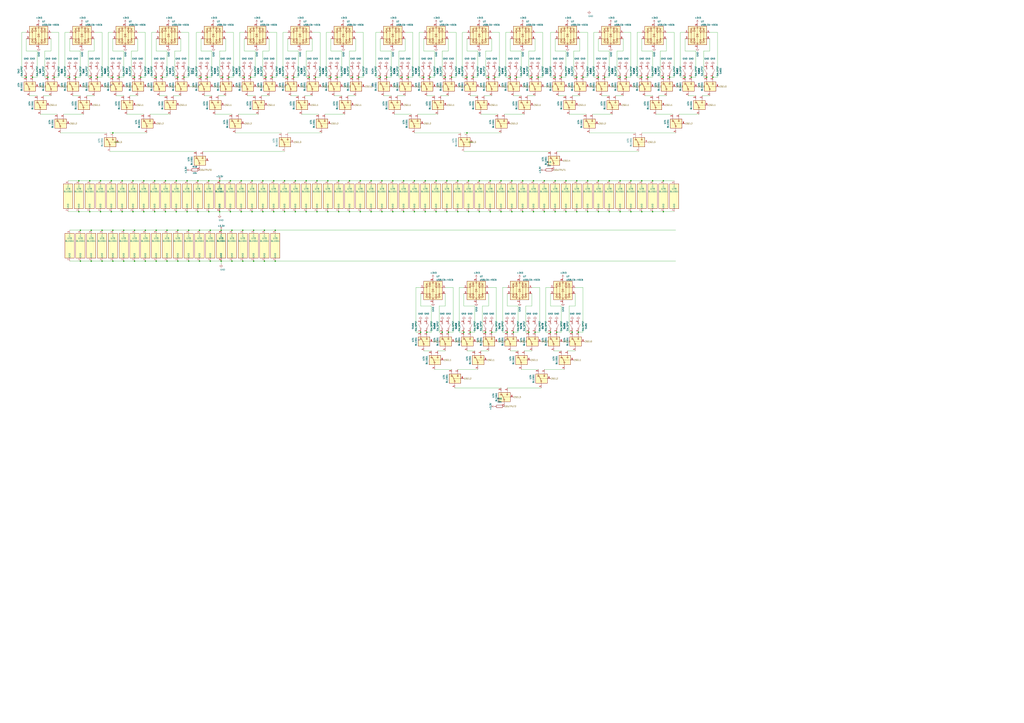
<source format=kicad_sch>
(kicad_sch (version 20230620) (generator eeschema)
  (paper "A1")
  (junction (at 289.56 63.5))
  (junction (at 469.9 273.05))
  (junction (at 496.57 63.5))
  (junction (at 370.84 63.5))
  (junction (at 353.06 63.5))
  (junction (at 384.81 148.59))
  (junction (at 544.83 148.59))
  (junction (at 100.33 148.59))
  (junction (at 436.88 63.5))
  (junction (at 375.92 148.59))
  (junction (at 154.94 214.63))
  (junction (at 406.4 63.5))
  (junction (at 411.48 173.99))
  (junction (at 401.32 63.5))
  (junction (at 163.83 214.63))
  (junction (at 217.17 189.23))
  (junction (at 92.71 189.23))
  (junction (at 165.1 63.5))
  (junction (at 180.34 148.59))
  (junction (at 92.71 63.5))
  (junction (at 109.22 148.59))
  (junction (at 420.37 148.59))
  (junction (at 421.64 273.05))
  (junction (at 109.22 173.99))
  (junction (at 419.1 63.5))
  (junction (at 180.34 173.99))
  (junction (at 39.37 63.5))
  (junction (at 567.69 63.5))
  (junction (at 527.05 148.59))
  (junction (at 251.46 148.59))
  (junction (at 535.94 148.59))
  (junction (at 313.69 173.99))
  (junction (at 322.58 148.59))
  (junction (at 439.42 273.05))
  (junction (at 190.5 214.63))
  (junction (at 447.04 148.59))
  (junction (at 358.14 148.59))
  (junction (at 429.26 148.59))
  (junction (at 367.03 148.59))
  (junction (at 312.42 63.5))
  (junction (at 304.8 173.99))
  (junction (at 64.77 173.99))
  (junction (at 269.24 148.59))
  (junction (at 461.01 63.5))
  (junction (at 198.12 173.99))
  (junction (at 276.86 63.5))
  (junction (at 585.47 63.5))
  (junction (at 347.98 63.5))
  (junction (at 259.08 63.5))
  (junction (at 322.58 173.99))
  (junction (at 455.93 148.59))
  (junction (at 80.01 63.5))
  (junction (at 110.49 214.63))
  (junction (at 144.78 173.99))
  (junction (at 473.71 173.99))
  (junction (at 137.16 189.23))
  (junction (at 74.93 189.23))
  (junction (at 500.38 148.59))
  (junction (at 100.33 173.99))
  (junction (at 330.2 63.5))
  (junction (at 226.06 189.23))
  (junction (at 128.27 189.23))
  (junction (at 393.7 148.59))
  (junction (at 101.6 214.63))
  (junction (at 491.49 148.59))
  (junction (at 92.71 109.22))
  (junction (at 171.45 173.99))
  (junction (at 335.28 63.5))
  (junction (at 331.47 148.59))
  (junction (at 340.36 173.99))
  (junction (at 198.12 148.59))
  (junction (at 170.18 63.5))
  (junction (at 455.93 173.99))
  (junction (at 233.68 173.99))
  (junction (at 118.11 173.99))
  (junction (at 57.15 63.5))
  (junction (at 295.91 148.59))
  (junction (at 278.13 173.99))
  (junction (at 154.94 189.23))
  (junction (at 182.88 63.5))
  (junction (at 208.28 189.23))
  (junction (at 128.27 63.5))
  (junction (at 127 173.99))
  (junction (at 287.02 173.99))
  (junction (at 224.79 173.99))
  (junction (at 438.15 173.99))
  (junction (at 92.71 214.63))
  (junction (at 251.46 173.99))
  (junction (at 200.66 63.5))
  (junction (at 187.96 63.5))
  (junction (at 135.89 148.59))
  (junction (at 464.82 148.59))
  (junction (at 416.56 273.05))
  (junction (at 345.44 273.05))
  (junction (at 402.59 148.59))
  (junction (at 527.05 63.5))
  (junction (at 388.62 63.5))
  (junction (at 491.49 63.5))
  (junction (at 215.9 148.59))
  (junction (at 514.35 63.5))
  (junction (at 532.13 63.5))
  (junction (at 473.71 148.59))
  (junction (at 208.28 214.63))
  (junction (at 97.79 63.5))
  (junction (at 83.82 189.23))
  (junction (at 518.16 148.59))
  (junction (at 133.35 63.5))
  (junction (at 287.02 148.59))
  (junction (at 217.17 214.63))
  (junction (at 509.27 63.5))
  (junction (at 171.45 148.59))
  (junction (at 452.12 273.05))
  (junction (at 317.5 63.5))
  (junction (at 74.93 214.63))
  (junction (at 82.55 173.99))
  (junction (at 331.47 173.99))
  (junction (at 482.6 148.59))
  (junction (at 73.66 173.99))
  (junction (at 549.91 63.5))
  (junction (at 163.83 189.23))
  (junction (at 304.8 148.59))
  (junction (at 349.25 173.99))
  (junction (at 101.6 189.23))
  (junction (at 527.05 173.99))
  (junction (at 365.76 63.5))
  (junction (at 269.24 173.99))
  (junction (at 127 148.59))
  (junction (at 119.38 214.63))
  (junction (at 135.89 173.99))
  (junction (at 162.56 173.99))
  (junction (at 236.22 63.5))
  (junction (at 509.27 148.59))
  (junction (at 580.39 63.5))
  (junction (at 26.67 63.5))
  (junction (at 128.27 214.63))
  (junction (at 137.16 214.63))
  (junction (at 457.2 273.05))
  (junction (at 199.39 214.63))
  (junction (at 420.37 173.99))
  (junction (at 151.13 63.5))
  (junction (at 118.11 148.59))
  (junction (at 233.68 148.59))
  (junction (at 153.67 173.99))
  (junction (at 441.96 63.5))
  (junction (at 363.22 273.05))
  (junction (at 241.3 63.5))
  (junction (at 294.64 63.5))
  (junction (at 544.83 173.99))
  (junction (at 119.38 189.23))
  (junction (at 518.16 173.99))
  (junction (at 218.44 63.5))
  (junction (at 189.23 148.59))
  (junction (at 146.05 214.63))
  (junction (at 375.92 173.99))
  (junction (at 144.78 148.59))
  (junction (at 402.59 173.99))
  (junction (at 349.25 148.59))
  (junction (at 21.59 63.5))
  (junction (at 383.54 63.5))
  (junction (at 381 273.05))
  (junction (at 110.49 63.5))
  (junction (at 491.49 173.99))
  (junction (at 535.94 173.99))
  (junction (at 434.34 273.05))
  (junction (at 66.04 214.63))
  (junction (at 386.08 273.05))
  (junction (at 295.91 173.99))
  (junction (at 115.57 63.5))
  (junction (at 224.79 148.59))
  (junction (at 403.86 273.05))
  (junction (at 226.06 214.63))
  (junction (at 223.52 63.5))
  (junction (at 44.45 63.5))
  (junction (at 146.05 63.5))
  (junction (at 500.38 173.99))
  (junction (at 242.57 148.59))
  (junction (at 146.05 189.23))
  (junction (at 83.82 214.63))
  (junction (at 438.15 148.59))
  (junction (at 66.04 189.23))
  (junction (at 358.14 173.99))
  (junction (at 313.69 148.59))
  (junction (at 455.93 63.5))
  (junction (at 215.9 173.99))
  (junction (at 205.74 63.5))
  (junction (at 162.56 148.59))
  (junction (at 411.48 148.59))
  (junction (at 242.57 173.99))
  (junction (at 199.39 189.23))
  (junction (at 398.78 273.05))
  (junction (at 464.82 173.99))
  (junction (at 172.72 189.23))
  (junction (at 153.67 148.59))
  (junction (at 393.7 173.99))
  (junction (at 207.01 173.99))
  (junction (at 340.36 148.59))
  (junction (at 367.03 173.99))
  (junction (at 172.72 214.63))
  (junction (at 478.79 63.5))
  (junction (at 350.52 273.05))
  (junction (at 110.49 189.23))
  (junction (at 260.35 148.59))
  (junction (at 254 63.5))
  (junction (at 91.44 173.99))
  (junction (at 368.3 273.05))
  (junction (at 74.93 63.5))
  (junction (at 424.18 63.5))
  (junction (at 474.98 273.05))
  (junction (at 482.6 173.99))
  (junction (at 509.27 173.99))
  (junction (at 544.83 63.5))
  (junction (at 190.5 189.23))
  (junction (at 181.61 189.23))
  (junction (at 181.61 214.63))
  (junction (at 429.26 173.99))
  (junction (at 278.13 148.59))
  (junction (at 62.23 63.5))
  (junction (at 383.54 109.22))
  (junction (at 91.44 148.59))
  (junction (at 73.66 148.59))
  (junction (at 64.77 148.59))
  (junction (at 384.81 173.99))
  (junction (at 447.04 173.99))
  (junction (at 82.55 148.59))
  (junction (at 260.35 173.99))
  (junction (at 271.78 63.5))
  (junction (at 562.61 63.5))
  (junction (at 473.71 63.5))
  (junction (at 207.01 148.59))
  (junction (at 189.23 173.99))
  (no_connect (at 525.78 69.85))
  (no_connect (at 306.07 69.85))
  (no_connect (at 344.17 279.4))
  (no_connect (at 382.27 69.85))
  (no_connect (at 163.83 69.85))
  (no_connect (at 415.29 279.4))
  (no_connect (at 234.95 69.85))
  (no_connect (at 91.44 69.85))
  (wire (pts (xy 57.15 214.63) (xy 66.04 214.63)))
  (wire (pts (xy 500.38 41.91) (xy 491.49 41.91)))
  (wire (pts (xy 137.16 63.5) (xy 137.16 41.91)))
  (wire (pts (xy 185.42 31.75) (xy 185.42 41.91)))
  (wire (pts (xy 153.67 148.59) (xy 162.56 148.59)))
  (wire (pts (xy 35.56 78.74) (xy 41.91 78.74)))
  (wire (pts (xy 383.54 288.29) (xy 389.89 288.29)))
  (wire (pts (xy 393.7 148.59) (xy 402.59 148.59)))
  (wire (pts (xy 478.79 236.22) (xy 478.79 273.05)))
  (wire (pts (xy 162.56 173.99) (xy 171.45 173.99)))
  (wire (pts (xy 48.26 63.5) (xy 44.45 63.5)))
  (wire (pts (xy 365.76 251.46) (xy 360.68 251.46)))
  (wire (pts (xy 118.11 148.59) (xy 127 148.59)))
  (wire (pts (xy 91.44 173.99) (xy 100.33 173.99)))
  (wire (pts (xy 429.26 148.59) (xy 438.15 148.59)))
  (wire (pts (xy 269.24 173.99) (xy 278.13 173.99)))
  (wire (pts (xy 196.85 26.67) (xy 196.85 63.5)))
  (wire (pts (xy 398.78 63.5) (xy 401.32 63.5)))
  (wire (pts (xy 285.75 78.74) (xy 292.1 78.74)))
  (wire (pts (xy 527.05 173.99) (xy 535.94 173.99)))
  (wire (pts (xy 401.32 251.46) (xy 396.24 251.46)))
  (wire (pts (xy 322.58 148.59) (xy 331.47 148.59)))
  (wire (pts (xy 439.42 41.91) (xy 434.34 41.91)))
  (wire (pts (xy 163.83 214.63) (xy 172.72 214.63)))
  (wire (pts (xy 467.36 273.05) (xy 469.9 273.05)))
  (wire (pts (xy 398.78 41.91) (xy 398.78 63.5)))
  (wire (pts (xy 191.77 26.67) (xy 191.77 63.5)))
  (wire (pts (xy 421.64 78.74) (xy 427.99 78.74)))
  (wire (pts (xy 582.93 41.91) (xy 577.85 41.91)))
  (wire (pts (xy 200.66 26.67) (xy 196.85 26.67)))
  (wire (pts (xy 532.13 63.5) (xy 535.94 63.5)))
  (wire (pts (xy 527.05 148.59) (xy 535.94 148.59)))
  (wire (pts (xy 473.71 173.99) (xy 482.6 173.99)))
  (wire (pts (xy 381 251.46) (xy 381 241.3)))
  (wire (pts (xy 447.04 148.59) (xy 455.93 148.59)))
  (wire (pts (xy 48.26 26.67) (xy 48.26 63.5)))
  (wire (pts (xy 518.16 148.59) (xy 527.05 148.59)))
  (wire (pts (xy 208.28 214.63) (xy 217.17 214.63)))
  (wire (pts (xy 424.18 63.5) (xy 427.99 63.5)))
  (wire (pts (xy 472.44 241.3) (xy 472.44 251.46)))
  (wire (pts (xy 238.76 78.74) (xy 245.11 78.74)))
  (wire (pts (xy 421.64 273.05) (xy 425.45 273.05)))
  (wire (pts (xy 476.25 41.91) (xy 471.17 41.91)))
  (wire (pts (xy 251.46 148.59) (xy 260.35 148.59)))
  (wire (pts (xy 128.27 214.63) (xy 137.16 214.63)))
  (wire (pts (xy 496.57 63.5) (xy 500.38 63.5)))
  (wire (pts (xy 180.34 41.91) (xy 180.34 63.5)))
  (wire (pts (xy 104.14 93.98) (xy 118.11 93.98)))
  (wire (pts (xy 214.63 78.74) (xy 220.98 78.74)))
  (wire (pts (xy 367.03 173.99) (xy 375.92 173.99)))
  (wire (pts (xy 345.44 251.46) (xy 345.44 241.3)))
  (wire (pts (xy 185.42 26.67) (xy 191.77 26.67)))
  (wire (pts (xy 339.09 26.67) (xy 339.09 63.5)))
  (wire (pts (xy 358.14 148.59) (xy 367.03 148.59)))
  (wire (pts (xy 156.21 71.12) (xy 157.48 71.12)))
  (wire (pts (xy 458.47 78.74) (xy 464.82 78.74)))
  (wire (pts (xy 287.02 173.99) (xy 295.91 173.99)))
  (wire (pts (xy 344.17 63.5) (xy 347.98 63.5)))
  (wire (pts (xy 557.53 93.98) (xy 574.04 93.98)))
  (wire (pts (xy 143.51 63.5) (xy 146.05 63.5)))
  (wire (pts (xy 447.04 173.99) (xy 455.93 173.99)))
  (wire (pts (xy 415.29 26.67) (xy 415.29 63.5)))
  (wire (pts (xy 372.11 273.05) (xy 368.3 273.05)))
  (wire (pts (xy 466.09 288.29) (xy 472.44 288.29)))
  (wire (pts (xy 172.72 214.63) (xy 181.61 214.63)))
  (wire (pts (xy 448.31 236.22) (xy 448.31 273.05)))
  (wire (pts (xy 558.8 26.67) (xy 558.8 63.5)))
  (wire (pts (xy 278.13 148.59) (xy 287.02 148.59)))
  (wire (pts (xy 340.36 148.59) (xy 349.25 148.59)))
  (wire (pts (xy 452.12 26.67) (xy 452.12 63.5)))
  (wire (pts (xy 353.06 63.5) (xy 356.87 63.5)))
  (wire (pts (xy 100.33 173.99) (xy 109.22 173.99)))
  (wire (pts (xy 368.3 26.67) (xy 374.65 26.67)))
  (wire (pts (xy 62.23 63.5) (xy 66.04 63.5)))
  (wire (pts (xy 452.12 63.5) (xy 455.93 63.5)))
  (wire (pts (xy 455.93 26.67) (xy 452.12 26.67)))
  (wire (pts (xy 374.65 26.67) (xy 374.65 63.5)))
  (wire (pts (xy 271.78 41.91) (xy 271.78 31.75)))
  (wire (pts (xy 374.65 63.5) (xy 370.84 63.5)))
  (wire (pts (xy 154.94 214.63) (xy 163.83 214.63)))
  (wire (pts (xy 21.59 41.91) (xy 21.59 31.75)))
  (wire (pts (xy 97.79 63.5) (xy 101.6 63.5)))
  (wire (pts (xy 227.33 63.5) (xy 223.52 63.5)))
  (wire (pts (xy 347.98 26.67) (xy 344.17 26.67)))
  (wire (pts (xy 52.07 93.98) (xy 68.58 93.98)))
  (wire (pts (xy 127 173.99) (xy 135.89 173.99)))
  (wire (pts (xy 280.67 41.91) (xy 271.78 41.91)))
  (wire (pts (xy 92.71 109.22) (xy 120.65 109.22)))
  (wire (pts (xy 455.93 41.91) (xy 455.93 31.75)))
  (wire (pts (xy 236.22 41.91) (xy 236.22 31.75)))
  (wire (pts (xy 308.61 63.5) (xy 312.42 63.5)))
  (wire (pts (xy 36.83 41.91) (xy 36.83 63.5)))
  (wire (pts (xy 344.17 26.67) (xy 344.17 63.5)))
  (wire (pts (xy 576.58 78.74) (xy 582.93 78.74)))
  (wire (pts (xy 367.03 148.59) (xy 375.92 148.59)))
  (wire (pts (xy 173.99 41.91) (xy 165.1 41.91)))
  (wire (pts (xy 262.89 26.67) (xy 262.89 63.5)))
  (wire (pts (xy 88.9 63.5) (xy 92.71 63.5)))
  (wire (pts (xy 340.36 109.22) (xy 378.46 109.22)))
  (wire (pts (xy 260.35 148.59) (xy 269.24 148.59)))
  (wire (pts (xy 321.31 41.91) (xy 312.42 41.91)))
  (wire (pts (xy 381 236.22) (xy 377.19 236.22)))
  (wire (pts (xy 420.37 173.99) (xy 429.26 173.99)))
  (wire (pts (xy 41.91 41.91) (xy 36.83 41.91)))
  (wire (pts (xy 170.18 63.5) (xy 173.99 63.5)))
  (wire (pts (xy 589.28 26.67) (xy 589.28 63.5)))
  (wire (pts (xy 53.34 26.67) (xy 53.34 63.5)))
  (wire (pts (xy 443.23 236.22) (xy 443.23 273.05)))
  (wire (pts (xy 101.6 41.91) (xy 92.71 41.91)))
  (wire (pts (xy 107.95 41.91) (xy 107.95 63.5)))
  (wire (pts (xy 135.89 148.59) (xy 144.78 148.59)))
  (wire (pts (xy 464.82 41.91) (xy 455.93 41.91)))
  (wire (pts (xy 181.61 214.63) (xy 190.5 214.63)))
  (wire (pts (xy 542.29 41.91) (xy 542.29 63.5)))
  (wire (pts (xy 476.25 31.75) (xy 476.25 41.91)))
  (wire (pts (xy 582.93 26.67) (xy 589.28 26.67)))
  (wire (pts (xy 312.42 41.91) (xy 312.42 31.75)))
  (wire (pts (xy 30.48 63.5) (xy 30.48 41.91)))
  (wire (pts (xy 53.34 63.5) (xy 57.15 63.5)))
  (wire (pts (xy 110.49 214.63) (xy 119.38 214.63)))
  (wire (pts (xy 388.62 63.5) (xy 392.43 63.5)))
  (wire (pts (xy 181.61 217.17) (xy 181.61 214.63)))
  (wire (pts (xy 542.29 63.5) (xy 544.83 63.5)))
  (wire (pts (xy 436.88 251.46) (xy 431.8 251.46)))
  (wire (pts (xy 571.5 41.91) (xy 562.61 41.91)))
  (wire (pts (xy 295.91 148.59) (xy 304.8 148.59)))
  (wire (pts (xy 341.63 236.22) (xy 341.63 273.05)))
  (wire (pts (xy 403.86 41.91) (xy 398.78 41.91)))
  (wire (pts (xy 347.98 288.29) (xy 354.33 288.29)))
  (wire (pts (xy 365.76 241.3) (xy 365.76 251.46)))
  (wire (pts (xy 402.59 173.99) (xy 411.48 173.99)))
  (wire (pts (xy 368.3 41.91) (xy 363.22 41.91)))
  (wire (pts (xy 356.87 303.53) (xy 370.84 303.53)))
  (wire (pts (xy 154.94 63.5) (xy 151.13 63.5)))
  (wire (pts (xy 455.93 148.59) (xy 464.82 148.59)))
  (wire (pts (xy 208.28 189.23) (xy 217.17 189.23)))
  (wire (pts (xy 55.88 148.59) (xy 64.77 148.59)))
  (wire (pts (xy 92.71 26.67) (xy 88.9 26.67)))
  (wire (pts (xy 292.1 41.91) (xy 287.02 41.91)))
  (wire (pts (xy 59.69 78.74) (xy 66.04 78.74)))
  (wire (pts (xy 83.82 63.5) (xy 80.01 63.5)))
  (wire (pts (xy 518.16 173.99) (xy 527.05 173.99)))
  (wire (pts (xy 419.1 41.91) (xy 419.1 31.75)))
  (wire (pts (xy 92.71 41.91) (xy 92.71 31.75)))
  (wire (pts (xy 224.79 173.99) (xy 233.68 173.99)))
  (wire (pts (xy 464.82 148.59) (xy 473.71 148.59)))
  (wire (pts (xy 505.46 78.74) (xy 511.81 78.74)))
  (wire (pts (xy 457.2 273.05) (xy 461.01 273.05)))
  (wire (pts (xy 342.9 93.98) (xy 359.41 93.98)))
  (wire (pts (xy 189.23 173.99) (xy 198.12 173.99)))
  (wire (pts (xy 266.7 93.98) (xy 283.21 93.98)))
  (wire (pts (xy 220.98 31.75) (xy 220.98 41.91)))
  (wire (pts (xy 412.75 236.22) (xy 412.75 273.05)))
  (wire (pts (xy 64.77 173.99) (xy 73.66 173.99)))
  (wire (pts (xy 386.08 78.74) (xy 392.43 78.74)))
  (wire (pts (xy 215.9 173.99) (xy 224.79 173.99)))
  (wire (pts (xy 506.73 41.91) (xy 506.73 63.5)))
  (wire (pts (xy 383.54 41.91) (xy 383.54 31.75)))
  (wire (pts (xy 368.3 31.75) (xy 368.3 41.91)))
  (wire (pts (xy 256.54 26.67) (xy 262.89 26.67)))
  (wire (pts (xy 166.37 124.46) (xy 233.68 124.46)))
  (wire (pts (xy 144.78 148.59) (xy 153.67 148.59)))
  (wire (pts (xy 486.41 93.98) (xy 502.92 93.98)))
  (wire (pts (xy 452.12 251.46) (xy 452.12 241.3)))
  (wire (pts (xy 589.28 63.5) (xy 585.47 63.5)))
  (wire (pts (xy 430.53 288.29) (xy 436.88 288.29)))
  (wire (pts (xy 110.49 189.23) (xy 119.38 189.23)))
  (wire (pts (xy 148.59 41.91) (xy 143.51 41.91)))
  (wire (pts (xy 372.11 236.22) (xy 372.11 273.05)))
  (wire (pts (xy 66.04 63.5) (xy 66.04 41.91)))
  (wire (pts (xy 161.29 63.5) (xy 165.1 63.5)))
  (wire (pts (xy 434.34 41.91) (xy 434.34 63.5)))
  (wire (pts (xy 558.8 63.5) (xy 562.61 63.5)))
  (wire (pts (xy 256.54 31.75) (xy 256.54 41.91)))
  (wire (pts (xy 434.34 63.5) (xy 436.88 63.5)))
  (wire (pts (xy 24.13 78.74) (xy 30.48 78.74)))
  (wire (pts (xy 49.53 109.22) (xy 87.63 109.22)))
  (wire (pts (xy 95.25 78.74) (xy 101.6 78.74)))
  (wire (pts (xy 137.16 41.91) (xy 128.27 41.91)))
  (wire (pts (xy 77.47 31.75) (xy 77.47 41.91)))
  (wire (pts (xy 233.68 148.59) (xy 242.57 148.59)))
  (wire (pts (xy 274.32 78.74) (xy 280.67 78.74)))
  (wire (pts (xy 464.82 63.5) (xy 464.82 41.91)))
  (wire (pts (xy 506.73 63.5) (xy 509.27 63.5)))
  (wire (pts (xy 215.9 63.5) (xy 218.44 63.5)))
  (wire (pts (xy 308.61 26.67) (xy 308.61 63.5)))
  (wire (pts (xy 427.99 63.5) (xy 427.99 41.91)))
  (wire (pts (xy 195.58 93.98) (xy 212.09 93.98)))
  (wire (pts (xy 472.44 251.46) (xy 467.36 251.46)))
  (wire (pts (xy 193.04 109.22) (xy 231.14 109.22)))
  (wire (pts (xy 191.77 63.5) (xy 187.96 63.5)))
  (wire (pts (xy 494.03 78.74) (xy 500.38 78.74)))
  (wire (pts (xy 491.49 26.67) (xy 487.68 26.67)))
  (wire (pts (xy 92.71 214.63) (xy 101.6 214.63)))
  (wire (pts (xy 180.34 176.53) (xy 180.34 173.99)))
  (wire (pts (xy 250.19 78.74) (xy 256.54 78.74)))
  (wire (pts (xy 148.59 26.67) (xy 154.94 26.67)))
  (wire (pts (xy 232.41 63.5) (xy 236.22 63.5)))
  (wire (pts (xy 401.32 241.3) (xy 401.32 251.46)))
  (wire (pts (xy 393.7 173.99) (xy 402.59 173.99)))
  (wire (pts (xy 416.56 251.46) (xy 416.56 241.3)))
  (wire (pts (xy 509.27 148.59) (xy 518.16 148.59)))
  (wire (pts (xy 176.53 93.98) (xy 190.5 93.98)))
  (wire (pts (xy 386.08 273.05) (xy 389.89 273.05)))
  (wire (pts (xy 33.02 93.98) (xy 46.99 93.98)))
  (wire (pts (xy 384.81 148.59) (xy 393.7 148.59)))
  (wire (pts (xy 394.97 93.98) (xy 408.94 93.98)))
  (wire (pts (xy 411.48 173.99) (xy 420.37 173.99)))
  (wire (pts (xy 142.24 78.74) (xy 148.59 78.74)))
  (wire (pts (xy 349.25 173.99) (xy 358.14 173.99)))
  (wire (pts (xy 17.78 63.5) (xy 21.59 63.5)))
  (wire (pts (xy 500.38 148.59) (xy 509.27 148.59)))
  (wire (pts (xy 162.56 148.59) (xy 171.45 148.59)))
  (wire (pts (xy 389.89 251.46) (xy 381 251.46)))
  (wire (pts (xy 148.59 31.75) (xy 148.59 41.91)))
  (wire (pts (xy 73.66 148.59) (xy 82.55 148.59)))
  (wire (pts (xy 354.33 273.05) (xy 354.33 251.46)))
  (wire (pts (xy 467.36 251.46) (xy 467.36 273.05)))
  (wire (pts (xy 26.67 63.5) (xy 30.48 63.5)))
  (wire (pts (xy 119.38 26.67) (xy 119.38 63.5)))
  (wire (pts (xy 106.68 78.74) (xy 113.03 78.74)))
  (wire (pts (xy 280.67 63.5) (xy 280.67 41.91)))
  (wire (pts (xy 439.42 26.67) (xy 445.77 26.67)))
  (wire (pts (xy 360.68 273.05) (xy 363.22 273.05)))
  (wire (pts (xy 356.87 63.5) (xy 356.87 41.91)))
  (wire (pts (xy 388.62 116.84) (xy 384.81 116.84)))
  (wire (pts (xy 287.02 41.91) (xy 287.02 63.5)))
  (wire (pts (xy 345.44 236.22) (xy 341.63 236.22)))
  (wire (pts (xy 298.45 63.5) (xy 294.64 63.5)))
  (wire (pts (xy 215.9 41.91) (xy 215.9 63.5)))
  (wire (pts (xy 412.75 273.05) (xy 416.56 273.05)))
  (wire (pts (xy 491.49 148.59) (xy 500.38 148.59)))
  (wire (pts (xy 269.24 148.59) (xy 278.13 148.59)))
  (wire (pts (xy 414.02 93.98) (xy 430.53 93.98)))
  (wire (pts (xy 135.89 173.99) (xy 144.78 173.99)))
  (wire (pts (xy 365.76 236.22) (xy 372.11 236.22)))
  (wire (pts (xy 92.71 189.23) (xy 101.6 189.23)))
  (wire (pts (xy 189.23 148.59) (xy 198.12 148.59)))
  (wire (pts (xy 427.99 41.91) (xy 419.1 41.91)))
  (wire (pts (xy 571.5 63.5) (xy 571.5 41.91)))
  (wire (pts (xy 553.72 26.67) (xy 553.72 63.5)))
  (wire (pts (xy 455.93 173.99) (xy 464.82 173.99)))
  (wire (pts (xy 304.8 173.99) (xy 313.69 173.99)))
  (wire (pts (xy 482.6 173.99) (xy 491.49 173.99)))
  (wire (pts (xy 407.67 236.22) (xy 407.67 273.05)))
  (wire (pts (xy 392.43 63.5) (xy 392.43 41.91)))
  (wire (pts (xy 547.37 31.75) (xy 547.37 41.91)))
  (wire (pts (xy 128.27 41.91) (xy 128.27 31.75)))
  (wire (pts (xy 439.42 31.75) (xy 439.42 41.91)))
  (wire (pts (xy 220.98 41.91) (xy 215.9 41.91)))
  (wire (pts (xy 55.88 173.99) (xy 64.77 173.99)))
  (wire (pts (xy 447.04 71.12) (xy 448.31 71.12)))
  (wire (pts (xy 180.34 173.99) (xy 189.23 173.99)))
  (wire (pts (xy 224.79 148.59) (xy 233.68 148.59)))
  (wire (pts (xy 416.56 318.77) (xy 444.5 318.77)))
  (wire (pts (xy 358.14 173.99) (xy 367.03 173.99)))
  (wire (pts (xy 146.05 214.63) (xy 154.94 214.63)))
  (wire (pts (xy 226.06 214.63) (xy 554.99 214.63)))
  (wire (pts (xy 276.86 63.5) (xy 280.67 63.5)))
  (wire (pts (xy 173.99 63.5) (xy 173.99 41.91)))
  (wire (pts (xy 241.3 63.5) (xy 245.11 63.5)))
  (wire (pts (xy 562.61 26.67) (xy 558.8 26.67)))
  (wire (pts (xy 472.44 236.22) (xy 478.79 236.22)))
  (wire (pts (xy 359.41 288.29) (xy 365.76 288.29)))
  (wire (pts (xy 523.24 63.5) (xy 527.05 63.5)))
  (wire (pts (xy 322.58 173.99) (xy 331.47 173.99)))
  (wire (pts (xy 190.5 214.63) (xy 199.39 214.63)))
  (wire (pts (xy 438.15 148.59) (xy 447.04 148.59)))
  (wire (pts (xy 314.96 78.74) (xy 321.31 78.74)))
  (wire (pts (xy 179.07 78.74) (xy 185.42 78.74)))
  (wire (pts (xy 407.67 273.05) (xy 403.86 273.05)))
  (wire (pts (xy 127 148.59) (xy 135.89 148.59)))
  (wire (pts (xy 128.27 189.23) (xy 137.16 189.23)))
  (wire (pts (xy 547.37 26.67) (xy 553.72 26.67)))
  (wire (pts (xy 313.69 148.59) (xy 322.58 148.59)))
  (wire (pts (xy 582.93 31.75) (xy 582.93 41.91)))
  (wire (pts (xy 287.02 148.59) (xy 295.91 148.59)))
  (wire (pts (xy 535.94 41.91) (xy 527.05 41.91)))
  (wire (pts (xy 82.55 173.99) (xy 91.44 173.99)))
  (wire (pts (xy 410.21 26.67) (xy 410.21 63.5)))
  (wire (pts (xy 411.48 148.59) (xy 420.37 148.59)))
  (wire (pts (xy 171.45 148.59) (xy 180.34 148.59)))
  (wire (pts (xy 457.2 124.46) (xy 524.51 124.46)))
  (wire (pts (xy 478.79 273.05) (xy 474.98 273.05)))
  (wire (pts (xy 101.6 189.23) (xy 110.49 189.23)))
  (wire (pts (xy 471.17 41.91) (xy 471.17 63.5)))
  (wire (pts (xy 487.68 63.5) (xy 491.49 63.5)))
  (wire (pts (xy 363.22 63.5) (xy 365.76 63.5)))
  (wire (pts (xy 332.74 26.67) (xy 339.09 26.67)))
  (wire (pts (xy 396.24 251.46) (xy 396.24 273.05)))
  (wire (pts (xy 278.13 173.99) (xy 287.02 173.99)))
  (wire (pts (xy 153.67 173.99) (xy 162.56 173.99)))
  (wire (pts (xy 482.6 26.67) (xy 482.6 63.5)))
  (wire (pts (xy 377.19 236.22) (xy 377.19 273.05)))
  (wire (pts (xy 487.68 26.67) (xy 487.68 63.5)))
  (wire (pts (xy 207.01 148.59) (xy 215.9 148.59)))
  (wire (pts (xy 433.07 78.74) (xy 439.42 78.74)))
  (wire (pts (xy 83.82 214.63) (xy 92.71 214.63)))
  (wire (pts (xy 356.87 41.91) (xy 347.98 41.91)))
  (wire (pts (xy 220.98 26.67) (xy 227.33 26.67)))
  (wire (pts (xy 436.88 241.3) (xy 436.88 251.46)))
  (wire (pts (xy 21.59 26.67) (xy 17.78 26.67)))
  (wire (pts (xy 227.33 26.67) (xy 227.33 63.5)))
  (wire (pts (xy 523.24 26.67) (xy 523.24 63.5)))
  (wire (pts (xy 83.82 189.23) (xy 92.71 189.23)))
  (wire (pts (xy 161.29 26.67) (xy 161.29 63.5)))
  (wire (pts (xy 77.47 26.67) (xy 83.82 26.67)))
  (wire (pts (xy 57.15 41.91) (xy 57.15 31.75)))
  (wire (pts (xy 438.15 173.99) (xy 447.04 173.99)))
  (wire (pts (xy 326.39 78.74) (xy 332.74 78.74)))
  (wire (pts (xy 464.82 173.99) (xy 473.71 173.99)))
  (wire (pts (xy 509.27 173.99) (xy 518.16 173.99)))
  (wire (pts (xy 483.87 109.22) (xy 521.97 109.22)))
  (wire (pts (xy 443.23 273.05) (xy 439.42 273.05)))
  (wire (pts (xy 565.15 78.74) (xy 571.5 78.74)))
  (wire (pts (xy 461.01 63.5) (xy 464.82 63.5)))
  (wire (pts (xy 57.15 189.23) (xy 66.04 189.23)))
  (wire (pts (xy 553.72 63.5) (xy 549.91 63.5)))
  (wire (pts (xy 97.79 116.84) (xy 93.98 116.84)))
  (wire (pts (xy 181.61 189.23) (xy 190.5 189.23)))
  (wire (pts (xy 90.17 109.22) (xy 92.71 109.22)))
  (wire (pts (xy 415.29 63.5) (xy 419.1 63.5)))
  (wire (pts (xy 226.06 189.23) (xy 554.99 189.23)))
  (wire (pts (xy 199.39 189.23) (xy 208.28 189.23)))
  (wire (pts (xy 354.33 251.46) (xy 345.44 251.46)))
  (wire (pts (xy 74.93 189.23) (xy 83.82 189.23)))
  (wire (pts (xy 491.49 41.91) (xy 491.49 31.75)))
  (wire (pts (xy 467.36 93.98) (xy 481.33 93.98)))
  (wire (pts (xy 180.34 148.59) (xy 189.23 148.59)))
  (wire (pts (xy 251.46 173.99) (xy 260.35 173.99)))
  (wire (pts (xy 217.17 214.63) (xy 226.06 214.63)))
  (wire (pts (xy 256.54 41.91) (xy 251.46 41.91)))
  (wire (pts (xy 436.88 236.22) (xy 443.23 236.22)))
  (wire (pts (xy 137.16 189.23) (xy 146.05 189.23)))
  (wire (pts (xy 500.38 173.99) (xy 509.27 173.99)))
  (wire (pts (xy 154.94 26.67) (xy 154.94 63.5)))
  (wire (pts (xy 200.66 41.91) (xy 200.66 31.75)))
  (wire (pts (xy 271.78 26.67) (xy 267.97 26.67)))
  (wire (pts (xy 119.38 63.5) (xy 115.57 63.5)))
  (wire (pts (xy 73.66 173.99) (xy 82.55 173.99)))
  (wire (pts (xy 544.83 148.59) (xy 553.72 148.59)))
  (wire (pts (xy 199.39 214.63) (xy 208.28 214.63)))
  (wire (pts (xy 167.64 78.74) (xy 173.99 78.74)))
  (wire (pts (xy 327.66 63.5) (xy 330.2 63.5)))
  (wire (pts (xy 482.6 63.5) (xy 478.79 63.5)))
  (wire (pts (xy 431.8 273.05) (xy 434.34 273.05)))
  (wire (pts (xy 232.41 26.67) (xy 232.41 63.5)))
  (wire (pts (xy 209.55 41.91) (xy 200.66 41.91)))
  (wire (pts (xy 527.05 109.22) (xy 554.99 109.22)))
  (wire (pts (xy 123.19 93.98) (xy 139.7 93.98)))
  (wire (pts (xy 347.98 41.91) (xy 347.98 31.75)))
  (wire (pts (xy 332.74 31.75) (xy 332.74 41.91)))
  (wire (pts (xy 100.33 148.59) (xy 109.22 148.59)))
  (wire (pts (xy 144.78 173.99) (xy 153.67 173.99)))
  (wire (pts (xy 518.16 26.67) (xy 518.16 63.5)))
  (wire (pts (xy 431.8 251.46) (xy 431.8 273.05)))
  (wire (pts (xy 410.21 63.5) (xy 406.4 63.5)))
  (wire (pts (xy 461.01 273.05) (xy 461.01 251.46)))
  (wire (pts (xy 180.34 63.5) (xy 182.88 63.5)))
  (wire (pts (xy 304.8 148.59) (xy 313.69 148.59)))
  (wire (pts (xy 350.52 273.05) (xy 354.33 273.05)))
  (wire (pts (xy 461.01 251.46) (xy 452.12 251.46)))
  (wire (pts (xy 339.09 63.5) (xy 335.28 63.5)))
  (wire (pts (xy 363.22 41.91) (xy 363.22 63.5)))
  (wire (pts (xy 361.95 78.74) (xy 368.3 78.74)))
  (wire (pts (xy 119.38 189.23) (xy 128.27 189.23)))
  (wire (pts (xy 384.81 173.99) (xy 393.7 173.99)))
  (wire (pts (xy 242.57 148.59) (xy 251.46 148.59)))
  (wire (pts (xy 427.99 303.53) (xy 441.96 303.53)))
  (wire (pts (xy 196.85 63.5) (xy 200.66 63.5)))
  (wire (pts (xy 101.6 63.5) (xy 101.6 41.91)))
  (wire (pts (xy 491.49 173.99) (xy 500.38 173.99)))
  (wire (pts (xy 527.05 41.91) (xy 527.05 31.75)))
  (wire (pts (xy 500.38 63.5) (xy 500.38 41.91)))
  (wire (pts (xy 185.42 41.91) (xy 180.34 41.91)))
  (wire (pts (xy 124.46 26.67) (xy 124.46 63.5)))
  (wire (pts (xy 340.36 173.99) (xy 349.25 173.99)))
  (wire (pts (xy 209.55 63.5) (xy 209.55 41.91)))
  (wire (pts (xy 396.24 273.05) (xy 398.78 273.05)))
  (wire (pts (xy 36.83 63.5) (xy 39.37 63.5)))
  (wire (pts (xy 527.05 26.67) (xy 523.24 26.67)))
  (wire (pts (xy 403.86 26.67) (xy 410.21 26.67)))
  (wire (pts (xy 88.9 26.67) (xy 88.9 63.5)))
  (wire (pts (xy 375.92 173.99) (xy 384.81 173.99)))
  (wire (pts (xy 394.97 288.29) (xy 401.32 288.29)))
  (wire (pts (xy 267.97 63.5) (xy 271.78 63.5)))
  (wire (pts (xy 298.45 26.67) (xy 298.45 63.5)))
  (wire (pts (xy 242.57 173.99) (xy 251.46 173.99)))
  (wire (pts (xy 577.85 63.5) (xy 580.39 63.5)))
  (wire (pts (xy 511.81 26.67) (xy 518.16 26.67)))
  (wire (pts (xy 66.04 214.63) (xy 74.93 214.63)))
  (wire (pts (xy 383.54 26.67) (xy 379.73 26.67)))
  (wire (pts (xy 83.82 26.67) (xy 83.82 63.5)))
  (wire (pts (xy 332.74 41.91) (xy 327.66 41.91)))
  (wire (pts (xy 429.26 173.99) (xy 438.15 173.99)))
  (wire (pts (xy 165.1 41.91) (xy 165.1 31.75)))
  (wire (pts (xy 469.9 78.74) (xy 476.25 78.74)))
  (wire (pts (xy 518.16 63.5) (xy 514.35 63.5)))
  (wire (pts (xy 72.39 63.5) (xy 74.93 63.5)))
  (wire (pts (xy 381 124.46) (xy 452.12 124.46)))
  (wire (pts (xy 473.71 148.59) (xy 482.6 148.59)))
  (wire (pts (xy 535.94 63.5) (xy 535.94 41.91)))
  (wire (pts (xy 198.12 173.99) (xy 207.01 173.99)))
  (wire (pts (xy 71.12 78.74) (xy 77.47 78.74)))
  (wire (pts (xy 245.11 41.91) (xy 236.22 41.91)))
  (wire (pts (xy 41.91 26.67) (xy 48.26 26.67)))
  (wire (pts (xy 535.94 173.99) (xy 544.83 173.99)))
  (wire (pts (xy 203.2 78.74) (xy 209.55 78.74)))
  (wire (pts (xy 331.47 173.99) (xy 340.36 173.99)))
  (wire (pts (xy 124.46 63.5) (xy 128.27 63.5)))
  (wire (pts (xy 113.03 26.67) (xy 119.38 26.67)))
  (wire (pts (xy 101.6 214.63) (xy 110.49 214.63)))
  (wire (pts (xy 165.1 26.67) (xy 161.29 26.67)))
  (wire (pts (xy 567.69 63.5) (xy 571.5 63.5)))
  (wire (pts (xy 137.16 214.63) (xy 146.05 214.63)))
  (wire (pts (xy 82.55 148.59) (xy 91.44 148.59)))
  (wire (pts (xy 146.05 189.23) (xy 154.94 189.23)))
  (wire (pts (xy 207.01 173.99) (xy 215.9 173.99)))
  (wire (pts (xy 66.04 189.23) (xy 74.93 189.23)))
  (wire (pts (xy 154.94 189.23) (xy 163.83 189.23)))
  (wire (pts (xy 377.19 273.05) (xy 381 273.05)))
  (wire (pts (xy 317.5 63.5) (xy 321.31 63.5)))
  (wire (pts (xy 267.97 26.67) (xy 267.97 63.5)))
  (wire (pts (xy 133.35 63.5) (xy 137.16 63.5)))
  (wire (pts (xy 217.17 189.23) (xy 226.06 189.23)))
  (wire (pts (xy 445.77 26.67) (xy 445.77 63.5)))
  (wire (pts (xy 171.45 173.99) (xy 180.34 173.99)))
  (wire (pts (xy 541.02 78.74) (xy 547.37 78.74)))
  (wire (pts (xy 57.15 26.67) (xy 53.34 26.67)))
  (wire (pts (xy 445.77 63.5) (xy 441.96 63.5)))
  (wire (pts (xy 143.51 41.91) (xy 143.51 63.5)))
  (wire (pts (xy 381 109.22) (xy 383.54 109.22)))
  (wire (pts (xy 312.42 26.67) (xy 308.61 26.67)))
  (wire (pts (xy 471.17 63.5) (xy 473.71 63.5)))
  (wire (pts (xy 90.17 124.46) (xy 161.29 124.46)))
  (wire (pts (xy 245.11 63.5) (xy 245.11 41.91)))
  (wire (pts (xy 331.47 148.59) (xy 340.36 148.59)))
  (wire (pts (xy 452.12 236.22) (xy 448.31 236.22)))
  (wire (pts (xy 341.63 273.05) (xy 345.44 273.05)))
  (wire (pts (xy 416.56 236.22) (xy 412.75 236.22)))
  (wire (pts (xy 529.59 78.74) (xy 535.94 78.74)))
  (wire (pts (xy 447.04 303.53) (xy 463.55 303.53)))
  (wire (pts (xy 292.1 31.75) (xy 292.1 41.91)))
  (wire (pts (xy 198.12 148.59) (xy 207.01 148.59)))
  (wire (pts (xy 251.46 63.5) (xy 254 63.5)))
  (wire (pts (xy 107.95 63.5) (xy 110.49 63.5)))
  (wire (pts (xy 113.03 41.91) (xy 107.95 41.91)))
  (wire (pts (xy 538.48 93.98) (xy 552.45 93.98)))
  (wire (pts (xy 379.73 63.5) (xy 383.54 63.5)))
  (wire (pts (xy 349.25 148.59) (xy 358.14 148.59)))
  (wire (pts (xy 373.38 318.77) (xy 411.48 318.77)))
  (wire (pts (xy 401.32 236.22) (xy 407.67 236.22)))
  (wire (pts (xy 321.31 63.5) (xy 321.31 41.91)))
  (wire (pts (xy 476.25 26.67) (xy 482.6 26.67)))
  (wire (pts (xy 482.6 148.59) (xy 491.49 148.59)))
  (wire (pts (xy 425.45 273.05) (xy 425.45 251.46)))
  (wire (pts (xy 77.47 41.91) (xy 72.39 41.91)))
  (wire (pts (xy 350.52 78.74) (xy 356.87 78.74)))
  (wire (pts (xy 379.73 26.67) (xy 379.73 63.5)))
  (wire (pts (xy 292.1 26.67) (xy 298.45 26.67)))
  (wire (pts (xy 109.22 173.99) (xy 118.11 173.99)))
  (wire (pts (xy 375.92 148.59) (xy 384.81 148.59)))
  (wire (pts (xy 260.35 173.99) (xy 269.24 173.99)))
  (wire (pts (xy 215.9 148.59) (xy 224.79 148.59)))
  (wire (pts (xy 425.45 251.46) (xy 416.56 251.46)))
  (wire (pts (xy 383.54 109.22) (xy 411.48 109.22)))
  (wire (pts (xy 190.5 189.23) (xy 199.39 189.23)))
  (wire (pts (xy 420.37 148.59) (xy 429.26 148.59)))
  (wire (pts (xy 30.48 41.91) (xy 21.59 41.91)))
  (wire (pts (xy 163.83 189.23) (xy 172.72 189.23)))
  (wire (pts (xy 72.39 41.91) (xy 72.39 63.5)))
  (wire (pts (xy 403.86 31.75) (xy 403.86 41.91)))
  (wire (pts (xy 397.51 78.74) (xy 403.86 78.74)))
  (wire (pts (xy 419.1 26.67) (xy 415.29 26.67)))
  (wire (pts (xy 535.94 148.59) (xy 544.83 148.59)))
  (wire (pts (xy 41.91 31.75) (xy 41.91 41.91)))
  (wire (pts (xy 454.66 288.29) (xy 461.01 288.29)))
  (wire (pts (xy 64.77 148.59) (xy 73.66 148.59)))
  (wire (pts (xy 236.22 109.22) (xy 264.16 109.22)))
  (wire (pts (xy 287.02 63.5) (xy 289.56 63.5)))
  (wire (pts (xy 233.68 173.99) (xy 242.57 173.99)))
  (wire (pts (xy 448.31 273.05) (xy 452.12 273.05)))
  (wire (pts (xy 128.27 26.67) (xy 124.46 26.67)))
  (wire (pts (xy 360.68 251.46) (xy 360.68 273.05)))
  (wire (pts (xy 511.81 41.91) (xy 506.73 41.91)))
  (wire (pts (xy 562.61 41.91) (xy 562.61 31.75)))
  (wire (pts (xy 313.69 173.99) (xy 322.58 173.99)))
  (wire (pts (xy 544.83 173.99) (xy 553.72 173.99)))
  (wire (pts (xy 118.11 173.99) (xy 127 173.99)))
  (wire (pts (xy 66.04 41.91) (xy 57.15 41.91)))
  (wire (pts (xy 389.89 273.05) (xy 389.89 251.46)))
  (wire (pts (xy 419.1 288.29) (xy 425.45 288.29)))
  (wire (pts (xy 327.66 41.91) (xy 327.66 63.5)))
  (wire (pts (xy 262.89 63.5) (xy 259.08 63.5)))
  (wire (pts (xy 375.92 303.53) (xy 392.43 303.53)))
  (wire (pts (xy 113.03 31.75) (xy 113.03 41.91)))
  (wire (pts (xy 402.59 148.59) (xy 411.48 148.59)))
  (wire (pts (xy 251.46 41.91) (xy 251.46 63.5)))
  (wire (pts (xy 236.22 26.67) (xy 232.41 26.67)))
  (wire (pts (xy 247.65 93.98) (xy 261.62 93.98)))
  (wire (pts (xy 109.22 148.59) (xy 118.11 148.59)))
  (wire (pts (xy 91.44 148.59) (xy 100.33 148.59)))
  (wire (pts (xy 130.81 78.74) (xy 137.16 78.74)))
  (wire (pts (xy 119.38 214.63) (xy 128.27 214.63)))
  (wire (pts (xy 172.72 189.23) (xy 181.61 189.23)))
  (wire (pts (xy 323.85 93.98) (xy 337.82 93.98)))
  (wire (pts (xy 577.85 41.91) (xy 577.85 63.5)))
  (wire (pts (xy 205.74 63.5) (xy 209.55 63.5)))
  (wire (pts (xy 17.78 26.67) (xy 17.78 63.5)))
  (wire (pts (xy 392.43 41.91) (xy 383.54 41.91)))
  (wire (pts (xy 74.93 214.63) (xy 83.82 214.63)))
  (wire (pts (xy 295.91 173.99) (xy 304.8 173.99)))
  (wire (pts (xy 547.37 41.91) (xy 542.29 41.91)))
  (wire (pts (xy 511.81 31.75) (xy 511.81 41.91)))
  (hierarchical_label "SEL1" (shape input) (at 147.32 86.36 0))
  (hierarchical_label "SEL0" (shape input) (at 391.16 280.67 0))
  (hierarchical_label "SEL0" (shape input) (at 228.6 71.12 0))
  (hierarchical_label "SEL1" (shape input) (at 331.47 86.36 0))
  (hierarchical_label "SEL2" (shape input) (at 452.12 311.15 0))
  (hierarchical_label "SEL4" (shape input) (at 462.28 132.08 0))
  (hierarchical_label "SEL2" (shape input) (at 419.1 101.6 0))
  (hierarchical_label "SEL0" (shape input) (at 175.26 71.12 0))
  (hierarchical_label "SEL3" (shape input) (at 532.13 116.84 0))
  (hierarchical_label "OUTPUT1" (shape input) (at 454.66 139.7 0))
  (hierarchical_label "SEL0" (shape input) (at 448.31 71.12 0))
  (hierarchical_label "SEL3" (shape input) (at 93.98 116.84 0))
  (hierarchical_label "SEL0" (shape input) (at 554.99 71.12 0))
  (hierarchical_label "SEL0" (shape input) (at 138.43 71.12 0))
  (hierarchical_label "SEL0" (shape input) (at 264.16 71.12 0))
  (hierarchical_label "SEL0" (shape input) (at 157.48 71.12 0))
  (hierarchical_label "SEL0" (shape input) (at 67.31 71.12 0))
  (hierarchical_label "SEL1" (shape input) (at 435.61 295.91 0))
  (hierarchical_label "SEL1" (shape input) (at 255.27 86.36 0))
  (hierarchical_label "SEL0" (shape input) (at 120.65 71.12 0))
  (hierarchical_label "SEL0" (shape input) (at 85.09 71.12 0))
  (hierarchical_label "SEL0" (shape input) (at 444.5 280.67 0))
  (hierarchical_label "SEL2" (shape input) (at 200.66 101.6 0))
  (hierarchical_label "SEL2" (shape input) (at 491.49 101.6 0))
  (hierarchical_label "SEL1" (shape input) (at 40.64 86.36 0))
  (hierarchical_label "SEL1" (shape input) (at 402.59 86.36 0))
  (hierarchical_label "SEL1" (shape input) (at 364.49 295.91 0))
  (hierarchical_label "SEL0" (shape input) (at 322.58 71.12 0))
  (hierarchical_label "SEL0" (shape input) (at 49.53 71.12 0))
  (hierarchical_label "SEL0" (shape input) (at 590.55 71.12 0))
  (hierarchical_label "SEL0" (shape input) (at 373.38 280.67 0))
  (hierarchical_label "SEL2" (shape input) (at 57.15 101.6 0))
  (hierarchical_label "SEL0" (shape input) (at 537.21 71.12 0))
  (hierarchical_label "SEL0" (shape input) (at 411.48 71.12 0))
  (hierarchical_label "SEL1" (shape input) (at 76.2 86.36 0))
  (hierarchical_label "SEL0" (shape input) (at 429.26 71.12 0))
  (hierarchical_label "SEL3" (shape input) (at 241.3 116.84 0))
  (hierarchical_label "SEL0" (shape input) (at 355.6 280.67 0))
  (hierarchical_label "SEL0" (shape input) (at 358.14 71.12 0))
  (hierarchical_label "SEL2" (shape input) (at 271.78 101.6 0))
  (hierarchical_label "SEL0" (shape input) (at 31.75 71.12 0))
  (hierarchical_label "SEL0" (shape input) (at 408.94 280.67 0))
  (hierarchical_label "SEL0" (shape input) (at 519.43 71.12 0))
  (hierarchical_label "SEL0" (shape input) (at 281.94 71.12 0))
  (hierarchical_label "SEL1" (shape input) (at 290.83 86.36 0))
  (hierarchical_label "SEL3" (shape input) (at 421.64 326.39 0))
  (hierarchical_label "SEL0" (shape input) (at 483.87 71.12 0))
  (hierarchical_label "SEL2" (shape input) (at 347.98 101.6 0))
  (hierarchical_label "SEL0" (shape input) (at 426.72 280.67 0))
  (hierarchical_label "SEL0" (shape input) (at 193.04 71.12 0))
  (hierarchical_label "SEL1" (shape input) (at 438.15 86.36 0))
  (hierarchical_label "SEL3" (shape input) (at 384.81 116.84 0))
  (hierarchical_label "SEL0" (shape input) (at 299.72 71.12 0))
  (hierarchical_label "SEL1" (shape input) (at 471.17 295.91 0))
  (hierarchical_label "SEL0" (shape input) (at 102.87 71.12 0))
  (hierarchical_label "SEL0" (shape input) (at 462.28 280.67 0))
  (hierarchical_label "SEL0" (shape input) (at 501.65 71.12 0))
  (hierarchical_label "OUTPUT2" (shape input) (at 414.02 334.01 0))
  (hierarchical_label "SEL0" (shape input) (at 210.82 71.12 0))
  (hierarchical_label "SEL2" (shape input) (at 562.61 101.6 0))
  (hierarchical_label "SEL1" (shape input) (at 510.54 86.36 0))
  (hierarchical_label "SEL0" (shape input) (at 246.38 71.12 0))
  (hierarchical_label "SEL0" (shape input) (at 466.09 71.12 0))
  (hierarchical_label "SEL1" (shape input) (at 219.71 86.36 0))
  (hierarchical_label "SEL0" (shape input) (at 572.77 71.12 0))
  (hierarchical_label "SEL0" (shape input) (at 393.7 71.12 0))
  (hierarchical_label "SEL1" (shape input) (at 184.15 86.36 0))
  (hierarchical_label "SEL1" (shape input) (at 111.76 86.36 0))
  (hierarchical_label "SEL2" (shape input) (at 381 311.15 0))
  (hierarchical_label "SEL1" (shape input) (at 546.1 86.36 0))
  (hierarchical_label "OUTPUT0" (shape input) (at 163.83 139.7 0))
  (hierarchical_label "SEL1" (shape input) (at 400.05 295.91 0))
  (hierarchical_label "SEL1" (shape input) (at 581.66 86.36 0))
  (hierarchical_label "SEL0" (shape input) (at 480.06 280.67 0))
  (hierarchical_label "SEL1" (shape input) (at 474.98 86.36 0))
  (hierarchical_label "SEL0" (shape input) (at 340.36 71.12 0))
  (hierarchical_label "SEL2" (shape input) (at 128.27 101.6 0))
  (hierarchical_label "SEL1" (shape input) (at 367.03 86.36 0))
  (hierarchical_label "SEL0" (shape input) (at 375.92 71.12 0))
  (symbol (lib_id "Analog_Switch:FSA3157L6X") (at 21.59 71.12 90) (unit 1)
    (property "Reference" "U?" (at 15.24 69.85 0))
    (property "Value" "BL1551" (at 17.7546 71.12 0))
    (property "Footprint" "Package_TO_SOT_SMD:SOT-363_SC-70-6" (effects hide))
    (property "Datasheet" "https://www.onsemi.com/pub/Collateral/NC7SB3157-D.PDF" (effects hide))
    (instances (project "esp32_midi" (path "" (reference "U?") (unit 1)) (path "" (reference "U36") (unit 1))))
  )
  (symbol (lib_id "Analog_Switch:FSA3157L6X") (at 331.47 161.29 0) (unit 2)
    (property "Reference" "U?" (at 331.47 155.1432 0))
    (property "Value" "BL1551" (at 331.47 157.4546 0))
    (property "Footprint" "Package_TO_SOT_SMD:SOT-363_SC-70-6" (effects hide))
    (property "Datasheet" "https://www.onsemi.com/pub/Collateral/NC7SB3157-D.PDF" (effects hide))
    (instances (project "esp32_midi" (path "" (reference "U?") (unit 2)) (path "" (reference "U75") (unit 2))))
  )
  (symbol (lib_id "Switch:SW_SPST") (at 549.91 58.42 270) (mirror x) (unit 1)
    (property "Reference" "SW61" (at 556.26 58.42 0))
    (property "Value" "SW_SPST" (at 553.72 58.42 0))
    (property "Footprint" "ordentliche-teile:scheißbutton" (effects hide))
  )
  (symbol (lib_id "Power_Protection:USBLC6-4SC6") (at 391.16 238.76 0) (unit 1)
    (property "Reference" "U?" (at 393.9287 227.1735 0) (effects (justify left)))
    (property "Value" "USBLC6-4SC6" (at 393.9287 229.9486 0) (effects (justify left)))
    (property "Footprint" "Package_TO_SOT_SMD:SOT-23-6" (effects hide))
    (property "Datasheet" "https://www.st.com/resource/en/datasheet/usblc6-4.pdf" (effects hide))
    (property "LCSC Part #" "C558419" (effects hide))
    (instances (project "esp32_midi" (path "" (reference "U?") (unit 1)) (path "" (reference "U122") (unit 1))))
  )
  (symbol (lib_id "Analog_Switch:FSA3157L6X") (at 287.02 161.29 0) (unit 2)
    (property "Reference" "U?" (at 287.02 155.1432 0))
    (property "Value" "BL1551" (at 287.02 157.4546 0))
    (property "Footprint" "Package_TO_SOT_SMD:SOT-363_SC-70-6" (effects hide))
    (property "Datasheet" "https://www.onsemi.com/pub/Collateral/NC7SB3157-D.PDF" (effects hide))
    (instances (project "esp32_midi" (path "" (reference "U?") (unit 2)) (path "" (reference "U69") (unit 2))))
  )
  (symbol (lib_id "power:GND") (at 322.58 39.37 0) (unit 1)
    (property "Reference" "#PWR?" (effects hide))
    (property "Value" "GND" (at 322.707 42.6212 90) (effects (justify right)))
    (instances (project "esp32_midi" (path "" (reference "#PWR?") (unit 1)) (path "" (reference "#PWR0110") (unit 1))))
  )
  (symbol (lib_id "Switch:SW_SPST") (at 527.05 58.42 90) (unit 1)
    (property "Reference" "SW58" (at 520.7 58.42 0))
    (property "Value" "SW_SPST" (at 523.24 58.42 0))
    (property "Footprint" "ordentliche-teile:scheißbutton" (effects hide))
  )
  (symbol (lib_id "Switch:SW_SPST") (at 381 267.97 90) (unit 1)
    (property "Reference" "SW70" (at 374.65 267.97 0))
    (property "Value" "SW_SPST" (at 377.19 267.97 0))
    (property "Footprint" "ordentliche-teile:scheißbutton" (effects hide))
  )
  (symbol (lib_id "Analog_Switch:FSA3157L6X") (at 408.94 101.6 90) (unit 1)
    (property "Reference" "U?" (at 402.59 100.33 0))
    (property "Value" "BL1551" (at 405.1046 101.6 0))
    (property "Footprint" "Package_TO_SOT_SMD:SOT-363_SC-70-6" (effects hide))
    (property "Datasheet" "https://www.onsemi.com/pub/Collateral/NC7SB3157-D.PDF" (effects hide))
    (instances (project "esp32_midi" (path "" (reference "U?") (unit 1)) (path "" (reference "U89") (unit 1))))
  )
  (symbol (lib_id "Switch:SW_SPST") (at 353.06 58.42 270) (mirror x) (unit 1)
    (property "Reference" "SW39" (at 359.41 58.42 0))
    (property "Value" "SW_SPST" (at 356.87 58.42 0))
    (property "Footprint" "ordentliche-teile:scheißbutton" (effects hide))
  )
  (symbol (lib_id "power:+3V3") (at 391.16 228.6 0) (unit 1)
    (property "Reference" "#PWR?" (effects hide))
    (property "Value" "+3V3" (at 391.541 224.2058 0))
    (instances (project "esp32_midi" (path "" (reference "#PWR?") (unit 1)) (path "" (reference "#PWR0166") (unit 1))))
  )
  (symbol (lib_id "Switch:SW_SPST") (at 473.71 58.42 90) (unit 1)
    (property "Reference" "SW52" (at 467.36 58.42 0))
    (property "Value" "SW_SPST" (at 469.9 58.42 0))
    (property "Footprint" "ordentliche-teile:scheißbutton" (effects hide))
  )
  (symbol (lib_id "Switch:SW_SPST") (at 406.4 58.42 270) (mirror x) (unit 1)
    (property "Reference" "SW45" (at 412.75 58.42 0))
    (property "Value" "SW_SPST" (at 410.21 58.42 0))
    (property "Footprint" "ordentliche-teile:scheißbutton" (effects hide))
  )
  (symbol (lib_id "Analog_Switch:FSA3157L6X") (at 411.48 161.29 0) (unit 2)
    (property "Reference" "U?" (at 411.48 155.1432 0))
    (property "Value" "BL1551" (at 411.48 157.4546 0))
    (property "Footprint" "Package_TO_SOT_SMD:SOT-363_SC-70-6" (effects hide))
    (property "Datasheet" "https://www.onsemi.com/pub/Collateral/NC7SB3157-D.PDF" (effects hide))
    (instances (project "esp32_midi" (path "" (reference "U?") (unit 2)) (path "" (reference "U86") (unit 2))))
  )
  (symbol (lib_id "Analog_Switch:FSA3157L6X") (at 500.38 86.36 90) (unit 1)
    (property "Reference" "U?" (at 494.03 85.09 0))
    (property "Value" "BL1551" (at 496.5446 86.36 0))
    (property "Footprint" "Package_TO_SOT_SMD:SOT-363_SC-70-6" (effects hide))
    (property "Datasheet" "https://www.onsemi.com/pub/Collateral/NC7SB3157-D.PDF" (effects hide))
    (instances (project "esp32_midi" (path "" (reference "U?") (unit 1)) (path "" (reference "U101") (unit 1))))
  )
  (symbol (lib_id "power:GND") (at 294.64 53.34 180) (unit 1)
    (property "Reference" "#PWR?" (effects hide))
    (property "Value" "GND" (at 294.64 48.26 0))
    (instances (project "esp32_midi" (path "" (reference "#PWR?") (unit 1)) (path "" (reference "#PWR?") (unit 1)) (path "" (reference "#PWR0106") (unit 1))))
  )
  (symbol (lib_id "Switch:SW_SPST") (at 271.78 58.42 90) (unit 1)
    (property "Reference" "SW30" (at 265.43 58.42 0))
    (property "Value" "SW_SPST" (at 267.97 58.42 0))
    (property "Footprint" "ordentliche-teile:scheißbutton" (effects hide))
  )
  (symbol (lib_id "power:+3V3") (at 138.43 19.05 0) (unit 1)
    (property "Reference" "#PWR?" (effects hide))
    (property "Value" "+3V3" (at 138.811 14.6558 0))
    (instances (project "esp32_midi" (path "" (reference "#PWR?") (unit 1)) (path "" (reference "#PWR077") (unit 1))))
  )
  (symbol (lib_id "power:GND") (at 218.44 53.34 180) (unit 1)
    (property "Reference" "#PWR?" (effects hide))
    (property "Value" "GND" (at 218.44 48.26 0))
    (instances (project "esp32_midi" (path "" (reference "#PWR?") (unit 1)) (path "" (reference "#PWR?") (unit 1)) (path "" (reference "#PWR093") (unit 1))))
  )
  (symbol (lib_id "Power_Protection:USBLC6-4SC6") (at 358.14 29.21 0) (unit 1)
    (property "Reference" "U?" (at 360.9087 17.6235 0) (effects (justify left)))
    (property "Value" "USBLC6-4SC6" (at 360.9087 20.3986 0) (effects (justify left)))
    (property "Footprint" "Package_TO_SOT_SMD:SOT-23-6" (effects hide))
    (property "Datasheet" "https://www.st.com/resource/en/datasheet/usblc6-4.pdf" (effects hide))
    (property "LCSC Part #" "C558419" (effects hide))
    (instances (project "esp32_midi" (path "" (reference "U?") (unit 1)) (path "" (reference "U82") (unit 1))))
  )
  (symbol (lib_id "Analog_Switch:FSA3157L6X") (at 447.04 161.29 0) (unit 2)
    (property "Reference" "U?" (at 447.04 155.1432 0))
    (property "Value" "BL1551" (at 447.04 157.4546 0))
    (property "Footprint" "Package_TO_SOT_SMD:SOT-363_SC-70-6" (effects hide))
    (property "Datasheet" "https://www.onsemi.com/pub/Collateral/NC7SB3157-D.PDF" (effects hide))
    (instances (project "esp32_midi" (path "" (reference "U?") (unit 2)) (path "" (reference "U91") (unit 2))))
  )
  (symbol (lib_id "power:GND") (at 370.84 53.34 180) (unit 1)
    (property "Reference" "#PWR?" (effects hide))
    (property "Value" "GND" (at 370.84 48.26 0))
    (instances (project "esp32_midi" (path "" (reference "#PWR?") (unit 1)) (path "" (reference "#PWR?") (unit 1)) (path "" (reference "#PWR0118") (unit 1))))
  )
  (symbol (lib_id "Analog_Switch:FSA3157L6X") (at 251.46 161.29 0) (unit 2)
    (property "Reference" "U?" (at 251.46 155.1432 0))
    (property "Value" "BL1551" (at 251.46 157.4546 0))
    (property "Footprint" "Package_TO_SOT_SMD:SOT-363_SC-70-6" (effects hide))
    (property "Datasheet" "https://www.onsemi.com/pub/Collateral/NC7SB3157-D.PDF" (effects hide))
    (instances (project "esp32_midi" (path "" (reference "U?") (unit 2)) (path "" (reference "U64") (unit 2))))
  )
  (symbol (lib_id "power:GND") (at 358.14 39.37 0) (unit 1)
    (property "Reference" "#PWR?" (effects hide))
    (property "Value" "GND" (at 358.267 42.6212 90) (effects (justify right)))
    (instances (project "esp32_midi" (path "" (reference "#PWR?") (unit 1)) (path "" (reference "#PWR0116") (unit 1))))
  )
  (symbol (lib_id "Analog_Switch:FSA3157L6X") (at 580.39 71.12 90) (unit 1)
    (property "Reference" "U?" (at 574.04 69.85 0))
    (property "Value" "BL1551" (at 576.5546 71.12 0))
    (property "Footprint" "Package_TO_SOT_SMD:SOT-363_SC-70-6" (effects hide))
    (property "Datasheet" "https://www.onsemi.com/pub/Collateral/NC7SB3157-D.PDF" (effects hide))
    (instances (project "esp32_midi" (path "" (reference "U?") (unit 1)) (path "" (reference "U113") (unit 1))))
  )
  (symbol (lib_id "Analog_Switch:FSA3157L6X") (at 393.7 161.29 0) (unit 2)
    (property "Reference" "U?" (at 393.7 155.1432 0))
    (property "Value" "BL1551" (at 393.7 157.4546 0))
    (property "Footprint" "Package_TO_SOT_SMD:SOT-363_SC-70-6" (effects hide))
    (property "Datasheet" "https://www.onsemi.com/pub/Collateral/NC7SB3157-D.PDF" (effects hide))
    (instances (project "esp32_midi" (path "" (reference "U?") (unit 2)) (path "" (reference "U84") (unit 2))))
  )
  (symbol (lib_id "power:GND") (at 200.66 53.34 180) (unit 1)
    (property "Reference" "#PWR?" (effects hide))
    (property "Value" "GND" (at 200.66 48.26 0))
    (instances (project "esp32_midi" (path "" (reference "#PWR?") (unit 1)) (path "" (reference "#PWR?") (unit 1)) (path "" (reference "#PWR089") (unit 1))))
  )
  (symbol (lib_id "Switch:SW_SPST") (at 436.88 58.42 90) (unit 1)
    (property "Reference" "SW48" (at 430.53 58.42 0))
    (property "Value" "SW_SPST" (at 433.07 58.42 0))
    (property "Footprint" "ordentliche-teile:scheißbutton" (effects hide))
  )
  (symbol (lib_id "Switch:SW_SPST") (at 223.52 58.42 270) (mirror x) (unit 1)
    (property "Reference" "SW25" (at 229.87 58.42 0))
    (property "Value" "SW_SPST" (at 227.33 58.42 0))
    (property "Footprint" "ordentliche-teile:scheißbutton" (effects hide))
  )
  (symbol (lib_id "power:GND") (at 57.15 53.34 180) (unit 1)
    (property "Reference" "#PWR?" (effects hide))
    (property "Value" "GND" (at 57.15 48.26 0))
    (instances (project "esp32_midi" (path "" (reference "#PWR?") (unit 1)) (path "" (reference "#PWR?") (unit 1)) (path "" (reference "#PWR063") (unit 1))))
  )
  (symbol (lib_id "power:+3V3") (at 102.87 19.05 0) (unit 1)
    (property "Reference" "#PWR?" (effects hide))
    (property "Value" "+3V3" (at 103.251 14.6558 0))
    (instances (project "esp32_midi" (path "" (reference "#PWR?") (unit 1)) (path "" (reference "#PWR071") (unit 1))))
  )
  (symbol (lib_id "Switch:SW_SPST") (at 514.35 58.42 270) (mirror x) (unit 1)
    (property "Reference" "SW57" (at 520.7 58.42 0))
    (property "Value" "SW_SPST" (at 518.16 58.42 0))
    (property "Footprint" "ordentliche-teile:scheißbutton" (effects hide))
  )
  (symbol (lib_id "power:GND") (at 473.71 53.34 180) (unit 1)
    (property "Reference" "#PWR?" (effects hide))
    (property "Value" "GND" (at 473.71 48.26 0))
    (instances (project "esp32_midi" (path "" (reference "#PWR?") (unit 1)) (path "" (reference "#PWR?") (unit 1)) (path "" (reference "#PWR0135") (unit 1))))
  )
  (symbol (lib_id "Switch:SW_SPST") (at 383.54 58.42 90) (unit 1)
    (property "Reference" "SW42" (at 377.19 58.42 0))
    (property "Value" "SW_SPST" (at 379.73 58.42 0))
    (property "Footprint" "ordentliche-teile:scheißbutton" (effects hide))
  )
  (symbol (lib_id "power:GND") (at 462.28 248.92 0) (unit 1)
    (property "Reference" "#PWR?" (effects hide))
    (property "Value" "GND" (at 462.407 252.1712 90) (effects (justify right)))
    (instances (project "esp32_midi" (path "" (reference "#PWR?") (unit 1)) (path "" (reference "#PWR0179") (unit 1))))
  )
  (symbol (lib_id "Analog_Switch:FSA3157L6X") (at 427.99 86.36 90) (unit 1)
    (property "Reference" "U?" (at 421.64 85.09 0))
    (property "Value" "BL1551" (at 424.1546 86.36 0))
    (property "Footprint" "Package_TO_SOT_SMD:SOT-363_SC-70-6" (effects hide))
    (property "Datasheet" "https://www.onsemi.com/pub/Collateral/NC7SB3157-D.PDF" (effects hide))
    (instances (project "esp32_midi" (path "" (reference "U?") (unit 1)) (path "" (reference "U91") (unit 1))))
  )
  (symbol (lib_id "power:+3V3") (at 358.14 19.05 0) (unit 1)
    (property "Reference" "#PWR?" (effects hide))
    (property "Value" "+3V3" (at 358.521 14.6558 0))
    (instances (project "esp32_midi" (path "" (reference "#PWR?") (unit 1)) (path "" (reference "#PWR0115") (unit 1))))
  )
  (symbol (lib_id "Analog_Switch:FSA3157L6X") (at 375.92 161.29 0) (unit 2)
    (property "Reference" "U?" (at 375.92 155.1432 0))
    (property "Value" "BL1551" (at 375.92 157.4546 0))
    (property "Footprint" "Package_TO_SOT_SMD:SOT-363_SC-70-6" (effects hide))
    (property "Datasheet" "https://www.onsemi.com/pub/Collateral/NC7SB3157-D.PDF" (effects hide))
    (instances (project "esp32_midi" (path "" (reference "U?") (unit 2)) (path "" (reference "U81") (unit 2))))
  )
  (symbol (lib_id "Power_Protection:USBLC6-4SC6") (at 322.58 29.21 0) (unit 1)
    (property "Reference" "U?" (at 325.3487 17.6235 0) (effects (justify left)))
    (property "Value" "USBLC6-4SC6" (at 325.3487 20.3986 0) (effects (justify left)))
    (property "Footprint" "Package_TO_SOT_SMD:SOT-23-6" (effects hide))
    (property "Datasheet" "https://www.st.com/resource/en/datasheet/usblc6-4.pdf" (effects hide))
    (property "LCSC Part #" "C558419" (effects hide))
    (instances (project "esp32_midi" (path "" (reference "U?") (unit 1)) (path "" (reference "U77") (unit 1))))
  )
  (symbol (lib_id "power:GND") (at 398.78 262.89 180) (unit 1)
    (property "Reference" "#PWR?" (effects hide))
    (property "Value" "GND" (at 398.78 257.81 0))
    (instances (project "esp32_midi" (path "" (reference "#PWR?") (unit 1)) (path "" (reference "#PWR?") (unit 1)) (path "" (reference "#PWR0168") (unit 1))))
  )
  (symbol (lib_id "Switch:SW_SPST") (at 469.9 267.97 90) (unit 1)
    (property "Reference" "SW80" (at 463.55 267.97 0))
    (property "Value" "SW_SPST" (at 466.09 267.97 0))
    (property "Footprint" "Connector_PinSocket_2.54mm:PinSocket_1x02_P2.54mm_Vertical" (effects hide))
  )
  (symbol (lib_id "Switch:SW_SPST") (at 347.98 58.42 90) (unit 1)
    (property "Reference" "SW38" (at 341.63 58.42 0))
    (property "Value" "SW_SPST" (at 344.17 58.42 0))
    (property "Footprint" "ordentliche-teile:scheißbutton" (effects hide))
  )
  (symbol (lib_id "Switch:SW_SPST") (at 434.34 267.97 90) (unit 1)
    (property "Reference" "SW76" (at 427.99 267.97 0))
    (property "Value" "SW_SPST" (at 430.53 267.97 0))
    (property "Footprint" "ordentliche-teile:bobbybutton" (effects hide))
  )
  (symbol (lib_id "Analog_Switch:FSA3157L6X") (at 345.44 280.67 90) (unit 1)
    (property "Reference" "U?" (at 339.09 279.4 0))
    (property "Value" "BL1551" (at 341.6046 280.67 0))
    (property "Footprint" "Package_TO_SOT_SMD:SOT-363_SC-70-6" (effects hide))
    (property "Datasheet" "https://www.onsemi.com/pub/Collateral/NC7SB3157-D.PDF" (effects hide))
    (instances (project "esp32_midi" (path "" (reference "U?") (unit 1)) (path "" (reference "U115") (unit 1))))
  )
  (symbol (lib_id "power:GND") (at 39.37 53.34 180) (unit 1)
    (property "Reference" "#PWR?" (effects hide))
    (property "Value" "GND" (at 39.37 48.26 0))
    (instances (project "esp32_midi" (path "" (reference "#PWR?") (unit 1)) (path "" (reference "#PWR?") (unit 1)) (path "" (reference "#PWR061") (unit 1))))
  )
  (symbol (lib_id "Switch:SW_SPST") (at 44.45 58.42 270) (mirror x) (unit 1)
    (property "Reference" "SW5" (at 50.8 58.42 0))
    (property "Value" "SW_SPST" (at 48.26 58.42 0))
    (property "Footprint" "ordentliche-teile:scheißbutton" (effects hide))
  )
  (symbol (lib_id "Analog_Switch:FSA3157L6X") (at 340.36 161.29 0) (unit 2)
    (property "Reference" "U?" (at 340.36 155.1432 0))
    (property "Value" "BL1551" (at 340.36 157.4546 0))
    (property "Footprint" "Package_TO_SOT_SMD:SOT-363_SC-70-6" (effects hide))
    (property "Datasheet" "https://www.onsemi.com/pub/Collateral/NC7SB3157-D.PDF" (effects hide))
    (instances (project "esp32_midi" (path "" (reference "U?") (unit 2)) (path "" (reference "U76") (unit 2))))
  )
  (symbol (lib_id "Analog_Switch:FSA3157L6X") (at 464.82 161.29 0) (unit 2)
    (property "Reference" "U?" (at 464.82 155.1432 0))
    (property "Value" "BL1551" (at 464.82 157.4546 0))
    (property "Footprint" "Package_TO_SOT_SMD:SOT-363_SC-70-6" (effects hide))
    (property "Datasheet" "https://www.onsemi.com/pub/Collateral/NC7SB3157-D.PDF" (effects hide))
    (instances (project "esp32_midi" (path "" (reference "U?") (unit 2)) (path "" (reference "U94") (unit 2))))
  )
  (symbol (lib_id "Power_Protection:USBLC6-4SC6") (at 102.87 29.21 0) (unit 1)
    (property "Reference" "U?" (at 105.6387 17.6235 0) (effects (justify left)))
    (property "Value" "USBLC6-4SC6" (at 105.6387 20.3986 0) (effects (justify left)))
    (property "Footprint" "Package_TO_SOT_SMD:SOT-23-6" (effects hide))
    (property "Datasheet" "https://www.st.com/resource/en/datasheet/usblc6-4.pdf" (effects hide))
    (property "LCSC Part #" "C558419" (effects hide))
    (instances (project "esp32_midi" (path "" (reference "U?") (unit 1)) (path "" (reference "U48") (unit 1))))
  )
  (symbol (lib_id "power:GND") (at 236.22 53.34 180) (unit 1)
    (property "Reference" "#PWR?" (effects hide))
    (property "Value" "GND" (at 236.22 48.26 0))
    (instances (project "esp32_midi" (path "" (reference "#PWR?") (unit 1)) (path "" (reference "#PWR?") (unit 1)) (path "" (reference "#PWR095") (unit 1))))
  )
  (symbol (lib_id "power:GND") (at 562.61 53.34 180) (unit 1)
    (property "Reference" "#PWR?" (effects hide))
    (property "Value" "GND" (at 562.61 48.26 0))
    (instances (project "esp32_midi" (path "" (reference "#PWR?") (unit 1)) (path "" (reference "#PWR?") (unit 1)) (path "" (reference "#PWR0150") (unit 1))))
  )
  (symbol (lib_id "Analog_Switch:FSA3157L6X") (at 378.46 116.84 90) (unit 1)
    (property "Reference" "U?" (at 372.11 115.57 0))
    (property "Value" "BL1551" (at 374.6246 116.84 0))
    (property "Footprint" "Package_TO_SOT_SMD:SOT-363_SC-70-6" (effects hide))
    (property "Datasheet" "https://www.onsemi.com/pub/Collateral/NC7SB3157-D.PDF" (effects hide))
    (instances (project "esp32_midi" (path "" (reference "U?") (unit 1)) (path "" (reference "U84") (unit 1))))
  )
  (symbol (lib_id "power:GND") (at 393.7 39.37 0) (unit 1)
    (property "Reference" "#PWR?" (effects hide))
    (property "Value" "GND" (at 393.827 42.6212 90) (effects (justify right)))
    (instances (project "esp32_midi" (path "" (reference "#PWR?") (unit 1)) (path "" (reference "#PWR0122") (unit 1))))
  )
  (symbol (lib_id "power:+3.3V") (at 180.34 148.59 0) (unit 1)
    (property "Reference" "#PWR?" (effects hide))
    (property "Value" "+3.3V" (at 180.34 145.0142 0))
    (instances (project "esp32_midi" (path "" (reference "#PWR?") (unit 1)) (path "" (reference "#PWR?") (unit 1)) (path "" (reference "#PWR085") (unit 1))))
  )
  (symbol (lib_id "Device:R") (at 160.02 139.7 90) (unit 1)
    (property "Reference" "R48" (at 160.02 137.16 90))
    (property "Value" "10k" (at 160.02 142.24 90))
    (property "Footprint" "Resistor_SMD:R_1206_3216Metric" (effects hide))
  )
  (symbol (lib_id "Analog_Switch:FSA3157L6X") (at 398.78 280.67 90) (unit 1)
    (property "Reference" "U?" (at 392.43 279.4 0))
    (property "Value" "BL1551" (at 394.9446 280.67 0))
    (property "Footprint" "Package_TO_SOT_SMD:SOT-363_SC-70-6" (effects hide))
    (property "Datasheet" "https://www.onsemi.com/pub/Collateral/NC7SB3157-D.PDF" (effects hide))
    (instances (project "esp32_midi" (path "" (reference "U?") (unit 1)) (path "" (reference "U123") (unit 1))))
  )
  (symbol (lib_id "Analog_Switch:FSA3157L6X") (at 500.38 161.29 0) (unit 2)
    (property "Reference" "U?" (at 500.38 155.1432 0))
    (property "Value" "BL1551" (at 500.38 157.4546 0))
    (property "Footprint" "Package_TO_SOT_SMD:SOT-363_SC-70-6" (effects hide))
    (property "Datasheet" "https://www.onsemi.com/pub/Collateral/NC7SB3157-D.PDF" (effects hide))
    (instances (project "esp32_midi" (path "" (reference "U?") (unit 2)) (path "" (reference "U99") (unit 2))))
  )
  (symbol (lib_id "Analog_Switch:FSA3157L6X") (at 254 71.12 90) (unit 1)
    (property "Reference" "U?" (at 247.65 69.85 0))
    (property "Value" "BL1551" (at 250.1646 71.12 0))
    (property "Footprint" "Package_TO_SOT_SMD:SOT-363_SC-70-6" (effects hide))
    (property "Datasheet" "https://www.onsemi.com/pub/Collateral/NC7SB3157-D.PDF" (effects hide))
    (instances (project "esp32_midi" (path "" (reference "U?") (unit 1)) (path "" (reference "U69") (unit 1))))
  )
  (symbol (lib_id "Switch:SW_SPST") (at 441.96 58.42 270) (mirror x) (unit 1)
    (property "Reference" "SW49" (at 448.31 58.42 0))
    (property "Value" "SW_SPST" (at 445.77 58.42 0))
    (property "Footprint" "ordentliche-teile:scheißbutton" (effects hide))
  )
  (symbol (lib_id "Analog_Switch:FSA3157L6X") (at 82.55 161.29 0) (unit 2)
    (property "Reference" "U?" (at 82.55 155.1432 0))
    (property "Value" "BL1551" (at 82.55 157.4546 0))
    (property "Footprint" "Package_TO_SOT_SMD:SOT-363_SC-70-6" (effects hide))
    (property "Datasheet" "https://www.onsemi.com/pub/Collateral/NC7SB3157-D.PDF" (effects hide))
    (instances (project "esp32_midi" (path "" (reference "U?") (unit 2)) (path "" (reference "U40") (unit 2))))
  )
  (symbol (lib_id "power:GND") (at 461.01 53.34 180) (unit 1)
    (property "Reference" "#PWR?" (effects hide))
    (property "Value" "GND" (at 461.01 48.26 0))
    (instances (project "esp32_midi" (path "" (reference "#PWR?") (unit 1)) (path "" (reference "#PWR?") (unit 1)) (path "" (reference "#PWR0132") (unit 1))))
  )
  (symbol (lib_id "Analog_Switch:FSA3157L6X") (at 544.83 71.12 90) (unit 1)
    (property "Reference" "U?" (at 538.48 69.85 0))
    (property "Value" "BL1551" (at 540.9946 71.12 0))
    (property "Footprint" "Package_TO_SOT_SMD:SOT-363_SC-70-6" (effects hide))
    (property "Datasheet" "https://www.onsemi.com/pub/Collateral/NC7SB3157-D.PDF" (effects hide))
    (instances (project "esp32_midi" (path "" (reference "U?") (unit 1)) (path "" (reference "U108") (unit 1))))
  )
  (symbol (lib_id "Switch:SW_SPST") (at 350.52 267.97 270) (mirror x) (unit 1)
    (property "Reference" "SW67" (at 356.87 267.97 0))
    (property "Value" "SW_SPST" (at 354.33 267.97 0))
    (property "Footprint" "ordentliche-teile:scheißbutton" (effects hide))
  )
  (symbol (lib_id "power:GND") (at 271.78 53.34 180) (unit 1)
    (property "Reference" "#PWR?" (effects hide))
    (property "Value" "GND" (at 271.78 48.26 0))
    (instances (project "esp32_midi" (path "" (reference "#PWR?") (unit 1)) (path "" (reference "#PWR?") (unit 1)) (path "" (reference "#PWR0101") (unit 1))))
  )
  (symbol (lib_id "power:GND") (at 388.62 53.34 180) (unit 1)
    (property "Reference" "#PWR?" (effects hide))
    (property "Value" "GND" (at 388.62 48.26 0))
    (instances (project "esp32_midi" (path "" (reference "#PWR?") (unit 1)) (path "" (reference "#PWR?") (unit 1)) (path "" (reference "#PWR0120") (unit 1))))
  )
  (symbol (lib_id "Analog_Switch:FSA3157L6X") (at 146.05 71.12 90) (unit 1)
    (property "Reference" "U?" (at 139.7 69.85 0))
    (property "Value" "BL1551" (at 142.2146 71.12 0))
    (property "Footprint" "Package_TO_SOT_SMD:SOT-363_SC-70-6" (effects hide))
    (property "Datasheet" "https://www.onsemi.com/pub/Collateral/NC7SB3157-D.PDF" (effects hide))
    (instances (project "esp32_midi" (path "" (reference "U?") (unit 1)) (path "" (reference "U54") (unit 1))))
  )
  (symbol (lib_id "Analog_Switch:FSA3157L6X") (at 389.89 295.91 90) (unit 1)
    (property "Reference" "U?" (at 383.54 294.64 0))
    (property "Value" "BL1551" (at 386.0546 295.91 0))
    (property "Footprint" "Package_TO_SOT_SMD:SOT-363_SC-70-6" (effects hide))
    (property "Datasheet" "https://www.onsemi.com/pub/Collateral/NC7SB3157-D.PDF" (effects hide))
    (instances (project "esp32_midi" (path "" (reference "U?") (unit 1)) (path "" (reference "U121") (unit 1))))
  )
  (symbol (lib_id "power:GND") (at 133.35 53.34 180) (unit 1)
    (property "Reference" "#PWR?" (effects hide))
    (property "Value" "GND" (at 133.35 48.26 0))
    (instances (project "esp32_midi" (path "" (reference "#PWR?") (unit 1)) (path "" (reference "#PWR?") (unit 1)) (path "" (reference "#PWR076") (unit 1))))
  )
  (symbol (lib_id "Switch:SW_SPST") (at 133.35 58.42 270) (mirror x) (unit 1)
    (property "Reference" "SW15" (at 139.7 58.42 0))
    (property "Value" "SW_SPST" (at 137.16 58.42 0))
    (property "Footprint" "ordentliche-teile:scheißbutton" (effects hide))
  )
  (symbol (lib_id "power:GND") (at 474.98 262.89 180) (unit 1)
    (property "Reference" "#PWR?" (effects hide))
    (property "Value" "GND" (at 474.98 257.81 0))
    (instances (project "esp32_midi" (path "" (reference "#PWR?") (unit 1)) (path "" (reference "#PWR?") (unit 1)) (path "" (reference "#PWR0181") (unit 1))))
  )
  (symbol (lib_id "Analog_Switch:FSA3157L6X") (at 245.11 86.36 90) (unit 1)
    (property "Reference" "U?" (at 238.76 85.09 0))
    (property "Value" "BL1551" (at 241.2746 86.36 0))
    (property "Footprint" "Package_TO_SOT_SMD:SOT-363_SC-70-6" (effects hide))
    (property "Datasheet" "https://www.onsemi.com/pub/Collateral/NC7SB3157-D.PDF" (effects hide))
    (instances (project "esp32_midi" (path "" (reference "U?") (unit 1)) (path "" (reference "U67") (unit 1))))
  )
  (symbol (lib_id "power:+3V3") (at 429.26 19.05 0) (unit 1)
    (property "Reference" "#PWR?" (effects hide))
    (property "Value" "+3V3" (at 429.641 14.6558 0))
    (instances (project "esp32_midi" (path "" (reference "#PWR?") (unit 1)) (path "" (reference "#PWR0127") (unit 1))))
  )
  (symbol (lib_id "Analog_Switch:FSA3157L6X") (at 173.99 86.36 90) (unit 1)
    (property "Reference" "U?" (at 167.64 85.09 0))
    (property "Value" "BL1551" (at 170.1546 86.36 0))
    (property "Footprint" "Package_TO_SOT_SMD:SOT-363_SC-70-6" (effects hide))
    (property "Datasheet" "https://www.onsemi.com/pub/Collateral/NC7SB3157-D.PDF" (effects hide))
    (instances (project "esp32_midi" (path "" (reference "U?") (unit 1)) (path "" (reference "U57") (unit 1))))
  )
  (symbol (lib_id "power:GND") (at 466.09 39.37 0) (unit 1)
    (property "Reference" "#PWR?" (effects hide))
    (property "Value" "GND" (at 466.217 42.6212 90) (effects (justify right)))
    (instances (project "esp32_midi" (path "" (reference "#PWR?") (unit 1)) (path "" (reference "#PWR0134") (unit 1))))
  )
  (symbol (lib_id "Switch:SW_SPST") (at 294.64 58.42 270) (mirror x) (unit 1)
    (property "Reference" "SW33" (at 300.99 58.42 0))
    (property "Value" "SW_SPST" (at 298.45 58.42 0))
    (property "Footprint" "ordentliche-teile:scheißbutton" (effects hide))
  )
  (symbol (lib_id "power:GND") (at 347.98 53.34 180) (unit 1)
    (property "Reference" "#PWR?" (effects hide))
    (property "Value" "GND" (at 347.98 48.26 0))
    (instances (project "esp32_midi" (path "" (reference "#PWR?") (unit 1)) (path "" (reference "#PWR?") (unit 1)) (path "" (reference "#PWR0113") (unit 1))))
  )
  (symbol (lib_id "Switch:SW_SPST") (at 496.57 58.42 270) (mirror x) (unit 1)
    (property "Reference" "SW55" (at 502.92 58.42 0))
    (property "Value" "SW_SPST" (at 500.38 58.42 0))
    (property "Footprint" "ordentliche-teile:scheißbutton" (effects hide))
  )
  (symbol (lib_id "Analog_Switch:FSA3157L6X") (at 66.04 201.93 0) (unit 2)
    (property "Reference" "U?" (at 66.04 195.7832 0))
    (property "Value" "BL1551" (at 66.04 198.0946 0))
    (property "Footprint" "Package_TO_SOT_SMD:SOT-363_SC-70-6" (effects hide))
    (property "Datasheet" "https://www.onsemi.com/pub/Collateral/NC7SB3157-D.PDF" (effects hide))
    (instances (project "esp32_midi" (path "" (reference "U?") (unit 2)) (path "" (reference "U110") (unit 2))))
  )
  (symbol (lib_id "Analog_Switch:FSA3157L6X") (at 144.78 161.29 0) (unit 2)
    (property "Reference" "U?" (at 144.78 155.1432 0))
    (property "Value" "BL1551" (at 144.78 157.4546 0))
    (property "Footprint" "Package_TO_SOT_SMD:SOT-363_SC-70-6" (effects hide))
    (property "Datasheet" "https://www.onsemi.com/pub/Collateral/NC7SB3157-D.PDF" (effects hide))
    (instances (project "esp32_midi" (path "" (reference "U?") (unit 2)) (path "" (reference "U49") (unit 2))))
  )
  (symbol (lib_id "Analog_Switch:FSA3157L6X") (at 236.22 71.12 90) (unit 1)
    (property "Reference" "U?" (at 229.87 69.85 0))
    (property "Value" "BL1551" (at 232.3846 71.12 0))
    (property "Footprint" "Package_TO_SOT_SMD:SOT-363_SC-70-6" (effects hide))
    (property "Datasheet" "https://www.onsemi.com/pub/Collateral/NC7SB3157-D.PDF" (effects hide))
    (instances (project "esp32_midi" (path "" (reference "U?") (unit 1)) (path "" (reference "U66") (unit 1))))
  )
  (symbol (lib_id "Power_Protection:USBLC6-4SC6") (at 246.38 29.21 0) (unit 1)
    (property "Reference" "U?" (at 249.1487 17.6235 0) (effects (justify left)))
    (property "Value" "USBLC6-4SC6" (at 249.1487 20.3986 0) (effects (justify left)))
    (property "Footprint" "Package_TO_SOT_SMD:SOT-23-6" (effects hide))
    (property "Datasheet" "https://www.st.com/resource/en/datasheet/usblc6-4.pdf" (effects hide))
    (property "LCSC Part #" "C558419" (effects hide))
    (instances (project "esp32_midi" (path "" (reference "U?") (unit 1)) (path "" (reference "U68") (unit 1))))
  )
  (symbol (lib_id "Analog_Switch:FSA3157L6X") (at 135.89 161.29 0) (unit 2)
    (property "Reference" "U?" (at 135.89 155.1432 0))
    (property "Value" "BL1551" (at 135.89 157.4546 0))
    (property "Footprint" "Package_TO_SOT_SMD:SOT-363_SC-70-6" (effects hide))
    (property "Datasheet" "https://www.onsemi.com/pub/Collateral/NC7SB3157-D.PDF" (effects hide))
    (instances (project "esp32_midi" (path "" (reference "U?") (unit 2)) (path "" (reference "U47") (unit 2))))
  )
  (symbol (lib_id "power:GND") (at 514.35 53.34 180) (unit 1)
    (property "Reference" "#PWR?" (effects hide))
    (property "Value" "GND" (at 514.35 48.26 0))
    (instances (project "esp32_midi" (path "" (reference "#PWR?") (unit 1)) (path "" (reference "#PWR?") (unit 1)) (path "" (reference "#PWR0143") (unit 1))))
  )
  (symbol (lib_id "power:GND") (at 532.13 53.34 180) (unit 1)
    (property "Reference" "#PWR?" (effects hide))
    (property "Value" "GND" (at 532.13 48.26 0))
    (instances (project "esp32_midi" (path "" (reference "#PWR?") (unit 1)) (path "" (reference "#PWR?") (unit 1)) (path "" (reference "#PWR0145") (unit 1))))
  )
  (symbol (lib_id "Analog_Switch:FSA3157L6X") (at 434.34 280.67 90) (unit 1)
    (property "Reference" "U?" (at 427.99 279.4 0))
    (property "Value" "BL1551" (at 430.5046 280.67 0))
    (property "Footprint" "Package_TO_SOT_SMD:SOT-363_SC-70-6" (effects hide))
    (property "Datasheet" "https://www.onsemi.com/pub/Collateral/NC7SB3157-D.PDF" (effects hide))
    (instances (project "esp32_midi" (path "" (reference "U?") (unit 1)) (path "" (reference "U128") (unit 1))))
  )
  (symbol (lib_id "Analog_Switch:FSA3157L6X") (at 100.33 161.29 0) (unit 2)
    (property "Reference" "U?" (at 100.33 155.1432 0))
    (property "Value" "BL1551" (at 100.33 157.4546 0))
    (property "Footprint" "Package_TO_SOT_SMD:SOT-363_SC-70-6" (effects hide))
    (property "Datasheet" "https://www.onsemi.com/pub/Collateral/NC7SB3157-D.PDF" (effects hide))
    (instances (project "esp32_midi" (path "" (reference "U?") (unit 2)) (path "" (reference "U42") (unit 2))))
  )
  (symbol (lib_id "Analog_Switch:FSA3157L6X") (at 64.77 161.29 0) (unit 2)
    (property "Reference" "U?" (at 64.77 155.1432 0))
    (property "Value" "BL1551" (at 64.77 157.4546 0))
    (property "Footprint" "Package_TO_SOT_SMD:SOT-363_SC-70-6" (effects hide))
    (property "Datasheet" "https://www.onsemi.com/pub/Collateral/NC7SB3157-D.PDF" (effects hide))
    (instances (project "esp32_midi" (path "" (reference "U?") (unit 2)) (path "" (reference "U37") (unit 2))))
  )
  (symbol (lib_id "power:GND") (at 452.12 262.89 180) (unit 1)
    (property "Reference" "#PWR?" (effects hide))
    (property "Value" "GND" (at 452.12 257.81 0))
    (instances (project "esp32_midi" (path "" (reference "#PWR?") (unit 1)) (path "" (reference "#PWR?") (unit 1)) (path "" (reference "#PWR0176") (unit 1))))
  )
  (symbol (lib_id "power:GND") (at 180.34 176.53 0) (unit 1)
    (property "Reference" "#PWR?" (effects hide))
    (property "Value" "GND" (at 181.61 180.9734 0))
    (instances (project "esp32_midi" (path "" (reference "#PWR?") (unit 1)) (path "" (reference "#PWR?") (unit 1)) (path "" (reference "#PWR086") (unit 1))))
  )
  (symbol (lib_id "Switch:SW_SPST") (at 200.66 58.42 90) (unit 1)
    (property "Reference" "SW22" (at 194.31 58.42 0))
    (property "Value" "SW_SPST" (at 196.85 58.42 0))
    (property "Footprint" "ordentliche-teile:scheißbutton" (effects hide))
  )
  (symbol (lib_id "Analog_Switch:FSA3157L6X") (at 347.98 71.12 90) (unit 1)
    (property "Reference" "U?" (at 341.63 69.85 0))
    (property "Value" "BL1551" (at 344.1446 71.12 0))
    (property "Footprint" "Package_TO_SOT_SMD:SOT-363_SC-70-6" (effects hide))
    (property "Datasheet" "https://www.onsemi.com/pub/Collateral/NC7SB3157-D.PDF" (effects hide))
    (instances (project "esp32_midi" (path "" (reference "U?") (unit 1)) (path "" (reference "U80") (unit 1))))
  )
  (symbol (lib_id "Switch:SW_SPST") (at 424.18 58.42 270) (mirror x) (unit 1)
    (property "Reference" "SW47" (at 430.53 58.42 0))
    (property "Value" "SW_SPST" (at 427.99 58.42 0))
    (property "Footprint" "ordentliche-teile:scheißbutton" (effects hide))
  )
  (symbol (lib_id "power:GND") (at 469.9 262.89 180) (unit 1)
    (property "Reference" "#PWR?" (effects hide))
    (property "Value" "GND" (at 469.9 257.81 0))
    (instances (project "esp32_midi" (path "" (reference "#PWR?") (unit 1)) (path "" (reference "#PWR?") (unit 1)) (path "" (reference "#PWR0180") (unit 1))))
  )
  (symbol (lib_id "Analog_Switch:FSA3157L6X") (at 401.32 71.12 90) (unit 1)
    (property "Reference" "U?" (at 394.97 69.85 0))
    (property "Value" "BL1551" (at 397.4846 71.12 0))
    (property "Footprint" "Package_TO_SOT_SMD:SOT-363_SC-70-6" (effects hide))
    (property "Datasheet" "https://www.onsemi.com/pub/Collateral/NC7SB3157-D.PDF" (effects hide))
    (instances (project "esp32_midi" (path "" (reference "U?") (unit 1)) (path "" (reference "U88") (unit 1))))
  )
  (symbol (lib_id "Analog_Switch:FSA3157L6X") (at 171.45 161.29 0) (unit 2)
    (property "Reference" "U?" (at 171.45 155.1432 0))
    (property "Value" "BL1551" (at 171.45 157.4546 0))
    (property "Footprint" "Package_TO_SOT_SMD:SOT-363_SC-70-6" (effects hide))
    (property "Datasheet" "https://www.onsemi.com/pub/Collateral/NC7SB3157-D.PDF" (effects hide))
    (instances (project "esp32_midi" (path "" (reference "U?") (unit 2)) (path "" (reference "U52") (unit 2))))
  )
  (symbol (lib_id "Analog_Switch:FSA3157L6X") (at 402.59 161.29 0) (unit 2)
    (property "Reference" "U?" (at 402.59 155.1432 0))
    (property "Value" "BL1551" (at 402.59 157.4546 0))
    (property "Footprint" "Package_TO_SOT_SMD:SOT-363_SC-70-6" (effects hide))
    (property "Datasheet" "https://www.onsemi.com/pub/Collateral/NC7SB3157-D.PDF" (effects hide))
    (instances (project "esp32_midi" (path "" (reference "U?") (unit 2)) (path "" (reference "U85") (unit 2))))
  )
  (symbol (lib_id "Switch:SW_SPST") (at 57.15 58.42 90) (unit 1)
    (property "Reference" "SW6" (at 50.8 58.42 0))
    (property "Value" "SW_SPST" (at 53.34 58.42 0))
    (property "Footprint" "ordentliche-teile:scheißbutton" (effects hide))
  )
  (symbol (lib_id "power:GND") (at 365.76 53.34 180) (unit 1)
    (property "Reference" "#PWR?" (effects hide))
    (property "Value" "GND" (at 365.76 48.26 0))
    (instances (project "esp32_midi" (path "" (reference "#PWR?") (unit 1)) (path "" (reference "#PWR?") (unit 1)) (path "" (reference "#PWR0117") (unit 1))))
  )
  (symbol (lib_id "Switch:SW_SPST") (at 403.86 267.97 270) (mirror x) (unit 1)
    (property "Reference" "SW73" (at 410.21 267.97 0))
    (property "Value" "SW_SPST" (at 407.67 267.97 0))
    (property "Footprint" "ordentliche-teile:scheißbutton" (effects hide))
  )
  (symbol (lib_id "Switch:SW_SPST") (at 165.1 58.42 90) (unit 1)
    (property "Reference" "SW18" (at 158.75 58.42 0))
    (property "Value" "SW_SPST" (at 161.29 58.42 0))
    (property "Footprint" "ordentliche-teile:scheißbutton" (effects hide))
  )
  (symbol (lib_id "Analog_Switch:FSA3157L6X") (at 118.11 101.6 90) (unit 1)
    (property "Reference" "U?" (at 111.76 100.33 0))
    (property "Value" "BL1551" (at 114.2746 101.6 0))
    (property "Footprint" "Package_TO_SOT_SMD:SOT-363_SC-70-6" (effects hide))
    (property "Datasheet" "https://www.onsemi.com/pub/Collateral/NC7SB3157-D.PDF" (effects hide))
    (instances (project "esp32_midi" (path "" (reference "U?") (unit 1)) (path "" (reference "U50") (unit 1))))
  )
  (symbol (lib_id "power:+3V3") (at 537.21 19.05 0) (unit 1)
    (property "Reference" "#PWR?" (effects hide))
    (property "Value" "+3V3" (at 537.591 14.6558 0))
    (instances (project "esp32_midi" (path "" (reference "#PWR?") (unit 1)) (path "" (reference "#PWR0146") (unit 1))))
  )
  (symbol (lib_id "Switch:SW_SPST") (at 457.2 267.97 270) (mirror x) (unit 1)
    (property "Reference" "SW79" (at 463.55 267.97 0))
    (property "Value" "SW_SPST" (at 461.01 267.97 0))
    (property "Footprint" "Connector_PinSocket_2.54mm:PinSocket_1x02_P2.54mm_Vertical" (effects hide))
  )
  (symbol (lib_id "Analog_Switch:FSA3157L6X") (at 198.12 161.29 0) (unit 2)
    (property "Reference" "U?" (at 198.12 155.1432 0))
    (property "Value" "BL1551" (at 198.12 157.4546 0))
    (property "Footprint" "Package_TO_SOT_SMD:SOT-363_SC-70-6" (effects hide))
    (property "Datasheet" "https://www.onsemi.com/pub/Collateral/NC7SB3157-D.PDF" (effects hide))
    (instances (project "esp32_midi" (path "" (reference "U?") (unit 2)) (path "" (reference "U56") (unit 2))))
  )
  (symbol (lib_id "Analog_Switch:FSA3157L6X") (at 562.61 71.12 90) (unit 1)
    (property "Reference" "U?" (at 556.26 69.85 0))
    (property "Value" "BL1551" (at 558.7746 71.12 0))
    (property "Footprint" "Package_TO_SOT_SMD:SOT-363_SC-70-6" (effects hide))
    (property "Datasheet" "https://www.onsemi.com/pub/Collateral/NC7SB3157-D.PDF" (effects hide))
    (instances (project "esp32_midi" (path "" (reference "U?") (unit 1)) (path "" (reference "U110") (unit 1))))
  )
  (symbol (lib_id "power:+3.3V") (at 447.04 139.7 90) (unit 1)
    (property "Reference" "#PWR?" (effects hide))
    (property "Value" "+3.3V" (at 443.4642 139.7 0))
    (instances (project "esp32_midi" (path "" (reference "#PWR?") (unit 1)) (path "" (reference "#PWR?") (unit 1)) (path "" (reference "#PWR0157") (unit 1))))
  )
  (symbol (lib_id "Analog_Switch:FSA3157L6X") (at 452.12 132.08 90) (unit 1)
    (property "Reference" "U?" (at 445.77 130.81 0))
    (property "Value" "BL1551" (at 448.2846 132.08 0))
    (property "Footprint" "Package_TO_SOT_SMD:SOT-363_SC-70-6" (effects hide))
    (property "Datasheet" "https://www.onsemi.com/pub/Collateral/NC7SB3157-D.PDF" (effects hide))
    (instances (project "esp32_midi" (path "" (reference "U?") (unit 1)) (path "" (reference "U94") (unit 1))))
  )
  (symbol (lib_id "power:GND") (at 509.27 53.34 180) (unit 1)
    (property "Reference" "#PWR?" (effects hide))
    (property "Value" "GND" (at 509.27 48.26 0))
    (instances (project "esp32_midi" (path "" (reference "#PWR?") (unit 1)) (path "" (reference "#PWR?") (unit 1)) (path "" (reference "#PWR0142") (unit 1))))
  )
  (symbol (lib_id "Analog_Switch:FSA3157L6X") (at 473.71 161.29 0) (unit 2)
    (property "Reference" "U?" (at 473.71 155.1432 0))
    (property "Value" "BL1551" (at 473.71 157.4546 0))
    (property "Footprint" "Package_TO_SOT_SMD:SOT-363_SC-70-6" (effects hide))
    (property "Datasheet" "https://www.onsemi.com/pub/Collateral/NC7SB3157-D.PDF" (effects hide))
    (instances (project "esp32_midi" (path "" (reference "U?") (unit 2)) (path "" (reference "U95") (unit 2))))
  )
  (symbol (lib_id "Analog_Switch:FSA3157L6X") (at 209.55 86.36 90) (unit 1)
    (property "Reference" "U?" (at 203.2 85.09 0))
    (property "Value" "BL1551" (at 205.7146 86.36 0))
    (property "Footprint" "Package_TO_SOT_SMD:SOT-363_SC-70-6" (effects hide))
    (property "Datasheet" "https://www.onsemi.com/pub/Collateral/NC7SB3157-D.PDF" (effects hide))
    (instances (project "esp32_midi" (path "" (reference "U?") (unit 1)) (path "" (reference "U62") (unit 1))))
  )
  (symbol (lib_id "Analog_Switch:FSA3157L6X") (at 363.22 280.67 90) (unit 1)
    (property "Reference" "U?" (at 356.87 279.4 0))
    (property "Value" "BL1551" (at 359.3846 280.67 0))
    (property "Footprint" "Package_TO_SOT_SMD:SOT-363_SC-70-6" (effects hide))
    (property "Datasheet" "https://www.onsemi.com/pub/Collateral/NC7SB3157-D.PDF" (effects hide))
    (instances (project "esp32_midi" (path "" (reference "U?") (unit 1)) (path "" (reference "U118") (unit 1))))
  )
  (symbol (lib_id "Switch:SW_SPST") (at 289.56 58.42 90) (unit 1)
    (property "Reference" "SW32" (at 283.21 58.42 0))
    (property "Value" "SW_SPST" (at 285.75 58.42 0))
    (property "Footprint" "ordentliche-teile:scheißbutton" (effects hide))
  )
  (symbol (lib_id "Analog_Switch:FSA3157L6X") (at 128.27 71.12 90) (unit 1)
    (property "Reference" "U?" (at 121.92 69.85 0))
    (property "Value" "BL1551" (at 124.4346 71.12 0))
    (property "Footprint" "Package_TO_SOT_SMD:SOT-363_SC-70-6" (effects hide))
    (property "Datasheet" "https://www.onsemi.com/pub/Collateral/NC7SB3157-D.PDF" (effects hide))
    (instances (project "esp32_midi" (path "" (reference "U?") (unit 1)) (path "" (reference "U51") (unit 1))))
  )
  (symbol (lib_id "Analog_Switch:FSA3157L6X") (at 87.63 116.84 90) (unit 1)
    (property "Reference" "U?" (at 81.28 115.57 0))
    (property "Value" "BL1551" (at 83.7946 116.84 0))
    (property "Footprint" "Package_TO_SOT_SMD:SOT-363_SC-70-6" (effects hide))
    (property "Datasheet" "https://www.onsemi.com/pub/Collateral/NC7SB3157-D.PDF" (effects hide))
    (instances (project "esp32_midi" (path "" (reference "U?") (unit 1)) (path "" (reference "U45") (unit 1))))
  )
  (symbol (lib_id "Analog_Switch:FSA3157L6X") (at 128.27 201.93 0) (unit 2)
    (property "Reference" "U?" (at 128.27 195.7832 0))
    (property "Value" "BL1551" (at 128.27 198.0946 0))
    (property "Footprint" "Package_TO_SOT_SMD:SOT-363_SC-70-6" (effects hide))
    (property "Datasheet" "https://www.onsemi.com/pub/Collateral/NC7SB3157-D.PDF" (effects hide))
    (instances (project "esp32_midi" (path "" (reference "U?") (unit 2)) (path "" (reference "U119") (unit 2))))
  )
  (symbol (lib_id "Analog_Switch:FSA3157L6X") (at 552.45 101.6 90) (unit 1)
    (property "Reference" "U?" (at 546.1 100.33 0))
    (property "Value" "BL1551" (at 548.6146 101.6 0))
    (property "Footprint" "Package_TO_SOT_SMD:SOT-363_SC-70-6" (effects hide))
    (property "Datasheet" "https://www.onsemi.com/pub/Collateral/NC7SB3157-D.PDF" (effects hide))
    (instances (project "esp32_midi" (path "" (reference "U?") (unit 1)) (path "" (reference "U109") (unit 1))))
  )
  (symbol (lib_id "Switch:SW_SPST") (at 241.3 58.42 270) (mirror x) (unit 1)
    (property "Reference" "SW27" (at 247.65 58.42 0))
    (property "Value" "SW_SPST" (at 245.11 58.42 0))
    (property "Footprint" "ordentliche-teile:scheißbutton" (effects hide))
  )
  (symbol (lib_id "Analog_Switch:FSA3157L6X") (at 420.37 161.29 0) (unit 2)
    (property "Reference" "U?" (at 420.37 155.1432 0))
    (property "Value" "BL1551" (at 420.37 157.4546 0))
    (property "Footprint" "Package_TO_SOT_SMD:SOT-363_SC-70-6" (effects hide))
    (property "Datasheet" "https://www.onsemi.com/pub/Collateral/NC7SB3157-D.PDF" (effects hide))
    (instances (project "esp32_midi" (path "" (reference "U?") (unit 2)) (path "" (reference "U88") (unit 2))))
  )
  (symbol (lib_id "Analog_Switch:FSA3157L6X") (at 312.42 71.12 90) (unit 1)
    (property "Reference" "U?" (at 306.07 69.85 0))
    (property "Value" "BL1551" (at 308.5846 71.12 0))
    (property "Footprint" "Package_TO_SOT_SMD:SOT-363_SC-70-6" (effects hide))
    (property "Datasheet" "https://www.onsemi.com/pub/Collateral/NC7SB3157-D.PDF" (effects hide))
    (instances (project "esp32_midi" (path "" (reference "U?") (unit 1)) (path "" (reference "U75") (unit 1))))
  )
  (symbol (lib_id "Switch:SW_SPST") (at 205.74 58.42 270) (mirror x) (unit 1)
    (property "Reference" "SW23" (at 212.09 58.42 0))
    (property "Value" "SW_SPST" (at 209.55 58.42 0))
    (property "Footprint" "ordentliche-teile:scheißbutton" (effects hide))
  )
  (symbol (lib_id "Power_Protection:USBLC6-4SC6") (at 462.28 238.76 0) (unit 1)
    (property "Reference" "U?" (at 465.0487 227.1735 0) (effects (justify left)))
    (property "Value" "USBLC6-4SC6" (at 465.0487 229.9486 0) (effects (justify left)))
    (property "Footprint" "Package_TO_SOT_SMD:SOT-23-6" (effects hide))
    (property "Datasheet" "https://www.st.com/resource/en/datasheet/usblc6-4.pdf" (effects hide))
    (property "LCSC Part #" "C558419" (effects hide))
    (instances (project "esp32_midi" (path "" (reference "U?") (unit 1)) (path "" (reference "U132") (unit 1))))
  )
  (symbol (lib_id "Analog_Switch:FSA3157L6X") (at 544.83 161.29 0) (unit 2)
    (property "Reference" "U?" (at 544.83 155.1432 0))
    (property "Value" "BL1551" (at 544.83 157.4546 0))
    (property "Footprint" "Package_TO_SOT_SMD:SOT-363_SC-70-6" (effects hide))
    (property "Datasheet" "https://www.onsemi.com/pub/Collateral/NC7SB3157-D.PDF" (effects hide))
    (instances (project "esp32_midi" (path "" (reference "U?") (unit 2)) (path "" (reference "U105") (unit 2))))
  )
  (symbol (lib_id "Analog_Switch:FSA3157L6X") (at 137.16 86.36 90) (unit 1)
    (property "Reference" "U?" (at 130.81 85.09 0))
    (property "Value" "BL1551" (at 133.3246 86.36 0))
    (property "Footprint" "Package_TO_SOT_SMD:SOT-363_SC-70-6" (effects hide))
    (property "Datasheet" "https://www.onsemi.com/pub/Collateral/NC7SB3157-D.PDF" (effects hide))
    (instances (project "esp32_midi" (path "" (reference "U?") (unit 1)) (path "" (reference "U52") (unit 1))))
  )
  (symbol (lib_id "Switch:SW_SPST") (at 254 58.42 90) (unit 1)
    (property "Reference" "SW28" (at 247.65 58.42 0))
    (property "Value" "SW_SPST" (at 250.19 58.42 0))
    (property "Footprint" "ordentliche-teile:scheißbutton" (effects hide))
  )
  (symbol (lib_id "Analog_Switch:FSA3157L6X") (at 455.93 161.29 0) (unit 2)
    (property "Reference" "U?" (at 455.93 155.1432 0))
    (property "Value" "BL1551" (at 455.93 157.4546 0))
    (property "Footprint" "Package_TO_SOT_SMD:SOT-363_SC-70-6" (effects hide))
    (property "Datasheet" "https://www.onsemi.com/pub/Collateral/NC7SB3157-D.PDF" (effects hide))
    (instances (project "esp32_midi" (path "" (reference "U?") (unit 2)) (path "" (reference "U93") (unit 2))))
  )
  (symbol (lib_id "power:GND") (at 491.49 53.34 180) (unit 1)
    (property "Reference" "#PWR?" (effects hide))
    (property "Value" "GND" (at 491.49 48.26 0))
    (instances (project "esp32_midi" (path "" (reference "#PWR?") (unit 1)) (path "" (reference "#PWR?") (unit 1)) (path "" (reference "#PWR0138") (unit 1))))
  )
  (symbol (lib_id "Analog_Switch:FSA3157L6X") (at 384.81 161.29 0) (unit 2)
    (property "Reference" "U?" (at 384.81 155.1432 0))
    (property "Value" "BL1551" (at 384.81 157.4546 0))
    (property "Footprint" "Package_TO_SOT_SMD:SOT-363_SC-70-6" (effects hide))
    (property "Datasheet" "https://www.onsemi.com/pub/Collateral/NC7SB3157-D.PDF" (effects hide))
    (instances (project "esp32_midi" (path "" (reference "U?") (unit 2)) (path "" (reference "U83") (unit 2))))
  )
  (symbol (lib_id "power:+3V3") (at 466.09 19.05 0) (unit 1)
    (property "Reference" "#PWR?" (effects hide))
    (property "Value" "+3V3" (at 466.471 14.6558 0))
    (instances (project "esp32_midi" (path "" (reference "#PWR?") (unit 1)) (path "" (reference "#PWR0133") (unit 1))))
  )
  (symbol (lib_id "Analog_Switch:FSA3157L6X") (at 416.56 280.67 90) (unit 1)
    (property "Reference" "U?" (at 410.21 279.4 0))
    (property "Value" "BL1551" (at 412.7246 280.67 0))
    (property "Footprint" "Package_TO_SOT_SMD:SOT-363_SC-70-6" (effects hide))
    (property "Datasheet" "https://www.onsemi.com/pub/Collateral/NC7SB3157-D.PDF" (effects hide))
    (instances (project "esp32_midi" (path "" (reference "U?") (unit 1)) (path "" (reference "U125") (unit 1))))
  )
  (symbol (lib_id "power:GND") (at 97.79 53.34 180) (unit 1)
    (property "Reference" "#PWR?" (effects hide))
    (property "Value" "GND" (at 97.79 48.26 0))
    (instances (project "esp32_midi" (path "" (reference "#PWR?") (unit 1)) (path "" (reference "#PWR?") (unit 1)) (path "" (reference "#PWR070") (unit 1))))
  )
  (symbol (lib_id "Analog_Switch:FSA3157L6X") (at 46.99 101.6 90) (unit 1)
    (property "Reference" "U?" (at 40.64 100.33 0))
    (property "Value" "BL1551" (at 43.1546 101.6 0))
    (property "Footprint" "Package_TO_SOT_SMD:SOT-363_SC-70-6" (effects hide))
    (property "Datasheet" "https://www.onsemi.com/pub/Collateral/NC7SB3157-D.PDF" (effects hide))
    (instances (project "esp32_midi" (path "" (reference "U?") (unit 1)) (path "" (reference "U40") (unit 1))))
  )
  (symbol (lib_id "Switch:SW_SPST") (at 187.96 58.42 270) (mirror x) (unit 1)
    (property "Reference" "SW21" (at 194.31 58.42 0))
    (property "Value" "SW_SPST" (at 191.77 58.42 0))
    (property "Footprint" "ordentliche-teile:scheißbutton" (effects hide))
  )
  (symbol (lib_id "Analog_Switch:FSA3157L6X") (at 182.88 71.12 90) (unit 1)
    (property "Reference" "U?" (at 176.53 69.85 0))
    (property "Value" "BL1551" (at 179.0446 71.12 0))
    (property "Footprint" "Package_TO_SOT_SMD:SOT-363_SC-70-6" (effects hide))
    (property "Datasheet" "https://www.onsemi.com/pub/Collateral/NC7SB3157-D.PDF" (effects hide))
    (instances (project "esp32_midi" (path "" (reference "U?") (unit 1)) (path "" (reference "U59") (unit 1))))
  )
  (symbol (lib_id "power:GND") (at 363.22 262.89 180) (unit 1)
    (property "Reference" "#PWR?" (effects hide))
    (property "Value" "GND" (at 363.22 257.81 0))
    (instances (project "esp32_midi" (path "" (reference "#PWR?") (unit 1)) (path "" (reference "#PWR?") (unit 1)) (path "" (reference "#PWR0162") (unit 1))))
  )
  (symbol (lib_id "power:GND") (at 67.31 39.37 0) (unit 1)
    (property "Reference" "#PWR?" (effects hide))
    (property "Value" "GND" (at 67.437 42.6212 90) (effects (justify right)))
    (instances (project "esp32_midi" (path "" (reference "#PWR?") (unit 1)) (path "" (reference "#PWR066") (unit 1))))
  )
  (symbol (lib_id "Analog_Switch:FSA3157L6X") (at 269.24 161.29 0) (unit 2)
    (property "Reference" "U?" (at 269.24 155.1432 0))
    (property "Value" "BL1551" (at 269.24 157.4546 0))
    (property "Footprint" "Package_TO_SOT_SMD:SOT-363_SC-70-6" (effects hide))
    (property "Datasheet" "https://www.onsemi.com/pub/Collateral/NC7SB3157-D.PDF" (effects hide))
    (instances (project "esp32_midi" (path "" (reference "U?") (unit 2)) (path "" (reference "U66") (unit 2))))
  )
  (symbol (lib_id "Analog_Switch:FSA3157L6X") (at 429.26 161.29 0) (unit 2)
    (property "Reference" "U?" (at 429.26 155.1432 0))
    (property "Value" "BL1551" (at 429.26 157.4546 0))
    (property "Footprint" "Package_TO_SOT_SMD:SOT-363_SC-70-6" (effects hide))
    (property "Datasheet" "https://www.onsemi.com/pub/Collateral/NC7SB3157-D.PDF" (effects hide))
    (instances (project "esp32_midi" (path "" (reference "U?") (unit 2)) (path "" (reference "U89") (unit 2))))
  )
  (symbol (lib_id "power:GND") (at 110.49 53.34 180) (unit 1)
    (property "Reference" "#PWR?" (effects hide))
    (property "Value" "GND" (at 110.49 48.26 0))
    (instances (project "esp32_midi" (path "" (reference "#PWR?") (unit 1)) (path "" (reference "#PWR?") (unit 1)) (path "" (reference "#PWR073") (unit 1))))
  )
  (symbol (lib_id "Analog_Switch:FSA3157L6X") (at 419.1 71.12 90) (unit 1)
    (property "Reference" "U?" (at 412.75 69.85 0))
    (property "Value" "BL1551" (at 415.2646 71.12 0))
    (property "Footprint" "Package_TO_SOT_SMD:SOT-363_SC-70-6" (effects hide))
    (property "Datasheet" "https://www.onsemi.com/pub/Collateral/NC7SB3157-D.PDF" (effects hide))
    (instances (project "esp32_midi" (path "" (reference "U?") (unit 1)) (path "" (reference "U90") (unit 1))))
  )
  (symbol (lib_id "Analog_Switch:FSA3157L6X") (at 137.16 201.93 0) (unit 2)
    (property "Reference" "U?" (at 137.16 195.7832 0))
    (property "Value" "BL1551" (at 137.16 198.0946 0))
    (property "Footprint" "Package_TO_SOT_SMD:SOT-363_SC-70-6" (effects hide))
    (property "Datasheet" "https://www.onsemi.com/pub/Collateral/NC7SB3157-D.PDF" (effects hide))
    (instances (project "esp32_midi" (path "" (reference "U?") (unit 2)) (path "" (reference "U120") (unit 2))))
  )
  (symbol (lib_id "Analog_Switch:FSA3157L6X") (at 110.49 71.12 90) (unit 1)
    (property "Reference" "U?" (at 104.14 69.85 0))
    (property "Value" "BL1551" (at 106.6546 71.12 0))
    (property "Footprint" "Package_TO_SOT_SMD:SOT-363_SC-70-6" (effects hide))
    (property "Datasheet" "https://www.onsemi.com/pub/Collateral/NC7SB3157-D.PDF" (effects hide))
    (instances (project "esp32_midi" (path "" (reference "U?") (unit 1)) (path "" (reference "U49") (unit 1))))
  )
  (symbol (lib_id "Analog_Switch:FSA3157L6X") (at 66.04 86.36 90) (unit 1)
    (property "Reference" "U?" (at 59.69 85.09 0))
    (property "Value" "BL1551" (at 62.2046 86.36 0))
    (property "Footprint" "Package_TO_SOT_SMD:SOT-363_SC-70-6" (effects hide))
    (property "Datasheet" "https://www.onsemi.com/pub/Collateral/NC7SB3157-D.PDF" (effects hide))
    (instances (project "esp32_midi" (path "" (reference "U?") (unit 1)) (path "" (reference "U42") (unit 1))))
  )
  (symbol (lib_id "Analog_Switch:FSA3157L6X") (at 101.6 86.36 90) (unit 1)
    (property "Reference" "U?" (at 95.25 85.09 0))
    (property "Value" "BL1551" (at 97.7646 86.36 0))
    (property "Footprint" "Package_TO_SOT_SMD:SOT-363_SC-70-6" (effects hide))
    (property "Datasheet" "https://www.onsemi.com/pub/Collateral/NC7SB3157-D.PDF" (effects hide))
    (instances (project "esp32_midi" (path "" (reference "U?") (unit 1)) (path "" (reference "U47") (unit 1))))
  )
  (symbol (lib_id "power:GND") (at 92.71 53.34 180) (unit 1)
    (property "Reference" "#PWR?" (effects hide))
    (property "Value" "GND" (at 92.71 48.26 0))
    (instances (project "esp32_midi" (path "" (reference "#PWR?") (unit 1)) (path "" (reference "#PWR?") (unit 1)) (path "" (reference "#PWR069") (unit 1))))
  )
  (symbol (lib_id "Analog_Switch:FSA3157L6X") (at 180.34 161.29 0) (unit 2)
    (property "Reference" "U?" (at 180.34 155.1432 0))
    (property "Value" "BL1551" (at 180.34 157.4546 0))
    (property "Footprint" "Package_TO_SOT_SMD:SOT-363_SC-70-6" (effects hide))
    (property "Datasheet" "https://www.onsemi.com/pub/Collateral/NC7SB3157-D.PDF" (effects hide))
    (instances (project "esp32_midi" (path "" (reference "U?") (unit 2)) (path "" (reference "U54") (unit 2))))
  )
  (symbol (lib_id "Analog_Switch:FSA3157L6X") (at 153.67 161.29 0) (unit 2)
    (property "Reference" "U?" (at 153.67 155.1432 0))
    (property "Value" "BL1551" (at 153.67 157.4546 0))
    (property "Footprint" "Package_TO_SOT_SMD:SOT-363_SC-70-6" (effects hide))
    (property "Datasheet" "https://www.onsemi.com/pub/Collateral/NC7SB3157-D.PDF" (effects hide))
    (instances (project "esp32_midi" (path "" (reference "U?") (unit 2)) (path "" (reference "U50") (unit 2))))
  )
  (symbol (lib_id "power:GND") (at 181.61 217.17 0) (unit 1)
    (property "Reference" "#PWR?" (effects hide))
    (property "Value" "GND" (at 182.88 221.6134 0))
    (instances (project "esp32_midi" (path "" (reference "#PWR?") (unit 1)) (path "" (reference "#PWR?") (unit 1)) (path "" (reference "#PWR0184") (unit 1))))
  )
  (symbol (lib_id "Analog_Switch:FSA3157L6X") (at 358.14 161.29 0) (unit 2)
    (property "Reference" "U?" (at 358.14 155.1432 0))
    (property "Value" "BL1551" (at 358.14 157.4546 0))
    (property "Footprint" "Package_TO_SOT_SMD:SOT-363_SC-70-6" (effects hide))
    (property "Datasheet" "https://www.onsemi.com/pub/Collateral/NC7SB3157-D.PDF" (effects hide))
    (instances (project "esp32_midi" (path "" (reference "U?") (unit 2)) (path "" (reference "U79") (unit 2))))
  )
  (symbol (lib_id "Analog_Switch:FSA3157L6X") (at 464.82 86.36 90) (unit 1)
    (property "Reference" "U?" (at 458.47 85.09 0))
    (property "Value" "BL1551" (at 460.9846 86.36 0))
    (property "Footprint" "Package_TO_SOT_SMD:SOT-363_SC-70-6" (effects hide))
    (property "Datasheet" "https://www.onsemi.com/pub/Collateral/NC7SB3157-D.PDF" (effects hide))
    (instances (project "esp32_midi" (path "" (reference "U?") (unit 1)) (path "" (reference "U96") (unit 1))))
  )
  (symbol (lib_id "Switch:SW_SPST") (at 416.56 267.97 90) (unit 1)
    (property "Reference" "SW74" (at 410.21 267.97 0))
    (property "Value" "SW_SPST" (at 412.75 267.97 0))
    (property "Footprint" "ordentliche-teile:bobbybutton" (effects hide))
  )
  (symbol (lib_id "Switch:SW_SPST") (at 74.93 58.42 90) (unit 1)
    (property "Reference" "SW8" (at 68.58 58.42 0))
    (property "Value" "SW_SPST" (at 71.12 58.42 0))
    (property "Footprint" "ordentliche-teile:scheißbutton" (effects hide))
  )
  (symbol (lib_id "power:GND") (at 335.28 53.34 180) (unit 1)
    (property "Reference" "#PWR?" (effects hide))
    (property "Value" "GND" (at 335.28 48.26 0))
    (instances (project "esp32_midi" (path "" (reference "#PWR?") (unit 1)) (path "" (reference "#PWR?") (unit 1)) (path "" (reference "#PWR0112") (unit 1))))
  )
  (symbol (lib_id "power:GND") (at 350.52 262.89 180) (unit 1)
    (property "Reference" "#PWR?" (effects hide))
    (property "Value" "GND" (at 350.52 257.81 0))
    (instances (project "esp32_midi" (path "" (reference "#PWR?") (unit 1)) (path "" (reference "#PWR?") (unit 1)) (path "" (reference "#PWR0159") (unit 1))))
  )
  (symbol (lib_id "Switch:SW_SPST") (at 474.98 267.97 270) (mirror x) (unit 1)
    (property "Reference" "SW81" (at 481.33 267.97 0))
    (property "Value" "SW_SPST" (at 478.79 267.97 0))
    (property "Footprint" "Connector_PinSocket_2.54mm:PinSocket_1x02_P2.54mm_Vertical" (effects hide))
  )
  (symbol (lib_id "Analog_Switch:FSA3157L6X") (at 278.13 161.29 0) (unit 2)
    (property "Reference" "U?" (at 278.13 155.1432 0))
    (property "Value" "BL1551" (at 278.13 157.4546 0))
    (property "Footprint" "Package_TO_SOT_SMD:SOT-363_SC-70-6" (effects hide))
    (property "Datasheet" "https://www.onsemi.com/pub/Collateral/NC7SB3157-D.PDF" (effects hide))
    (instances (project "esp32_midi" (path "" (reference "U?") (unit 2)) (path "" (reference "U67") (unit 2))))
  )
  (symbol (lib_id "power:GND") (at 580.39 53.34 180) (unit 1)
    (property "Reference" "#PWR?" (effects hide))
    (property "Value" "GND" (at 580.39 48.26 0))
    (instances (project "esp32_midi" (path "" (reference "#PWR?") (unit 1)) (path "" (reference "#PWR?") (unit 1)) (path "" (reference "#PWR0154") (unit 1))))
  )
  (symbol (lib_id "Analog_Switch:FSA3157L6X") (at 261.62 101.6 90) (unit 1)
    (property "Reference" "U?" (at 255.27 100.33 0))
    (property "Value" "BL1551" (at 257.7846 101.6 0))
    (property "Footprint" "Package_TO_SOT_SMD:SOT-363_SC-70-6" (effects hide))
    (property "Datasheet" "https://www.onsemi.com/pub/Collateral/NC7SB3157-D.PDF" (effects hide))
    (instances (project "esp32_midi" (path "" (reference "U?") (unit 1)) (path "" (reference "U70") (unit 1))))
  )
  (symbol (lib_id "power:GND") (at 80.01 53.34 180) (unit 1)
    (property "Reference" "#PWR?" (effects hide))
    (property "Value" "GND" (at 80.01 48.26 0))
    (instances (project "esp32_midi" (path "" (reference "#PWR?") (unit 1)) (path "" (reference "#PWR?") (unit 1)) (path "" (reference "#PWR068") (unit 1))))
  )
  (symbol (lib_id "Analog_Switch:FSA3157L6X") (at 224.79 161.29 0) (unit 2)
    (property "Reference" "U?" (at 224.79 155.1432 0))
    (property "Value" "BL1551" (at 224.79 157.4546 0))
    (property "Footprint" "Package_TO_SOT_SMD:SOT-363_SC-70-6" (effects hide))
    (property "Datasheet" "https://www.onsemi.com/pub/Collateral/NC7SB3157-D.PDF" (effects hide))
    (instances (project "esp32_midi" (path "" (reference "U?") (unit 2)) (path "" (reference "U60") (unit 2))))
  )
  (symbol (lib_id "Switch:SW_SPST") (at 146.05 58.42 90) (unit 1)
    (property "Reference" "SW16" (at 139.7 58.42 0))
    (property "Value" "SW_SPST" (at 142.24 58.42 0))
    (property "Footprint" "ordentliche-teile:scheißbutton" (effects hide))
  )
  (symbol (lib_id "power:GND") (at 26.67 53.34 180) (unit 1)
    (property "Reference" "#PWR?" (effects hide))
    (property "Value" "GND" (at 26.67 48.26 0))
    (instances (project "esp32_midi" (path "" (reference "#PWR?") (unit 1)) (path "" (reference "#PWR?") (unit 1)) (path "" (reference "#PWR058") (unit 1))))
  )
  (symbol (lib_id "Analog_Switch:FSA3157L6X") (at 469.9 280.67 90) (unit 1)
    (property "Reference" "U?" (at 463.55 279.4 0))
    (property "Value" "BL1551" (at 466.0646 280.67 0))
    (property "Footprint" "Package_TO_SOT_SMD:SOT-363_SC-70-6" (effects hide))
    (property "Datasheet" "https://www.onsemi.com/pub/Collateral/NC7SB3157-D.PDF" (effects hide))
    (instances (project "esp32_midi" (path "" (reference "U?") (unit 1)) (path "" (reference "U133") (unit 1))))
  )
  (symbol (lib_id "Analog_Switch:FSA3157L6X") (at 455.93 71.12 90) (unit 1)
    (property "Reference" "U?" (at 449.58 69.85 0))
    (property "Value" "BL1551" (at 452.0946 71.12 0))
    (property "Footprint" "Package_TO_SOT_SMD:SOT-363_SC-70-6" (effects hide))
    (property "Datasheet" "https://www.onsemi.com/pub/Collateral/NC7SB3157-D.PDF" (effects hide))
    (instances (project "esp32_midi" (path "" (reference "U?") (unit 1)) (path "" (reference "U95") (unit 1))))
  )
  (symbol (lib_id "Switch:SW_SPST") (at 345.44 267.97 90) (unit 1)
    (property "Reference" "SW66" (at 339.09 267.97 0))
    (property "Value" "SW_SPST" (at 341.63 267.97 0))
    (property "Footprint" "ordentliche-teile:scheißbutton" (effects hide))
  )
  (symbol (lib_id "power:+3V3") (at 175.26 19.05 0) (unit 1)
    (property "Reference" "#PWR?" (effects hide))
    (property "Value" "+3V3" (at 175.641 14.6558 0))
    (instances (project "esp32_midi" (path "" (reference "#PWR?") (unit 1)) (path "" (reference "#PWR083") (unit 1))))
  )
  (symbol (lib_id "Switch:SW_SPST") (at 330.2 58.42 90) (unit 1)
    (property "Reference" "SW36" (at 323.85 58.42 0))
    (property "Value" "SW_SPST" (at 326.39 58.42 0))
    (property "Footprint" "ordentliche-teile:scheißbutton" (effects hide))
  )
  (symbol (lib_id "power:GND") (at 246.38 39.37 0) (unit 1)
    (property "Reference" "#PWR?" (effects hide))
    (property "Value" "GND" (at 246.507 42.6212 90) (effects (justify right)))
    (instances (project "esp32_midi" (path "" (reference "#PWR?") (unit 1)) (path "" (reference "#PWR098") (unit 1))))
  )
  (symbol (lib_id "power:GND") (at 483.87 8.89 0) (unit 1)
    (property "Reference" "#PWR?" (effects hide))
    (property "Value" "GND" (at 485.14 13.3334 0))
    (instances (project "esp32_midi" (path "" (reference "#PWR?") (unit 1)) (path "" (reference "#PWR?") (unit 1)) (path "" (reference "#PWR0137") (unit 1))))
  )
  (symbol (lib_id "Analog_Switch:FSA3157L6X") (at 349.25 161.29 0) (unit 2)
    (property "Reference" "U?" (at 349.25 155.1432 0))
    (property "Value" "BL1551" (at 349.25 157.4546 0))
    (property "Footprint" "Package_TO_SOT_SMD:SOT-363_SC-70-6" (effects hide))
    (property "Datasheet" "https://www.onsemi.com/pub/Collateral/NC7SB3157-D.PDF" (effects hide))
    (instances (project "esp32_midi" (path "" (reference "U?") (unit 2)) (path "" (reference "U78") (unit 2))))
  )
  (symbol (lib_id "Analog_Switch:FSA3157L6X") (at 313.69 161.29 0) (unit 2)
    (property "Reference" "U?" (at 313.69 155.1432 0))
    (property "Value" "BL1551" (at 313.69 157.4546 0))
    (property "Footprint" "Package_TO_SOT_SMD:SOT-363_SC-70-6" (effects hide))
    (property "Datasheet" "https://www.onsemi.com/pub/Collateral/NC7SB3157-D.PDF" (effects hide))
    (instances (project "esp32_midi" (path "" (reference "U?") (unit 2)) (path "" (reference "U72") (unit 2))))
  )
  (symbol (lib_id "power:GND") (at 429.26 39.37 0) (unit 1)
    (property "Reference" "#PWR?" (effects hide))
    (property "Value" "GND" (at 429.387 42.6212 90) (effects (justify right)))
    (instances (project "esp32_midi" (path "" (reference "#PWR?") (unit 1)) (path "" (reference "#PWR0128") (unit 1))))
  )
  (symbol (lib_id "Analog_Switch:FSA3157L6X") (at 154.94 201.93 0) (unit 2)
    (property "Reference" "U?" (at 154.94 195.7832 0))
    (property "Value" "BL1551" (at 154.94 198.0946 0))
    (property "Footprint" "Package_TO_SOT_SMD:SOT-363_SC-70-6" (effects hide))
    (property "Datasheet" "https://www.onsemi.com/pub/Collateral/NC7SB3157-D.PDF" (effects hide))
    (instances (project "esp32_midi" (path "" (reference "U?") (unit 2)) (path "" (reference "U123") (unit 2))))
  )
  (symbol (lib_id "Analog_Switch:FSA3157L6X") (at 411.48 326.39 90) (unit 1)
    (property "Reference" "U?" (at 405.13 325.12 0))
    (property "Value" "BL1551" (at 407.6446 326.39 0))
    (property "Footprint" "Package_TO_SOT_SMD:SOT-363_SC-70-6" (effects hide))
    (property "Datasheet" "https://www.onsemi.com/pub/Collateral/NC7SB3157-D.PDF" (effects hide))
    (instances (project "esp32_midi" (path "" (reference "U?") (unit 1)) (path "" (reference "U124") (unit 1))))
  )
  (symbol (lib_id "power:GND") (at 102.87 39.37 0) (unit 1)
    (property "Reference" "#PWR?" (effects hide))
    (property "Value" "GND" (at 102.997 42.6212 90) (effects (justify right)))
    (instances (project "esp32_midi" (path "" (reference "#PWR?") (unit 1)) (path "" (reference "#PWR072") (unit 1))))
  )
  (symbol (lib_id "Switch:SW_SPST") (at 461.01 58.42 270) (mirror x) (unit 1)
    (property "Reference" "SW51" (at 467.36 58.42 0))
    (property "Value" "SW_SPST" (at 464.82 58.42 0))
    (property "Footprint" "ordentliche-teile:scheißbutton" (effects hide))
  )
  (symbol (lib_id "Analog_Switch:FSA3157L6X") (at 208.28 201.93 0) (unit 2)
    (property "Reference" "U?" (at 208.28 195.7832 0))
    (property "Value" "BL1551" (at 208.28 198.0946 0))
    (property "Footprint" "Package_TO_SOT_SMD:SOT-363_SC-70-6" (effects hide))
    (property "Datasheet" "https://www.onsemi.com/pub/Collateral/NC7SB3157-D.PDF" (effects hide))
    (instances (project "esp32_midi" (path "" (reference "U?") (unit 2)) (path "" (reference "U130") (unit 2))))
  )
  (symbol (lib_id "power:GND") (at 254 53.34 180) (unit 1)
    (property "Reference" "#PWR?" (effects hide))
    (property "Value" "GND" (at 254 48.26 0))
    (instances (project "esp32_midi" (path "" (reference "#PWR?") (unit 1)) (path "" (reference "#PWR?") (unit 1)) (path "" (reference "#PWR099") (unit 1))))
  )
  (symbol (lib_id "Analog_Switch:FSA3157L6X") (at 74.93 71.12 90) (unit 1)
    (property "Reference" "U?" (at 68.58 69.85 0))
    (property "Value" "BL1551" (at 71.0946 71.12 0))
    (property "Footprint" "Package_TO_SOT_SMD:SOT-363_SC-70-6" (effects hide))
    (property "Datasheet" "https://www.onsemi.com/pub/Collateral/NC7SB3157-D.PDF" (effects hide))
    (instances (project "esp32_midi" (path "" (reference "U?") (unit 1)) (path "" (reference "U44") (unit 1))))
  )
  (symbol (lib_id "Analog_Switch:FSA3157L6X") (at 242.57 161.29 0) (unit 2)
    (property "Reference" "U?" (at 242.57 155.1432 0))
    (property "Value" "BL1551" (at 242.57 157.4546 0))
    (property "Footprint" "Package_TO_SOT_SMD:SOT-363_SC-70-6" (effects hide))
    (property "Datasheet" "https://www.onsemi.com/pub/Collateral/NC7SB3157-D.PDF" (effects hide))
    (instances (project "esp32_midi" (path "" (reference "U?") (unit 2)) (path "" (reference "U62") (unit 2))))
  )
  (symbol (lib_id "Analog_Switch:FSA3157L6X") (at 280.67 86.36 90) (unit 1)
    (property "Reference" "U?" (at 274.32 85.09 0))
    (property "Value" "BL1551" (at 276.8346 86.36 0))
    (property "Footprint" "Package_TO_SOT_SMD:SOT-363_SC-70-6" (effects hide))
    (property "Datasheet" "https://www.onsemi.com/pub/Collateral/NC7SB3157-D.PDF" (effects hide))
    (instances (project "esp32_midi" (path "" (reference "U?") (unit 1)) (path "" (reference "U72") (unit 1))))
  )
  (symbol (lib_id "Analog_Switch:FSA3157L6X") (at 441.96 311.15 90) (unit 1)
    (property "Reference" "U?" (at 435.61 309.88 0))
    (property "Value" "BL1551" (at 438.1246 311.15 0))
    (property "Footprint" "Package_TO_SOT_SMD:SOT-363_SC-70-6" (effects hide))
    (property "Datasheet" "https://www.onsemi.com/pub/Collateral/NC7SB3157-D.PDF" (effects hide))
    (instances (project "esp32_midi" (path "" (reference "U?") (unit 1)) (path "" (reference "U129") (unit 1))))
  )
  (symbol (lib_id "power:GND") (at 146.05 53.34 180) (unit 1)
    (property "Reference" "#PWR?" (effects hide))
    (property "Value" "GND" (at 146.05 48.26 0))
    (instances (project "esp32_midi" (path "" (reference "#PWR?") (unit 1)) (path "" (reference "#PWR?") (unit 1)) (path "" (reference "#PWR079") (unit 1))))
  )
  (symbol (lib_id "power:GND") (at 585.47 53.34 180) (unit 1)
    (property "Reference" "#PWR?" (effects hide))
    (property "Value" "GND" (at 585.47 48.26 0))
    (instances (project "esp32_midi" (path "" (reference "#PWR?") (unit 1)) (path "" (reference "#PWR?") (unit 1)) (path "" (reference "#PWR0155") (unit 1))))
  )
  (symbol (lib_id "power:GND") (at 128.27 53.34 180) (unit 1)
    (property "Reference" "#PWR?" (effects hide))
    (property "Value" "GND" (at 128.27 48.26 0))
    (instances (project "esp32_midi" (path "" (reference "#PWR?") (unit 1)) (path "" (reference "#PWR?") (unit 1)) (path "" (reference "#PWR075") (unit 1))))
  )
  (symbol (lib_id "Analog_Switch:FSA3157L6X") (at 521.97 116.84 90) (unit 1)
    (property "Reference" "U?" (at 515.62 115.57 0))
    (property "Value" "BL1551" (at 518.1346 116.84 0))
    (property "Footprint" "Package_TO_SOT_SMD:SOT-363_SC-70-6" (effects hide))
    (property "Datasheet" "https://www.onsemi.com/pub/Collateral/NC7SB3157-D.PDF" (effects hide))
    (instances (project "esp32_midi" (path "" (reference "U?") (unit 1)) (path "" (reference "U104") (unit 1))))
  )
  (symbol (lib_id "Switch:SW_SPST") (at 21.59 58.42 90) (unit 1)
    (property "Reference" "SW2" (at 15.24 58.42 0))
    (property "Value" "SW_SPST" (at 17.78 58.42 0))
    (property "Footprint" "ordentliche-teile:scheißbutton" (effects hide))
  )
  (symbol (lib_id "Switch:SW_SPST") (at 259.08 58.42 270) (mirror x) (unit 1)
    (property "Reference" "SW29" (at 265.43 58.42 0))
    (property "Value" "SW_SPST" (at 262.89 58.42 0))
    (property "Footprint" "ordentliche-teile:scheißbutton" (effects hide))
  )
  (symbol (lib_id "power:GND") (at 223.52 53.34 180) (unit 1)
    (property "Reference" "#PWR?" (effects hide))
    (property "Value" "GND" (at 223.52 48.26 0))
    (instances (project "esp32_midi" (path "" (reference "#PWR?") (unit 1)) (path "" (reference "#PWR?") (unit 1)) (path "" (reference "#PWR094") (unit 1))))
  )
  (symbol (lib_id "Switch:SW_SPST") (at 62.23 58.42 270) (mirror x) (unit 1)
    (property "Reference" "SW7" (at 68.58 58.42 0))
    (property "Value" "SW_SPST" (at 66.04 58.42 0))
    (property "Footprint" "ordentliche-teile:scheißbutton" (effects hide))
  )
  (symbol (lib_id "Switch:SW_SPST") (at 386.08 267.97 270) (mirror x) (unit 1)
    (property "Reference" "SW71" (at 392.43 267.97 0))
    (property "Value" "SW_SPST" (at 389.89 267.97 0))
    (property "Footprint" "ordentliche-teile:scheißbutton" (effects hide))
  )
  (symbol (lib_id "power:+3.3V") (at 406.4 334.01 90) (unit 1)
    (property "Reference" "#PWR?" (effects hide))
    (property "Value" "+3.3V" (at 402.8242 334.01 0))
    (instances (project "esp32_midi" (path "" (reference "#PWR?") (unit 1)) (path "" (reference "#PWR?") (unit 1)) (path "" (reference "#PWR0182") (unit 1))))
  )
  (symbol (lib_id "Power_Protection:USBLC6-4SC6") (at 393.7 29.21 0) (unit 1)
    (property "Reference" "U?" (at 396.4687 17.6235 0) (effects (justify left)))
    (property "Value" "USBLC6-4SC6" (at 396.4687 20.3986 0) (effects (justify left)))
    (property "Footprint" "Package_TO_SOT_SMD:SOT-23-6" (effects hide))
    (property "Datasheet" "https://www.st.com/resource/en/datasheet/usblc6-4.pdf" (effects hide))
    (property "LCSC Part #" "C558419" (effects hide))
    (instances (project "esp32_midi" (path "" (reference "U?") (unit 1)) (path "" (reference "U87") (unit 1))))
  )
  (symbol (lib_id "power:GND") (at 353.06 53.34 180) (unit 1)
    (property "Reference" "#PWR?" (effects hide))
    (property "Value" "GND" (at 353.06 48.26 0))
    (instances (project "esp32_midi" (path "" (reference "#PWR?") (unit 1)) (path "" (reference "#PWR?") (unit 1)) (path "" (reference "#PWR0114") (unit 1))))
  )
  (symbol (lib_id "Power_Protection:USBLC6-4SC6") (at 175.26 29.21 0) (unit 1)
    (property "Reference" "U?" (at 178.0287 17.6235 0) (effects (justify left)))
    (property "Value" "USBLC6-4SC6" (at 178.0287 20.3986 0) (effects (justify left)))
    (property "Footprint" "Package_TO_SOT_SMD:SOT-23-6" (effects hide))
    (property "Datasheet" "https://www.st.com/resource/en/datasheet/usblc6-4.pdf" (effects hide))
    (property "LCSC Part #" "C558419" (effects hide))
    (instances (project "esp32_midi" (path "" (reference "U?") (unit 1)) (path "" (reference "U58") (unit 1))))
  )
  (symbol (lib_id "Analog_Switch:FSA3157L6X") (at 482.6 161.29 0) (unit 2)
    (property "Reference" "U?" (at 482.6 155.1432 0))
    (property "Value" "BL1551" (at 482.6 157.4546 0))
    (property "Footprint" "Package_TO_SOT_SMD:SOT-363_SC-70-6" (effects hide))
    (property "Datasheet" "https://www.onsemi.com/pub/Collateral/NC7SB3157-D.PDF" (effects hide))
    (instances (project "esp32_midi" (path "" (reference "U?") (unit 2)) (path "" (reference "U96") (unit 2))))
  )
  (symbol (lib_id "power:GND") (at 381 262.89 180) (unit 1)
    (property "Reference" "#PWR?" (effects hide))
    (property "Value" "GND" (at 381 257.81 0))
    (instances (project "esp32_midi" (path "" (reference "#PWR?") (unit 1)) (path "" (reference "#PWR?") (unit 1)) (path "" (reference "#PWR0164") (unit 1))))
  )
  (symbol (lib_id "power:+3V3") (at 462.28 228.6 0) (unit 1)
    (property "Reference" "#PWR?" (effects hide))
    (property "Value" "+3V3" (at 462.661 224.2058 0))
    (instances (project "esp32_midi" (path "" (reference "#PWR?") (unit 1)) (path "" (reference "#PWR0178") (unit 1))))
  )
  (symbol (lib_id "power:+3V3") (at 67.31 19.05 0) (unit 1)
    (property "Reference" "#PWR?" (effects hide))
    (property "Value" "+3V3" (at 67.691 14.6558 0))
    (instances (project "esp32_midi" (path "" (reference "#PWR?") (unit 1)) (path "" (reference "#PWR065") (unit 1))))
  )
  (symbol (lib_id "power:GND") (at 496.57 53.34 180) (unit 1)
    (property "Reference" "#PWR?" (effects hide))
    (property "Value" "GND" (at 496.57 48.26 0))
    (instances (project "esp32_midi" (path "" (reference "#PWR?") (unit 1)) (path "" (reference "#PWR?") (unit 1)) (path "" (reference "#PWR0139") (unit 1))))
  )
  (symbol (lib_id "Analog_Switch:FSA3157L6X") (at 199.39 201.93 0) (unit 2)
    (property "Reference" "U?" (at 199.39 195.7832 0))
    (property "Value" "BL1551" (at 199.39 198.0946 0))
    (property "Footprint" "Package_TO_SOT_SMD:SOT-363_SC-70-6" (effects hide))
    (property "Datasheet" "https://www.onsemi.com/pub/Collateral/NC7SB3157-D.PDF" (effects hide))
    (instances (project "esp32_midi" (path "" (reference "U?") (unit 2)) (path "" (reference "U129") (unit 2))))
  )
  (symbol (lib_id "Analog_Switch:FSA3157L6X") (at 392.43 86.36 90) (unit 1)
    (property "Reference" "U?" (at 386.08 85.09 0))
    (property "Value" "BL1551" (at 388.5946 86.36 0))
    (property "Footprint" "Package_TO_SOT_SMD:SOT-363_SC-70-6" (effects hide))
    (property "Datasheet" "https://www.onsemi.com/pub/Collateral/NC7SB3157-D.PDF" (effects hide))
    (instances (project "esp32_midi" (path "" (reference "U?") (unit 1)) (path "" (reference "U86") (unit 1))))
  )
  (symbol (lib_id "Analog_Switch:FSA3157L6X") (at 109.22 161.29 0) (unit 2)
    (property "Reference" "U?" (at 109.22 155.1432 0))
    (property "Value" "BL1551" (at 109.22 157.4546 0))
    (property "Footprint" "Package_TO_SOT_SMD:SOT-363_SC-70-6" (effects hide))
    (property "Datasheet" "https://www.onsemi.com/pub/Collateral/NC7SB3157-D.PDF" (effects hide))
    (instances (project "esp32_midi" (path "" (reference "U?") (unit 2)) (path "" (reference "U44") (unit 2))))
  )
  (symbol (lib_id "power:GND") (at 537.21 39.37 0) (unit 1)
    (property "Reference" "#PWR?" (effects hide))
    (property "Value" "GND" (at 537.337 42.6212 90) (effects (justify right)))
    (instances (project "esp32_midi" (path "" (reference "#PWR?") (unit 1)) (path "" (reference "#PWR0147") (unit 1))))
  )
  (symbol (lib_id "Analog_Switch:FSA3157L6X") (at 217.17 201.93 0) (unit 2)
    (property "Reference" "U?" (at 217.17 195.7832 0))
    (property "Value" "BL1551" (at 217.17 198.0946 0))
    (property "Footprint" "Package_TO_SOT_SMD:SOT-363_SC-70-6" (effects hide))
    (property "Datasheet" "https://www.onsemi.com/pub/Collateral/NC7SB3157-D.PDF" (effects hide))
    (instances (project "esp32_midi" (path "" (reference "U?") (unit 2)) (path "" (reference "U131") (unit 2))))
  )
  (symbol (lib_id "Switch:SW_SPST") (at 455.93 58.42 90) (unit 1)
    (property "Reference" "SW50" (at 449.58 58.42 0))
    (property "Value" "SW_SPST" (at 452.12 58.42 0))
    (property "Footprint" "ordentliche-teile:scheißbutton" (effects hide))
  )
  (symbol (lib_id "power:GND") (at 383.54 53.34 180) (unit 1)
    (property "Reference" "#PWR?" (effects hide))
    (property "Value" "GND" (at 383.54 48.26 0))
    (instances (project "esp32_midi" (path "" (reference "#PWR?") (unit 1)) (path "" (reference "#PWR?") (unit 1)) (path "" (reference "#PWR0119") (unit 1))))
  )
  (symbol (lib_id "power:GND") (at 317.5 53.34 180) (unit 1)
    (property "Reference" "#PWR?" (effects hide))
    (property "Value" "GND" (at 317.5 48.26 0))
    (instances (project "esp32_midi" (path "" (reference "#PWR?") (unit 1)) (path "" (reference "#PWR?") (unit 1)) (path "" (reference "#PWR0108") (unit 1))))
  )
  (symbol (lib_id "Analog_Switch:FSA3157L6X") (at 330.2 71.12 90) (unit 1)
    (property "Reference" "U?" (at 323.85 69.85 0))
    (property "Value" "BL1551" (at 326.3646 71.12 0))
    (property "Footprint" "Package_TO_SOT_SMD:SOT-363_SC-70-6" (effects hide))
    (property "Datasheet" "https://www.onsemi.com/pub/Collateral/NC7SB3157-D.PDF" (effects hide))
    (instances (project "esp32_midi" (path "" (reference "U?") (unit 1)) (path "" (reference "U78") (unit 1))))
  )
  (symbol (lib_id "power:GND") (at 572.77 39.37 0) (unit 1)
    (property "Reference" "#PWR?" (effects hide))
    (property "Value" "GND" (at 572.897 42.6212 90) (effects (justify right)))
    (instances (project "esp32_midi" (path "" (reference "#PWR?") (unit 1)) (path "" (reference "#PWR0153") (unit 1))))
  )
  (symbol (lib_id "power:GND") (at 434.34 262.89 180) (unit 1)
    (property "Reference" "#PWR?" (effects hide))
    (property "Value" "GND" (at 434.34 257.81 0))
    (instances (project "esp32_midi" (path "" (reference "#PWR?") (unit 1)) (path "" (reference "#PWR?") (unit 1)) (path "" (reference "#PWR0174") (unit 1))))
  )
  (symbol (lib_id "Analog_Switch:FSA3157L6X") (at 491.49 71.12 90) (unit 1)
    (property "Reference" "U?" (at 485.14 69.85 0))
    (property "Value" "BL1551" (at 487.6546 71.12 0))
    (property "Footprint" "Package_TO_SOT_SMD:SOT-363_SC-70-6" (effects hide))
    (property "Datasheet" "https://www.onsemi.com/pub/Collateral/NC7SB3157-D.PDF" (effects hide))
    (instances (project "esp32_midi" (path "" (reference "U?") (unit 1)) (path "" (reference "U100") (unit 1))))
  )
  (symbol (lib_id "power:+3V3") (at 393.7 19.05 0) (unit 1)
    (property "Reference" "#PWR?" (effects hide))
    (property "Value" "+3V3" (at 394.081 14.6558 0))
    (instances (project "esp32_midi" (path "" (reference "#PWR?") (unit 1)) (path "" (reference "#PWR0121") (unit 1))))
  )
  (symbol (lib_id "Switch:SW_SPST") (at 182.88 58.42 90) (unit 1)
    (property "Reference" "SW20" (at 176.53 58.42 0))
    (property "Value" "SW_SPST" (at 179.07 58.42 0))
    (property "Footprint" "ordentliche-teile:scheißbutton" (effects hide))
  )
  (symbol (lib_id "Analog_Switch:FSA3157L6X") (at 518.16 161.29 0) (unit 2)
    (property "Reference" "U?" (at 518.16 155.1432 0))
    (property "Value" "BL1551" (at 518.16 157.4546 0))
    (property "Footprint" "Package_TO_SOT_SMD:SOT-363_SC-70-6" (effects hide))
    (property "Datasheet" "https://www.onsemi.com/pub/Collateral/NC7SB3157-D.PDF" (effects hide))
    (instances (project "esp32_midi" (path "" (reference "U?") (unit 2)) (path "" (reference "U101") (unit 2))))
  )
  (symbol (lib_id "power:GND") (at 62.23 53.34 180) (unit 1)
    (property "Reference" "#PWR?" (effects hide))
    (property "Value" "GND" (at 62.23 48.26 0))
    (instances (project "esp32_midi" (path "" (reference "#PWR?") (unit 1)) (path "" (reference "#PWR?") (unit 1)) (path "" (reference "#PWR064") (unit 1))))
  )
  (symbol (lib_id "power:+3V3") (at 210.82 19.05 0) (unit 1)
    (property "Reference" "#PWR?" (effects hide))
    (property "Value" "+3V3" (at 211.201 14.6558 0))
    (instances (project "esp32_midi" (path "" (reference "#PWR?") (unit 1)) (path "" (reference "#PWR091") (unit 1))))
  )
  (symbol (lib_id "Switch:SW_SPST") (at 567.69 58.42 270) (mirror x) (unit 1)
    (property "Reference" "SW63" (at 574.04 58.42 0))
    (property "Value" "SW_SPST" (at 571.5 58.42 0))
    (property "Footprint" "ordentliche-teile:scheißbutton" (effects hide))
  )
  (symbol (lib_id "Analog_Switch:FSA3157L6X") (at 491.49 161.29 0) (unit 2)
    (property "Reference" "U?" (at 491.49 155.1432 0))
    (property "Value" "BL1551" (at 491.49 157.4546 0))
    (property "Footprint" "Package_TO_SOT_SMD:SOT-363_SC-70-6" (effects hide))
    (property "Datasheet" "https://www.onsemi.com/pub/Collateral/NC7SB3157-D.PDF" (effects hide))
    (instances (project "esp32_midi" (path "" (reference "U?") (unit 2)) (path "" (reference "U98") (unit 2))))
  )
  (symbol (lib_id "Analog_Switch:FSA3157L6X") (at 127 161.29 0) (unit 2)
    (property "Reference" "U?" (at 127 155.1432 0))
    (property "Value" "BL1551" (at 127 157.4546 0))
    (property "Footprint" "Package_TO_SOT_SMD:SOT-363_SC-70-6" (effects hide))
    (property "Datasheet" "https://www.onsemi.com/pub/Collateral/NC7SB3157-D.PDF" (effects hide))
    (instances (project "esp32_midi" (path "" (reference "U?") (unit 2)) (path "" (reference "U46") (unit 2))))
  )
  (symbol (lib_id "power:GND") (at 74.93 53.34 180) (unit 1)
    (property "Reference" "#PWR?" (effects hide))
    (property "Value" "GND" (at 74.93 48.26 0))
    (instances (project "esp32_midi" (path "" (reference "#PWR?") (unit 1)) (path "" (reference "#PWR?") (unit 1)) (path "" (reference "#PWR067") (unit 1))))
  )
  (symbol (lib_id "Switch:SW_SPST") (at 80.01 58.42 270) (mirror x) (unit 1)
    (property "Reference" "SW9" (at 86.36 58.42 0))
    (property "Value" "SW_SPST" (at 83.82 58.42 0))
    (property "Footprint" "ordentliche-teile:scheißbutton" (effects hide))
  )
  (symbol (lib_id "Analog_Switch:FSA3157L6X") (at 55.88 161.29 0) (unit 2)
    (property "Reference" "U?" (at 55.88 155.1432 0))
    (property "Value" "BL1551" (at 55.88 157.4546 0))
    (property "Footprint" "Package_TO_SOT_SMD:SOT-363_SC-70-6" (effects hide))
    (property "Datasheet" "https://www.onsemi.com/pub/Collateral/NC7SB3157-D.PDF" (effects hide))
    (instances (project "esp32_midi" (path "" (reference "U?") (unit 2)) (path "" (reference "U36") (unit 2))))
  )
  (symbol (lib_id "Switch:SW_SPST") (at 580.39 58.42 90) (unit 1)
    (property "Reference" "SW64" (at 574.04 58.42 0))
    (property "Value" "SW_SPST" (at 576.58 58.42 0))
    (property "Footprint" "ordentliche-teile:scheißbutton" (effects hide))
  )
  (symbol (lib_id "power:GND") (at 386.08 262.89 180) (unit 1)
    (property "Reference" "#PWR?" (effects hide))
    (property "Value" "GND" (at 386.08 257.81 0))
    (instances (project "esp32_midi" (path "" (reference "#PWR?") (unit 1)) (path "" (reference "#PWR?") (unit 1)) (path "" (reference "#PWR0165") (unit 1))))
  )
  (symbol (lib_id "Power_Protection:USBLC6-4SC6") (at 429.26 29.21 0) (unit 1)
    (property "Reference" "U?" (at 432.0287 17.6235 0) (effects (justify left)))
    (property "Value" "USBLC6-4SC6" (at 432.0287 20.3986 0) (effects (justify left)))
    (property "Footprint" "Package_TO_SOT_SMD:SOT-23-6" (effects hide))
    (property "Datasheet" "https://www.st.com/resource/en/datasheet/usblc6-4.pdf" (effects hide))
    (property "LCSC Part #" "C558419" (effects hide))
    (instances (project "esp32_midi" (path "" (reference "U?") (unit 1)) (path "" (reference "U92") (unit 1))))
  )
  (symbol (lib_id "power:GND") (at 549.91 53.34 180) (unit 1)
    (property "Reference" "#PWR?" (effects hide))
    (property "Value" "GND" (at 549.91 48.26 0))
    (instances (project "esp32_midi" (path "" (reference "#PWR?") (unit 1)) (path "" (reference "#PWR?") (unit 1)) (path "" (reference "#PWR0149") (unit 1))))
  )
  (symbol (lib_id "Power_Protection:USBLC6-4SC6") (at 501.65 29.21 0) (unit 1)
    (property "Reference" "U?" (at 504.4187 17.6235 0) (effects (justify left)))
    (property "Value" "USBLC6-4SC6" (at 504.4187 20.3986 0) (effects (justify left)))
    (property "Footprint" "Package_TO_SOT_SMD:SOT-23-6" (effects hide))
    (property "Datasheet" "https://www.st.com/resource/en/datasheet/usblc6-4.pdf" (effects hide))
    (property "LCSC Part #" "C558419" (effects hide))
    (instances (project "esp32_midi" (path "" (reference "U?") (unit 1)) (path "" (reference "U102") (unit 1))))
  )
  (symbol (lib_id "Analog_Switch:FSA3157L6X") (at 337.82 101.6 90) (unit 1)
    (property "Reference" "U?" (at 331.47 100.33 0))
    (property "Value" "BL1551" (at 333.9846 101.6 0))
    (property "Footprint" "Package_TO_SOT_SMD:SOT-363_SC-70-6" (effects hide))
    (property "Datasheet" "https://www.onsemi.com/pub/Collateral/NC7SB3157-D.PDF" (effects hide))
    (instances (project "esp32_midi" (path "" (reference "U?") (unit 1)) (path "" (reference "U79") (unit 1))))
  )
  (symbol (lib_id "Switch:SW_SPST") (at 312.42 58.42 90) (unit 1)
    (property "Reference" "SW34" (at 306.07 58.42 0))
    (property "Value" "SW_SPST" (at 308.61 58.42 0))
    (property "Footprint" "ordentliche-teile:scheißbutton" (effects hide))
  )
  (symbol (lib_id "power:GND") (at 455.93 53.34 180) (unit 1)
    (property "Reference" "#PWR?" (effects hide))
    (property "Value" "GND" (at 455.93 48.26 0))
    (instances (project "esp32_midi" (path "" (reference "#PWR?") (unit 1)) (path "" (reference "#PWR?") (unit 1)) (path "" (reference "#PWR0131") (unit 1))))
  )
  (symbol (lib_id "Analog_Switch:FSA3157L6X") (at 271.78 71.12 90) (unit 1)
    (property "Reference" "U?" (at 265.43 69.85 0))
    (property "Value" "BL1551" (at 267.9446 71.12 0))
    (property "Footprint" "Package_TO_SOT_SMD:SOT-363_SC-70-6" (effects hide))
    (property "Datasheet" "https://www.onsemi.com/pub/Collateral/NC7SB3157-D.PDF" (effects hide))
    (instances (project "esp32_midi" (path "" (reference "U?") (unit 1)) (path "" (reference "U71") (unit 1))))
  )
  (symbol (lib_id "power:+3V3") (at 31.75 19.05 0) (unit 1)
    (property "Reference" "#PWR?" (effects hide))
    (property "Value" "+3V3" (at 32.131 14.6558 0))
    (instances (project "esp32_midi" (path "" (reference "#PWR?") (unit 1)) (path "" (reference "#PWR059") (unit 1))))
  )
  (symbol (lib_id "Switch:SW_SPST") (at 26.67 58.42 270) (mirror x) (unit 1)
    (property "Reference" "SW3" (at 33.02 58.42 0))
    (property "Value" "SW_SPST" (at 30.48 58.42 0))
    (property "Footprint" "ordentliche-teile:scheißbutton" (effects hide))
  )
  (symbol (lib_id "Switch:SW_SPST") (at 151.13 58.42 270) (mirror x) (unit 1)
    (property "Reference" "SW17" (at 157.48 58.42 0))
    (property "Value" "SW_SPST" (at 154.94 58.42 0))
    (property "Footprint" "ordentliche-teile:scheißbutton" (effects hide))
  )
  (symbol (lib_id "Analog_Switch:FSA3157L6X") (at 162.56 161.29 0) (unit 2)
    (property "Reference" "U?" (at 162.56 155.1432 0))
    (property "Value" "BL1551" (at 162.56 157.4546 0))
    (property "Footprint" "Package_TO_SOT_SMD:SOT-363_SC-70-6" (effects hide))
    (property "Datasheet" "https://www.onsemi.com/pub/Collateral/NC7SB3157-D.PDF" (effects hide))
    (instances (project "esp32_midi" (path "" (reference "U?") (unit 2)) (path "" (reference "U51") (unit 2))))
  )
  (symbol (lib_id "power:GND") (at 355.6 248.92 0) (unit 1)
    (property "Reference" "#PWR?" (effects hide))
    (property "Value" "GND" (at 355.727 252.1712 90) (effects (justify right)))
    (instances (project "esp32_midi" (path "" (reference "#PWR?") (unit 1)) (path "" (reference "#PWR0161") (unit 1))))
  )
  (symbol (lib_id "Switch:SW_SPST") (at 532.13 58.42 270) (mirror x) (unit 1)
    (property "Reference" "SW59" (at 538.48 58.42 0))
    (property "Value" "SW_SPST" (at 535.94 58.42 0))
    (property "Footprint" "ordentliche-teile:scheißbutton" (effects hide))
  )
  (symbol (lib_id "Power_Protection:USBLC6-4SC6") (at 466.09 29.21 0) (unit 1)
    (property "Reference" "U?" (at 468.8587 17.6235 0) (effects (justify left)))
    (property "Value" "USBLC6-4SC6" (at 468.8587 20.3986 0) (effects (justify left)))
    (property "Footprint" "Package_TO_SOT_SMD:SOT-23-6" (effects hide))
    (property "Datasheet" "https://www.st.com/resource/en/datasheet/usblc6-4.pdf" (effects hide))
    (property "LCSC Part #" "C558419" (effects hide))
    (instances (project "esp32_midi" (path "" (reference "U?") (unit 1)) (path "" (reference "U97") (unit 1))))
  )
  (symbol (lib_id "Device:R") (at 410.21 334.01 90) (unit 1)
    (property "Reference" "R50" (at 410.21 327.66 90))
    (property "Value" "10k" (at 410.21 330.2 90))
    (property "Footprint" "Resistor_SMD:R_1206_3216Metric" (effects hide))
  )
  (symbol (lib_id "power:GND") (at 419.1 53.34 180) (unit 1)
    (property "Reference" "#PWR?" (effects hide))
    (property "Value" "GND" (at 419.1 48.26 0))
    (instances (project "esp32_midi" (path "" (reference "#PWR?") (unit 1)) (path "" (reference "#PWR?") (unit 1)) (path "" (reference "#PWR0125") (unit 1))))
  )
  (symbol (lib_id "power:+3V3") (at 426.72 228.6 0) (unit 1)
    (property "Reference" "#PWR?" (effects hide))
    (property "Value" "+3V3" (at 427.101 224.2058 0))
    (instances (project "esp32_midi" (path "" (reference "#PWR?") (unit 1)) (path "" (reference "#PWR0172") (unit 1))))
  )
  (symbol (lib_id "power:GND") (at 424.18 53.34 180) (unit 1)
    (property "Reference" "#PWR?" (effects hide))
    (property "Value" "GND" (at 424.18 48.26 0))
    (instances (project "esp32_midi" (path "" (reference "#PWR?") (unit 1)) (path "" (reference "#PWR?") (unit 1)) (path "" (reference "#PWR0126") (unit 1))))
  )
  (symbol (lib_id "Switch:SW_SPST") (at 419.1 58.42 90) (unit 1)
    (property "Reference" "SW46" (at 412.75 58.42 0))
    (property "Value" "SW_SPST" (at 415.29 58.42 0))
    (property "Footprint" "ordentliche-teile:scheißbutton" (effects hide))
  )
  (symbol (lib_id "Analog_Switch:FSA3157L6X") (at 172.72 201.93 0) (unit 2)
    (property "Reference" "U?" (at 172.72 195.7832 0))
    (property "Value" "BL1551" (at 172.72 198.0946 0))
    (property "Footprint" "Package_TO_SOT_SMD:SOT-363_SC-70-6" (effects hide))
    (property "Datasheet" "https://www.onsemi.com/pub/Collateral/NC7SB3157-D.PDF" (effects hide))
    (instances (project "esp32_midi" (path "" (reference "U?") (unit 2)) (path "" (reference "U125") (unit 2))))
  )
  (symbol (lib_id "power:GND") (at 368.3 262.89 180) (unit 1)
    (property "Reference" "#PWR?" (effects hide))
    (property "Value" "GND" (at 368.3 257.81 0))
    (instances (project "esp32_midi" (path "" (reference "#PWR?") (unit 1)) (path "" (reference "#PWR?") (unit 1)) (path "" (reference "#PWR0163") (unit 1))))
  )
  (symbol (lib_id "Analog_Switch:FSA3157L6X") (at 509.27 71.12 90) (unit 1)
    (property "Reference" "U?" (at 502.92 69.85 0))
    (property "Value" "BL1551" (at 505.4346 71.12 0))
    (property "Footprint" "Package_TO_SOT_SMD:SOT-363_SC-70-6" (effects hide))
    (property "Datasheet" "https://www.onsemi.com/pub/Collateral/NC7SB3157-D.PDF" (effects hide))
    (instances (project "esp32_midi" (path "" (reference "U?") (unit 1)) (path "" (reference "U103") (unit 1))))
  )
  (symbol (lib_id "power:+3.3V") (at 156.21 139.7 90) (unit 1)
    (property "Reference" "#PWR?" (effects hide))
    (property "Value" "+3.3V" (at 152.6342 139.7 0))
    (instances (project "esp32_midi" (path "" (reference "#PWR?") (unit 1)) (path "" (reference "#PWR?") (unit 1)) (path "" (reference "#PWR0156") (unit 1))))
  )
  (symbol (lib_id "Analog_Switch:FSA3157L6X") (at 527.05 161.29 0) (unit 2)
    (property "Reference" "U?" (at 527.05 155.1432 0))
    (property "Value" "BL1551" (at 527.05 157.4546 0))
    (property "Footprint" "Package_TO_SOT_SMD:SOT-363_SC-70-6" (effects hide))
    (property "Datasheet" "https://www.onsemi.com/pub/Collateral/NC7SB3157-D.PDF" (effects hide))
    (instances (project "esp32_midi" (path "" (reference "U?") (unit 2)) (path "" (reference "U103") (unit 2))))
  )
  (symbol (lib_id "Switch:SW_SPST") (at 128.27 58.42 90) (unit 1)
    (property "Reference" "SW14" (at 121.92 58.42 0))
    (property "Value" "SW_SPST" (at 124.46 58.42 0))
    (property "Footprint" "ordentliche-teile:scheißbutton" (effects hide))
  )
  (symbol (lib_id "Power_Protection:USBLC6-4SC6") (at 426.72 238.76 0) (unit 1)
    (property "Reference" "U?" (at 429.4887 227.1735 0) (effects (justify left)))
    (property "Value" "USBLC6-4SC6" (at 429.4887 229.9486 0) (effects (justify left)))
    (property "Footprint" "Package_TO_SOT_SMD:SOT-23-6" (effects hide))
    (property "Datasheet" "https://www.st.com/resource/en/datasheet/usblc6-4.pdf" (effects hide))
    (property "LCSC Part #" "C558419" (effects hide))
    (instances (project "esp32_midi" (path "" (reference "U?") (unit 1)) (path "" (reference "U127") (unit 1))))
  )
  (symbol (lib_id "Analog_Switch:FSA3157L6X") (at 260.35 161.29 0) (unit 2)
    (property "Reference" "U?" (at 260.35 155.1432 0))
    (property "Value" "BL1551" (at 260.35 157.4546 0))
    (property "Footprint" "Package_TO_SOT_SMD:SOT-363_SC-70-6" (effects hide))
    (property "Datasheet" "https://www.onsemi.com/pub/Collateral/NC7SB3157-D.PDF" (effects hide))
    (instances (project "esp32_midi" (path "" (reference "U?") (unit 2)) (path "" (reference "U65") (unit 2))))
  )
  (symbol (lib_id "Analog_Switch:FSA3157L6X") (at 553.72 161.29 0) (unit 2)
    (property "Reference" "U?" (at 553.72 155.1432 0))
    (property "Value" "BL1551" (at 553.72 157.4546 0))
    (property "Footprint" "Package_TO_SOT_SMD:SOT-363_SC-70-6" (effects hide))
    (property "Datasheet" "https://www.onsemi.com/pub/Collateral/NC7SB3157-D.PDF" (effects hide))
    (instances (project "esp32_midi" (path "" (reference "U?") (unit 2)) (path "" (reference "U106") (unit 2))))
  )
  (symbol (lib_id "Analog_Switch:FSA3157L6X") (at 383.54 71.12 90) (unit 1)
    (property "Reference" "U?" (at 377.19 69.85 0))
    (property "Value" "BL1551" (at 379.7046 71.12 0))
    (property "Footprint" "Package_TO_SOT_SMD:SOT-363_SC-70-6" (effects hide))
    (property "Datasheet" "https://www.onsemi.com/pub/Collateral/NC7SB3157-D.PDF" (effects hide))
    (instances (project "esp32_midi" (path "" (reference "U?") (unit 1)) (path "" (reference "U85") (unit 1))))
  )
  (symbol (lib_id "power:GND") (at 182.88 53.34 180) (unit 1)
    (property "Reference" "#PWR?" (effects hide))
    (property "Value" "GND" (at 182.88 48.26 0))
    (instances (project "esp32_midi" (path "" (reference "#PWR?") (unit 1)) (path "" (reference "#PWR?") (unit 1)) (path "" (reference "#PWR087") (unit 1))))
  )
  (symbol (lib_id "power:GND") (at 406.4 53.34 180) (unit 1)
    (property "Reference" "#PWR?" (effects hide))
    (property "Value" "GND" (at 406.4 48.26 0))
    (instances (project "esp32_midi" (path "" (reference "#PWR?") (unit 1)) (path "" (reference "#PWR?") (unit 1)) (path "" (reference "#PWR0124") (unit 1))))
  )
  (symbol (lib_id "power:+3V3") (at 572.77 19.05 0) (unit 1)
    (property "Reference" "#PWR?" (effects hide))
    (property "Value" "+3V3" (at 573.151 14.6558 0))
    (instances (project "esp32_midi" (path "" (reference "#PWR?") (unit 1)) (path "" (reference "#PWR0152") (unit 1))))
  )
  (symbol (lib_id "Analog_Switch:FSA3157L6X") (at 452.12 280.67 90) (unit 1)
    (property "Reference" "U?" (at 445.77 279.4 0))
    (property "Value" "BL1551" (at 448.2846 280.67 0))
    (property "Footprint" "Package_TO_SOT_SMD:SOT-363_SC-70-6" (effects hide))
    (property "Datasheet" "https://www.onsemi.com/pub/Collateral/NC7SB3157-D.PDF" (effects hide))
    (instances (project "esp32_midi" (path "" (reference "U?") (unit 1)) (path "" (reference "U130") (unit 1))))
  )
  (symbol (lib_id "power:GND") (at 210.82 39.37 0) (unit 1)
    (property "Reference" "#PWR?" (effects hide))
    (property "Value" "GND" (at 210.947 42.6212 90) (effects (justify right)))
    (instances (project "esp32_midi" (path "" (reference "#PWR?") (unit 1)) (path "" (reference "#PWR092") (unit 1))))
  )
  (symbol (lib_id "power:GND") (at 401.32 53.34 180) (unit 1)
    (property "Reference" "#PWR?" (effects hide))
    (property "Value" "GND" (at 401.32 48.26 0))
    (instances (project "esp32_midi" (path "" (reference "#PWR?") (unit 1)) (path "" (reference "#PWR?") (unit 1)) (path "" (reference "#PWR0123") (unit 1))))
  )
  (symbol (lib_id "Analog_Switch:FSA3157L6X") (at 165.1 71.12 90) (unit 1)
    (property "Reference" "U?" (at 158.75 69.85 0))
    (property "Value" "BL1551" (at 161.2646 71.12 0))
    (property "Footprint" "Package_TO_SOT_SMD:SOT-363_SC-70-6" (effects hide))
    (property "Datasheet" "https://www.onsemi.com/pub/Collateral/NC7SB3157-D.PDF" (effects hide))
    (instances (project "esp32_midi" (path "" (reference "U?") (unit 1)) (path "" (reference "U56") (unit 1))))
  )
  (symbol (lib_id "Analog_Switch:FSA3157L6X") (at 181.61 201.93 0) (unit 2)
    (property "Reference" "U?" (at 181.61 195.7832 0))
    (property "Value" "BL1551" (at 181.61 198.0946 0))
    (property "Footprint" "Package_TO_SOT_SMD:SOT-363_SC-70-6" (effects hide))
    (property "Datasheet" "https://www.onsemi.com/pub/Collateral/NC7SB3157-D.PDF" (effects hide))
    (instances (project "esp32_midi" (path "" (reference "U?") (unit 2)) (path "" (reference "U126") (unit 2))))
  )
  (symbol (lib_id "Power_Protection:USBLC6-4SC6") (at 281.94 29.21 0) (unit 1)
    (property "Reference" "U?" (at 284.7087 17.6235 0) (effects (justify left)))
    (property "Value" "USBLC6-4SC6" (at 284.7087 20.3986 0) (effects (justify left)))
    (property "Footprint" "Package_TO_SOT_SMD:SOT-23-6" (effects hide))
    (property "Datasheet" "https://www.st.com/resource/en/datasheet/usblc6-4.pdf" (effects hide))
    (property "LCSC Part #" "C558419" (effects hide))
    (instances (project "esp32_midi" (path "" (reference "U?") (unit 1)) (path "" (reference "U73") (unit 1))))
  )
  (symbol (lib_id "power:+3V3") (at 355.6 228.6 0) (unit 1)
    (property "Reference" "#PWR?" (effects hide))
    (property "Value" "+3V3" (at 355.981 224.2058 0))
    (instances (project "esp32_midi" (path "" (reference "#PWR?") (unit 1)) (path "" (reference "#PWR0160") (unit 1))))
  )
  (symbol (lib_id "power:GND") (at 276.86 53.34 180) (unit 1)
    (property "Reference" "#PWR?" (effects hide))
    (property "Value" "GND" (at 276.86 48.26 0))
    (instances (project "esp32_midi" (path "" (reference "#PWR?") (unit 1)) (path "" (reference "#PWR?") (unit 1)) (path "" (reference "#PWR0102") (unit 1))))
  )
  (symbol (lib_id "power:+3V3") (at 246.38 19.05 0) (unit 1)
    (property "Reference" "#PWR?" (effects hide))
    (property "Value" "+3V3" (at 246.761 14.6558 0))
    (instances (project "esp32_midi" (path "" (reference "#PWR?") (unit 1)) (path "" (reference "#PWR097") (unit 1))))
  )
  (symbol (lib_id "Analog_Switch:FSA3157L6X") (at 161.29 132.08 90) (unit 1)
    (property "Reference" "U?" (at 154.94 130.81 0))
    (property "Value" "BL1551" (at 157.4546 132.08 0))
    (property "Footprint" "Package_TO_SOT_SMD:SOT-363_SC-70-6" (effects hide))
    (property "Datasheet" "https://www.onsemi.com/pub/Collateral/NC7SB3157-D.PDF" (effects hide))
    (instances (project "esp32_midi" (path "" (reference "U?") (unit 1)) (path "" (reference "U55") (unit 1))))
  )
  (symbol (lib_id "power:GND") (at 165.1 53.34 180) (unit 1)
    (property "Reference" "#PWR?" (effects hide))
    (property "Value" "GND" (at 165.1 48.26 0))
    (instances (project "esp32_midi" (path "" (reference "#PWR?") (unit 1)) (path "" (reference "#PWR?") (unit 1)) (path "" (reference "#PWR081") (unit 1))))
  )
  (symbol (lib_id "power:GND") (at 170.18 53.34 180) (unit 1)
    (property "Reference" "#PWR?" (effects hide))
    (property "Value" "GND" (at 170.18 48.26 0))
    (instances (project "esp32_midi" (path "" (reference "#PWR?") (unit 1)) (path "" (reference "#PWR?") (unit 1)) (path "" (reference "#PWR082") (unit 1))))
  )
  (symbol (lib_id "Analog_Switch:FSA3157L6X") (at 365.76 71.12 90) (unit 1)
    (property "Reference" "U?" (at 359.41 69.85 0))
    (property "Value" "BL1551" (at 361.9246 71.12 0))
    (property "Footprint" "Package_TO_SOT_SMD:SOT-363_SC-70-6" (effects hide))
    (property "Datasheet" "https://www.onsemi.com/pub/Collateral/NC7SB3157-D.PDF" (effects hide))
    (instances (project "esp32_midi" (path "" (reference "U?") (unit 1)) (path "" (reference "U83") (unit 1))))
  )
  (symbol (lib_id "Analog_Switch:FSA3157L6X") (at 289.56 71.12 90) (unit 1)
    (property "Reference" "U?" (at 283.21 69.85 0))
    (property "Value" "BL1551" (at 285.7246 71.12 0))
    (property "Footprint" "Package_TO_SOT_SMD:SOT-363_SC-70-6" (effects hide))
    (property "Datasheet" "https://www.onsemi.com/pub/Collateral/NC7SB3157-D.PDF" (effects hide))
    (instances (project "esp32_midi" (path "" (reference "U?") (unit 1)) (path "" (reference "U74") (unit 1))))
  )
  (symbol (lib_id "Analog_Switch:FSA3157L6X") (at 163.83 201.93 0) (unit 2)
    (property "Reference" "U?" (at 163.83 195.7832 0))
    (property "Value" "BL1551" (at 163.83 198.0946 0))
    (property "Footprint" "Package_TO_SOT_SMD:SOT-363_SC-70-6" (effects hide))
    (property "Datasheet" "https://www.onsemi.com/pub/Collateral/NC7SB3157-D.PDF" (effects hide))
    (instances (project "esp32_midi" (path "" (reference "U?") (unit 2)) (path "" (reference "U124") (unit 2))))
  )
  (symbol (lib_id "Switch:SW_SPST") (at 97.79 58.42 270) (mirror x) (unit 1)
    (property "Reference" "SW11" (at 104.14 58.42 0))
    (property "Value" "SW_SPST" (at 101.6 58.42 0))
    (property "Footprint" "ordentliche-teile:scheißbutton" (effects hide))
  )
  (symbol (lib_id "power:GND") (at 281.94 39.37 0) (unit 1)
    (property "Reference" "#PWR?" (effects hide))
    (property "Value" "GND" (at 282.067 42.6212 90) (effects (justify right)))
    (instances (project "esp32_midi" (path "" (reference "#PWR?") (unit 1)) (path "" (reference "#PWR0104") (unit 1))))
  )
  (symbol (lib_id "Switch:SW_SPST") (at 398.78 267.97 90) (unit 1)
    (property "Reference" "SW72" (at 392.43 267.97 0))
    (property "Value" "SW_SPST" (at 394.97 267.97 0))
    (property "Footprint" "ordentliche-teile:scheißbutton" (effects hide))
  )
  (symbol (lib_id "Switch:SW_SPST") (at 218.44 58.42 90) (unit 1)
    (property "Reference" "SW24" (at 212.09 58.42 0))
    (property "Value" "SW_SPST" (at 214.63 58.42 0))
    (property "Footprint" "ordentliche-teile:scheißbutton" (effects hide))
  )
  (symbol (lib_id "Analog_Switch:FSA3157L6X") (at 461.01 295.91 90) (unit 1)
    (property "Reference" "U?" (at 454.66 294.64 0))
    (property "Value" "BL1551" (at 457.1746 295.91 0))
    (property "Footprint" "Package_TO_SOT_SMD:SOT-363_SC-70-6" (effects hide))
    (property "Datasheet" "https://www.onsemi.com/pub/Collateral/NC7SB3157-D.PDF" (effects hide))
    (instances (project "esp32_midi" (path "" (reference "U?") (unit 1)) (path "" (reference "U131") (unit 1))))
  )
  (symbol (lib_id "power:+3.3V") (at 181.61 189.23 0) (unit 1)
    (property "Reference" "#PWR?" (effects hide))
    (property "Value" "+3.3V" (at 181.61 185.6542 0))
    (instances (project "esp32_midi" (path "" (reference "#PWR?") (unit 1)) (path "" (reference "#PWR?") (unit 1)) (path "" (reference "#PWR0183") (unit 1))))
  )
  (symbol (lib_id "Switch:SW_SPST") (at 363.22 267.97 90) (unit 1)
    (property "Reference" "SW68" (at 356.87 267.97 0))
    (property "Value" "SW_SPST" (at 359.41 267.97 0))
    (property "Footprint" "ordentliche-teile:scheißbutton" (effects hide))
  )
  (symbol (lib_id "Switch:SW_SPST") (at 317.5 58.42 270) (mirror x) (unit 1)
    (property "Reference" "SW35" (at 323.85 58.42 0))
    (property "Value" "SW_SPST" (at 321.31 58.42 0))
    (property "Footprint" "ordentliche-teile:scheißbutton" (effects hide))
  )
  (symbol (lib_id "Analog_Switch:FSA3157L6X") (at 231.14 116.84 90) (unit 1)
    (property "Reference" "U?" (at 224.79 115.57 0))
    (property "Value" "BL1551" (at 227.3046 116.84 0))
    (property "Footprint" "Package_TO_SOT_SMD:SOT-363_SC-70-6" (effects hide))
    (property "Datasheet" "https://www.onsemi.com/pub/Collateral/NC7SB3157-D.PDF" (effects hide))
    (instances (project "esp32_midi" (path "" (reference "U?") (unit 1)) (path "" (reference "U65") (unit 1))))
  )
  (symbol (lib_id "power:GND") (at 330.2 53.34 180) (unit 1)
    (property "Reference" "#PWR?" (effects hide))
    (property "Value" "GND" (at 330.2 48.26 0))
    (instances (project "esp32_midi" (path "" (reference "#PWR?") (unit 1)) (path "" (reference "#PWR?") (unit 1)) (path "" (reference "#PWR0111") (unit 1))))
  )
  (symbol (lib_id "Analog_Switch:FSA3157L6X") (at 215.9 161.29 0) (unit 2)
    (property "Reference" "U?" (at 215.9 155.1432 0))
    (property "Value" "BL1551" (at 215.9 157.4546 0))
    (property "Footprint" "Package_TO_SOT_SMD:SOT-363_SC-70-6" (effects hide))
    (property "Datasheet" "https://www.onsemi.com/pub/Collateral/NC7SB3157-D.PDF" (effects hide))
    (instances (project "esp32_midi" (path "" (reference "U?") (unit 2)) (path "" (reference "U59") (unit 2))))
  )
  (symbol (lib_id "Analog_Switch:FSA3157L6X") (at 190.5 101.6 90) (unit 1)
    (property "Reference" "U?" (at 184.15 100.33 0))
    (property "Value" "BL1551" (at 186.6646 101.6 0))
    (property "Footprint" "Package_TO_SOT_SMD:SOT-363_SC-70-6" (effects hide))
    (property "Datasheet" "https://www.onsemi.com/pub/Collateral/NC7SB3157-D.PDF" (effects hide))
    (instances (project "esp32_midi" (path "" (reference "U?") (unit 1)) (path "" (reference "U60") (unit 1))))
  )
  (symbol (lib_id "power:+3V3") (at 281.94 19.05 0) (unit 1)
    (property "Reference" "#PWR?" (effects hide))
    (property "Value" "+3V3" (at 282.321 14.6558 0))
    (instances (project "esp32_midi" (path "" (reference "#PWR?") (unit 1)) (path "" (reference "#PWR0103") (unit 1))))
  )
  (symbol (lib_id "power:GND") (at 501.65 39.37 0) (unit 1)
    (property "Reference" "#PWR?" (effects hide))
    (property "Value" "GND" (at 501.777 42.6212 90) (effects (justify right)))
    (instances (project "esp32_midi" (path "" (reference "#PWR?") (unit 1)) (path "" (reference "#PWR0141") (unit 1))))
  )
  (symbol (lib_id "Power_Protection:USBLC6-4SC6") (at 31.75 29.21 0) (unit 1)
    (property "Reference" "U?" (at 34.5187 17.6235 0) (effects (justify left)))
    (property "Value" "USBLC6-4SC6" (at 34.5187 20.3986 0) (effects (justify left)))
    (property "Footprint" "Package_TO_SOT_SMD:SOT-23-6" (effects hide))
    (property "Datasheet" "https://www.st.com/resource/en/datasheet/usblc6-4.pdf" (effects hide))
    (property "LCSC Part #" "C558419" (effects hide))
    (instances (project "esp32_midi" (path "" (reference "U?") (unit 1)) (path "" (reference "U38") (unit 1))))
  )
  (symbol (lib_id "Switch:SW_SPST") (at 365.76 58.42 90) (unit 1)
    (property "Reference" "SW40" (at 359.41 58.42 0))
    (property "Value" "SW_SPST" (at 361.95 58.42 0))
    (property "Footprint" "ordentliche-teile:scheißbutton" (effects hide))
  )
  (symbol (lib_id "power:GND") (at 544.83 53.34 180) (unit 1)
    (property "Reference" "#PWR?" (effects hide))
    (property "Value" "GND" (at 544.83 48.26 0))
    (instances (project "esp32_midi" (path "" (reference "#PWR?") (unit 1)) (path "" (reference "#PWR?") (unit 1)) (path "" (reference "#PWR0148") (unit 1))))
  )
  (symbol (lib_id "Switch:SW_SPST") (at 478.79 58.42 270) (mirror x) (unit 1)
    (property "Reference" "SW53" (at 485.14 58.42 0))
    (property "Value" "SW_SPST" (at 482.6 58.42 0))
    (property "Footprint" "ordentliche-teile:scheißbutton" (effects hide))
  )
  (symbol (lib_id "Power_Protection:USBLC6-4SC6") (at 537.21 29.21 0) (unit 1)
    (property "Reference" "U?" (at 539.9787 17.6235 0) (effects (justify left)))
    (property "Value" "USBLC6-4SC6" (at 539.9787 20.3986 0) (effects (justify left)))
    (property "Footprint" "Package_TO_SOT_SMD:SOT-23-6" (effects hide))
    (property "Datasheet" "https://www.st.com/resource/en/datasheet/usblc6-4.pdf" (effects hide))
    (property "LCSC Part #" "C558419" (effects hide))
    (instances (project "esp32_midi" (path "" (reference "U?") (unit 1)) (path "" (reference "U107") (unit 1))))
  )
  (symbol (lib_id "Analog_Switch:FSA3157L6X") (at 218.44 71.12 90) (unit 1)
    (property "Reference" "U?" (at 212.09 69.85 0))
    (property "Value" "BL1551" (at 214.6046 71.12 0))
    (property "Footprint" "Package_TO_SOT_SMD:SOT-363_SC-70-6" (effects hide))
    (property "Datasheet" "https://www.onsemi.com/pub/Collateral/NC7SB3157-D.PDF" (effects hide))
    (instances (project "esp32_midi" (path "" (reference "U?") (unit 1)) (path "" (reference "U64") (unit 1))))
  )
  (symbol (lib_id "power:GND") (at 439.42 262.89 180) (unit 1)
    (property "Reference" "#PWR?" (effects hide))
    (property "Value" "GND" (at 439.42 257.81 0))
    (instances (project "esp32_midi" (path "" (reference "#PWR?") (unit 1)) (path "" (reference "#PWR?") (unit 1)) (path "" (reference "#PWR0175") (unit 1))))
  )
  (symbol (lib_id "power:GND") (at 175.26 39.37 0) (unit 1)
    (property "Reference" "#PWR?" (effects hide))
    (property "Value" "GND" (at 175.387 42.6212 90) (effects (justify right)))
    (instances (project "esp32_midi" (path "" (reference "#PWR?") (unit 1)) (path "" (reference "#PWR084") (unit 1))))
  )
  (symbol (lib_id "Analog_Switch:FSA3157L6X") (at 322.58 161.29 0) (unit 2)
    (property "Reference" "U?" (at 322.58 155.1432 0))
    (property "Value" "BL1551" (at 322.58 157.4546 0))
    (property "Footprint" "Package_TO_SOT_SMD:SOT-363_SC-70-6" (effects hide))
    (property "Datasheet" "https://www.onsemi.com/pub/Collateral/NC7SB3157-D.PDF" (effects hide))
    (instances (project "esp32_midi" (path "" (reference "U?") (unit 2)) (path "" (reference "U74") (unit 2))))
  )
  (symbol (lib_id "Switch:SW_SPST") (at 335.28 58.42 270) (mirror x) (unit 1)
    (property "Reference" "SW37" (at 341.63 58.42 0))
    (property "Value" "SW_SPST" (at 339.09 58.42 0))
    (property "Footprint" "ordentliche-teile:scheißbutton" (effects hide))
  )
  (symbol (lib_id "power:+3V3") (at 322.58 19.05 0) (unit 1)
    (property "Reference" "#PWR?" (effects hide))
    (property "Value" "+3V3" (at 322.961 14.6558 0))
    (instances (project "esp32_midi" (path "" (reference "#PWR?") (unit 1)) (path "" (reference "#PWR0109") (unit 1))))
  )
  (symbol (lib_id "Analog_Switch:FSA3157L6X") (at 39.37 71.12 90) (unit 1)
    (property "Reference" "U?" (at 33.02 69.85 0))
    (property "Value" "BL1551" (at 35.5346 71.12 0))
    (property "Footprint" "Package_TO_SOT_SMD:SOT-363_SC-70-6" (effects hide))
    (property "Datasheet" "https://www.onsemi.com/pub/Collateral/NC7SB3157-D.PDF" (effects hide))
    (instances (project "esp32_midi" (path "" (reference "U?") (unit 1)) (path "" (reference "U39") (unit 1))))
  )
  (symbol (lib_id "Switch:SW_SPST") (at 370.84 58.42 270) (mirror x) (unit 1)
    (property "Reference" "SW41" (at 377.19 58.42 0))
    (property "Value" "SW_SPST" (at 374.65 58.42 0))
    (property "Footprint" "ordentliche-teile:scheißbutton" (effects hide))
  )
  (symbol (lib_id "Switch:SW_SPST") (at 452.12 267.97 90) (unit 1)
    (property "Reference" "SW78" (at 445.77 267.97 0))
    (property "Value" "SW_SPST" (at 448.31 267.97 0))
    (property "Footprint" "Connector_PinSocket_2.54mm:PinSocket_1x02_P2.54mm_Vertical" (effects hide))
  )
  (symbol (lib_id "Switch:SW_SPST") (at 388.62 58.42 270) (mirror x) (unit 1)
    (property "Reference" "SW43" (at 394.97 58.42 0))
    (property "Value" "SW_SPST" (at 392.43 58.42 0))
    (property "Footprint" "ordentliche-teile:scheißbutton" (effects hide))
  )
  (symbol (lib_id "Analog_Switch:FSA3157L6X") (at 425.45 295.91 90) (unit 1)
    (property "Reference" "U?" (at 419.1 294.64 0))
    (property "Value" "BL1551" (at 421.6146 295.91 0))
    (property "Footprint" "Package_TO_SOT_SMD:SOT-363_SC-70-6" (effects hide))
    (property "Datasheet" "https://www.onsemi.com/pub/Collateral/NC7SB3157-D.PDF" (effects hide))
    (instances (project "esp32_midi" (path "" (reference "U?") (unit 1)) (path "" (reference "U126") (unit 1))))
  )
  (symbol (lib_id "Analog_Switch:FSA3157L6X") (at 473.71 71.12 90) (unit 1)
    (property "Reference" "U?" (at 467.36 69.85 0))
    (property "Value" "BL1551" (at 469.8746 71.12 0))
    (property "Footprint" "Package_TO_SOT_SMD:SOT-363_SC-70-6" (effects hide))
    (property "Datasheet" "https://www.onsemi.com/pub/Collateral/NC7SB3157-D.PDF" (effects hide))
    (instances (project "esp32_midi" (path "" (reference "U?") (unit 1)) (path "" (reference "U98") (unit 1))))
  )
  (symbol (lib_id "Analog_Switch:FSA3157L6X") (at 295.91 161.29 0) (unit 2)
    (property "Reference" "U?" (at 295.91 155.1432 0))
    (property "Value" "BL1551" (at 295.91 157.4546 0))
    (property "Footprint" "Package_TO_SOT_SMD:SOT-363_SC-70-6" (effects hide))
    (property "Datasheet" "https://www.onsemi.com/pub/Collateral/NC7SB3157-D.PDF" (effects hide))
    (instances (project "esp32_midi" (path "" (reference "U?") (unit 2)) (path "" (reference "U70") (unit 2))))
  )
  (symbol (lib_id "Power_Protection:USBLC6-4SC6") (at 138.43 29.21 0) (unit 1)
    (property "Reference" "U?" (at 141.1987 17.6235 0) (effects (justify left)))
    (property "Value" "USBLC6-4SC6" (at 141.1987 20.3986 0) (effects (justify left)))
    (property "Footprint" "Package_TO_SOT_SMD:SOT-23-6" (effects hide))
    (property "Datasheet" "https://www.st.com/resource/en/datasheet/usblc6-4.pdf" (effects hide))
    (property "LCSC Part #" "C558419" (effects hide))
    (instances (project "esp32_midi" (path "" (reference "U?") (unit 1)) (path "" (reference "U53") (unit 1))))
  )
  (symbol (lib_id "Switch:SW_SPST") (at 421.64 267.97 270) (mirror x) (unit 1)
    (property "Reference" "SW75" (at 427.99 267.97 0))
    (property "Value" "SW_SPST" (at 425.45 267.97 0))
    (property "Footprint" "ordentliche-teile:bobbybutton" (effects hide))
  )
  (symbol (lib_id "Analog_Switch:FSA3157L6X") (at 83.82 201.93 0) (unit 2)
    (property "Reference" "U?" (at 83.82 195.7832 0))
    (property "Value" "BL1551" (at 83.82 198.0946 0))
    (property "Footprint" "Package_TO_SOT_SMD:SOT-363_SC-70-6" (effects hide))
    (property "Datasheet" "https://www.onsemi.com/pub/Collateral/NC7SB3157-D.PDF" (effects hide))
    (instances (project "esp32_midi" (path "" (reference "U?") (unit 2)) (path "" (reference "U113") (unit 2))))
  )
  (symbol (lib_id "Switch:SW_SPST") (at 544.83 58.42 90) (unit 1)
    (property "Reference" "SW60" (at 538.48 58.42 0))
    (property "Value" "SW_SPST" (at 541.02 58.42 0))
    (property "Footprint" "ordentliche-teile:scheißbutton" (effects hide))
  )
  (symbol (lib_id "Power_Protection:USBLC6-4SC6") (at 572.77 29.21 0) (unit 1)
    (property "Reference" "U?" (at 575.5387 17.6235 0) (effects (justify left)))
    (property "Value" "USBLC6-4SC6" (at 575.5387 20.3986 0) (effects (justify left)))
    (property "Footprint" "Package_TO_SOT_SMD:SOT-23-6" (effects hide))
    (property "Datasheet" "https://www.st.com/resource/en/datasheet/usblc6-4.pdf" (effects hide))
    (property "LCSC Part #" "C558419" (effects hide))
    (instances (project "esp32_midi" (path "" (reference "U?") (unit 1)) (path "" (reference "U112") (unit 1))))
  )
  (symbol (lib_id "power:+3V3") (at 501.65 19.05 0) (unit 1)
    (property "Reference" "#PWR?" (effects hide))
    (property "Value" "+3V3" (at 502.031 14.6558 0))
    (instances (project "esp32_midi" (path "" (reference "#PWR?") (unit 1)) (path "" (reference "#PWR0140") (unit 1))))
  )
  (symbol (lib_id "power:GND") (at 345.44 262.89 180) (unit 1)
    (property "Reference" "#PWR?" (effects hide))
    (property "Value" "GND" (at 345.44 257.81 0))
    (instances (project "esp32_midi" (path "" (reference "#PWR?") (unit 1)) (path "" (reference "#PWR?") (unit 1)) (path "" (reference "#PWR0158") (unit 1))))
  )
  (symbol (lib_id "Analog_Switch:FSA3157L6X") (at 438.15 161.29 0) (unit 2)
    (property "Reference" "U?" (at 438.15 155.1432 0))
    (property "Value" "BL1551" (at 438.15 157.4546 0))
    (property "Footprint" "Package_TO_SOT_SMD:SOT-363_SC-70-6" (effects hide))
    (property "Datasheet" "https://www.onsemi.com/pub/Collateral/NC7SB3157-D.PDF" (effects hide))
    (instances (project "esp32_midi" (path "" (reference "U?") (unit 2)) (path "" (reference "U90") (unit 2))))
  )
  (symbol (lib_id "Analog_Switch:FSA3157L6X") (at 527.05 71.12 90) (unit 1)
    (property "Reference" "U?" (at 520.7 69.85 0))
    (property "Value" "BL1551" (at 523.2146 71.12 0))
    (property "Footprint" "Package_TO_SOT_SMD:SOT-363_SC-70-6" (effects hide))
    (property "Datasheet" "https://www.onsemi.com/pub/Collateral/NC7SB3157-D.PDF" (effects hide))
    (instances (project "esp32_midi" (path "" (reference "U?") (unit 1)) (path "" (reference "U105") (unit 1))))
  )
  (symbol (lib_id "Analog_Switch:FSA3157L6X") (at 304.8 161.29 0) (unit 2)
    (property "Reference" "U?" (at 304.8 155.1432 0))
    (property "Value" "BL1551" (at 304.8 157.4546 0))
    (property "Footprint" "Package_TO_SOT_SMD:SOT-363_SC-70-6" (effects hide))
    (property "Datasheet" "https://www.onsemi.com/pub/Collateral/NC7SB3157-D.PDF" (effects hide))
    (instances (project "esp32_midi" (path "" (reference "U?") (unit 2)) (path "" (reference "U71") (unit 2))))
  )
  (symbol (lib_id "Analog_Switch:FSA3157L6X") (at 436.88 71.12 90) (unit 1)
    (property "Reference" "U?" (at 430.53 69.85 0))
    (property "Value" "BL1551" (at 433.0446 71.12 0))
    (property "Footprint" "Package_TO_SOT_SMD:SOT-363_SC-70-6" (effects hide))
    (property "Datasheet" "https://www.onsemi.com/pub/Collateral/NC7SB3157-D.PDF" (effects hide))
    (instances (project "esp32_midi" (path "" (reference "U?") (unit 1)) (path "" (reference "U93") (unit 1))))
  )
  (symbol (lib_id "Analog_Switch:FSA3157L6X") (at 321.31 86.36 90) (unit 1)
    (property "Reference" "U?" (at 314.96 85.09 0))
    (property "Value" "BL1551" (at 317.4746 86.36 0))
    (property "Footprint" "Package_TO_SOT_SMD:SOT-363_SC-70-6" (effects hide))
    (property "Datasheet" "https://www.onsemi.com/pub/Collateral/NC7SB3157-D.PDF" (effects hide))
    (instances (project "esp32_midi" (path "" (reference "U?") (unit 1)) (path "" (reference "U76") (unit 1))))
  )
  (symbol (lib_id "Analog_Switch:FSA3157L6X") (at 571.5 86.36 90) (unit 1)
    (property "Reference" "U?" (at 565.15 85.09 0))
    (property "Value" "BL1551" (at 567.6646 86.36 0))
    (property "Footprint" "Package_TO_SOT_SMD:SOT-363_SC-70-6" (effects hide))
    (property "Datasheet" "https://www.onsemi.com/pub/Collateral/NC7SB3157-D.PDF" (effects hide))
    (instances (project "esp32_midi" (path "" (reference "U?") (unit 1)) (path "" (reference "U111") (unit 1))))
  )
  (symbol (lib_id "power:GND") (at 426.72 248.92 0) (unit 1)
    (property "Reference" "#PWR?" (effects hide))
    (property "Value" "GND" (at 426.847 252.1712 90) (effects (justify right)))
    (instances (project "esp32_midi" (path "" (reference "#PWR?") (unit 1)) (path "" (reference "#PWR0173") (unit 1))))
  )
  (symbol (lib_id "Switch:SW_SPST") (at 368.3 267.97 270) (mirror x) (unit 1)
    (property "Reference" "SW69" (at 374.65 267.97 0))
    (property "Value" "SW_SPST" (at 372.11 267.97 0))
    (property "Footprint" "ordentliche-teile:scheißbutton" (effects hide))
  )
  (symbol (lib_id "Analog_Switch:FSA3157L6X") (at 101.6 201.93 0) (unit 2)
    (property "Reference" "U?" (at 101.6 195.7832 0))
    (property "Value" "BL1551" (at 101.6 198.0946 0))
    (property "Footprint" "Package_TO_SOT_SMD:SOT-363_SC-70-6" (effects hide))
    (property "Datasheet" "https://www.onsemi.com/pub/Collateral/NC7SB3157-D.PDF" (effects hide))
    (instances (project "esp32_midi" (path "" (reference "U?") (unit 2)) (path "" (reference "U115") (unit 2))))
  )
  (symbol (lib_id "power:GND") (at 391.16 248.92 0) (unit 1)
    (property "Reference" "#PWR?" (effects hide))
    (property "Value" "GND" (at 391.287 252.1712 90) (effects (justify right)))
    (instances (project "esp32_midi" (path "" (reference "#PWR?") (unit 1)) (path "" (reference "#PWR0167") (unit 1))))
  )
  (symbol (lib_id "Analog_Switch:FSA3157L6X") (at 226.06 201.93 0) (unit 2)
    (property "Reference" "U?" (at 226.06 195.7832 0))
    (property "Value" "BL1551" (at 226.06 198.0946 0))
    (property "Footprint" "Package_TO_SOT_SMD:SOT-363_SC-70-6" (effects hide))
    (property "Datasheet" "https://www.onsemi.com/pub/Collateral/NC7SB3157-D.PDF" (effects hide))
    (instances (project "esp32_midi" (path "" (reference "U?") (unit 2)) (path "" (reference "U133") (unit 2))))
  )
  (symbol (lib_id "power:GND") (at 478.79 53.34 180) (unit 1)
    (property "Reference" "#PWR?" (effects hide))
    (property "Value" "GND" (at 478.79 48.26 0))
    (instances (project "esp32_midi" (path "" (reference "#PWR?") (unit 1)) (path "" (reference "#PWR?") (unit 1)) (path "" (reference "#PWR0136") (unit 1))))
  )
  (symbol (lib_id "power:GND") (at 259.08 53.34 180) (unit 1)
    (property "Reference" "#PWR?" (effects hide))
    (property "Value" "GND" (at 259.08 48.26 0))
    (instances (project "esp32_midi" (path "" (reference "#PWR?") (unit 1)) (path "" (reference "#PWR?") (unit 1)) (path "" (reference "#PWR0100") (unit 1))))
  )
  (symbol (lib_id "Analog_Switch:FSA3157L6X") (at 233.68 161.29 0) (unit 2)
    (property "Reference" "U?" (at 233.68 155.1432 0))
    (property "Value" "BL1551" (at 233.68 157.4546 0))
    (property "Footprint" "Package_TO_SOT_SMD:SOT-363_SC-70-6" (effects hide))
    (property "Datasheet" "https://www.onsemi.com/pub/Collateral/NC7SB3157-D.PDF" (effects hide))
    (instances (project "esp32_midi" (path "" (reference "U?") (unit 2)) (path "" (reference "U61") (unit 2))))
  )
  (symbol (lib_id "power:GND") (at 567.69 53.34 180) (unit 1)
    (property "Reference" "#PWR?" (effects hide))
    (property "Value" "GND" (at 567.69 48.26 0))
    (instances (project "esp32_midi" (path "" (reference "#PWR?") (unit 1)) (path "" (reference "#PWR?") (unit 1)) (path "" (reference "#PWR0151") (unit 1))))
  )
  (symbol (lib_id "Analog_Switch:FSA3157L6X") (at 535.94 161.29 0) (unit 2)
    (property "Reference" "U?" (at 535.94 155.1432 0))
    (property "Value" "BL1551" (at 535.94 157.4546 0))
    (property "Footprint" "Package_TO_SOT_SMD:SOT-363_SC-70-6" (effects hide))
    (property "Datasheet" "https://www.onsemi.com/pub/Collateral/NC7SB3157-D.PDF" (effects hide))
    (instances (project "esp32_midi" (path "" (reference "U?") (unit 2)) (path "" (reference "U104") (unit 2))))
  )
  (symbol (lib_id "power:GND") (at 44.45 53.34 180) (unit 1)
    (property "Reference" "#PWR?" (effects hide))
    (property "Value" "GND" (at 44.45 48.26 0))
    (instances (project "esp32_midi" (path "" (reference "#PWR?") (unit 1)) (path "" (reference "#PWR?") (unit 1)) (path "" (reference "#PWR062") (unit 1))))
  )
  (symbol (lib_id "Switch:SW_SPST") (at 562.61 58.42 90) (unit 1)
    (property "Reference" "SW62" (at 556.26 58.42 0))
    (property "Value" "SW_SPST" (at 558.8 58.42 0))
    (property "Footprint" "ordentliche-teile:scheißbutton" (effects hide))
  )
  (symbol (lib_id "power:GND") (at 187.96 53.34 180) (unit 1)
    (property "Reference" "#PWR?" (effects hide))
    (property "Value" "GND" (at 187.96 48.26 0))
    (instances (project "esp32_midi" (path "" (reference "#PWR?") (unit 1)) (path "" (reference "#PWR?") (unit 1)) (path "" (reference "#PWR088") (unit 1))))
  )
  (symbol (lib_id "Analog_Switch:FSA3157L6X") (at 57.15 201.93 0) (unit 2)
    (property "Reference" "U?" (at 57.15 195.7832 0))
    (property "Value" "BL1551" (at 57.15 198.0946 0))
    (property "Footprint" "Package_TO_SOT_SMD:SOT-363_SC-70-6" (effects hide))
    (property "Datasheet" "https://www.onsemi.com/pub/Collateral/NC7SB3157-D.PDF" (effects hide))
    (instances (project "esp32_midi" (path "" (reference "U?") (unit 2)) (path "" (reference "U109") (unit 2))))
  )
  (symbol (lib_id "Analog_Switch:FSA3157L6X") (at 30.48 86.36 90) (unit 1)
    (property "Reference" "U?" (at 24.13 85.09 0))
    (property "Value" "BL1551" (at 26.6446 86.36 0))
    (property "Footprint" "Package_TO_SOT_SMD:SOT-363_SC-70-6" (effects hide))
    (property "Datasheet" "https://www.onsemi.com/pub/Collateral/NC7SB3157-D.PDF" (effects hide))
    (instances (project "esp32_midi" (path "" (reference "U?") (unit 1)) (path "" (reference "U37") (unit 1))))
  )
  (symbol (lib_id "power:GND") (at 457.2 262.89 180) (unit 1)
    (property "Reference" "#PWR?" (effects hide))
    (property "Value" "GND" (at 457.2 257.81 0))
    (instances (project "esp32_midi" (path "" (reference "#PWR?") (unit 1)) (path "" (reference "#PWR?") (unit 1)) (path "" (reference "#PWR0177") (unit 1))))
  )
  (symbol (lib_id "power:GND") (at 436.88 53.34 180) (unit 1)
    (property "Reference" "#PWR?" (effects hide))
    (property "Value" "GND" (at 436.88 48.26 0))
    (instances (project "esp32_midi" (path "" (reference "#PWR?") (unit 1)) (path "" (reference "#PWR?") (unit 1)) (path "" (reference "#PWR0129") (unit 1))))
  )
  (symbol (lib_id "Analog_Switch:FSA3157L6X") (at 92.71 201.93 0) (unit 2)
    (property "Reference" "U?" (at 92.71 195.7832 0))
    (property "Value" "BL1551" (at 92.71 198.0946 0))
    (property "Footprint" "Package_TO_SOT_SMD:SOT-363_SC-70-6" (effects hide))
    (property "Datasheet" "https://www.onsemi.com/pub/Collateral/NC7SB3157-D.PDF" (effects hide))
    (instances (project "esp32_midi" (path "" (reference "U?") (unit 2)) (path "" (reference "U114") (unit 2))))
  )
  (symbol (lib_id "power:GND") (at 403.86 262.89 180) (unit 1)
    (property "Reference" "#PWR?" (effects hide))
    (property "Value" "GND" (at 403.86 257.81 0))
    (instances (project "esp32_midi" (path "" (reference "#PWR?") (unit 1)) (path "" (reference "#PWR?") (unit 1)) (path "" (reference "#PWR0169") (unit 1))))
  )
  (symbol (lib_id "power:GND") (at 241.3 53.34 180) (unit 1)
    (property "Reference" "#PWR?" (effects hide))
    (property "Value" "GND" (at 241.3 48.26 0))
    (instances (project "esp32_midi" (path "" (reference "#PWR?") (unit 1)) (path "" (reference "#PWR?") (unit 1)) (path "" (reference "#PWR096") (unit 1))))
  )
  (symbol (lib_id "Switch:SW_SPST") (at 401.32 58.42 90) (unit 1)
    (property "Reference" "SW44" (at 394.97 58.42 0))
    (property "Value" "SW_SPST" (at 397.51 58.42 0))
    (property "Footprint" "ordentliche-teile:scheißbutton" (effects hide))
  )
  (symbol (lib_id "Power_Protection:USBLC6-4SC6") (at 67.31 29.21 0) (unit 1)
    (property "Reference" "U?" (at 70.0787 17.6235 0) (effects (justify left)))
    (property "Value" "USBLC6-4SC6" (at 70.0787 20.3986 0) (effects (justify left)))
    (property "Footprint" "Package_TO_SOT_SMD:SOT-23-6" (effects hide))
    (property "Datasheet" "https://www.st.com/resource/en/datasheet/usblc6-4.pdf" (effects hide))
    (property "LCSC Part #" "C558419" (effects hide))
    (instances (project "esp32_midi" (path "" (reference "U?") (unit 1)) (path "" (reference "U43") (unit 1))))
  )
  (symbol (lib_id "power:GND") (at 421.64 262.89 180) (unit 1)
    (property "Reference" "#PWR?" (effects hide))
    (property "Value" "GND" (at 421.64 257.81 0))
    (instances (project "esp32_midi" (path "" (reference "#PWR?") (unit 1)) (path "" (reference "#PWR?") (unit 1)) (path "" (reference "#PWR0171") (unit 1))))
  )
  (symbol (lib_id "Analog_Switch:FSA3157L6X") (at 73.66 161.29 0) (unit 2)
    (property "Reference" "U?" (at 73.66 155.1432 0))
    (property "Value" "BL1551" (at 73.66 157.4546 0))
    (property "Footprint" "Package_TO_SOT_SMD:SOT-363_SC-70-6" (effects hide))
    (property "Datasheet" "https://www.onsemi.com/pub/Collateral/NC7SB3157-D.PDF" (effects hide))
    (instances (project "esp32_midi" (path "" (reference "U?") (unit 2)) (path "" (reference "U39") (unit 2))))
  )
  (symbol (lib_id "Analog_Switch:FSA3157L6X") (at 189.23 161.29 0) (unit 2)
    (property "Reference" "U?" (at 189.23 155.1432 0))
    (property "Value" "BL1551" (at 189.23 157.4546 0))
    (property "Footprint" "Package_TO_SOT_SMD:SOT-363_SC-70-6" (effects hide))
    (property "Datasheet" "https://www.onsemi.com/pub/Collateral/NC7SB3157-D.PDF" (effects hide))
    (instances (project "esp32_midi" (path "" (reference "U?") (unit 2)) (path "" (reference "U55") (unit 2))))
  )
  (symbol (lib_id "Analog_Switch:FSA3157L6X") (at 74.93 201.93 0) (unit 2)
    (property "Reference" "U?" (at 74.93 195.7832 0))
    (property "Value" "BL1551" (at 74.93 198.0946 0))
    (property "Footprint" "Package_TO_SOT_SMD:SOT-363_SC-70-6" (effects hide))
    (property "Datasheet" "https://www.onsemi.com/pub/Collateral/NC7SB3157-D.PDF" (effects hide))
    (instances (project "esp32_midi" (path "" (reference "U?") (unit 2)) (path "" (reference "U111") (unit 2))))
  )
  (symbol (lib_id "power:GND") (at 151.13 53.34 180) (unit 1)
    (property "Reference" "#PWR?" (effects hide))
    (property "Value" "GND" (at 151.13 48.26 0))
    (instances (project "esp32_midi" (path "" (reference "#PWR?") (unit 1)) (path "" (reference "#PWR?") (unit 1)) (path "" (reference "#PWR080") (unit 1))))
  )
  (symbol (lib_id "Analog_Switch:FSA3157L6X") (at 119.38 201.93 0) (unit 2)
    (property "Reference" "U?" (at 119.38 195.7832 0))
    (property "Value" "BL1551" (at 119.38 198.0946 0))
    (property "Footprint" "Package_TO_SOT_SMD:SOT-363_SC-70-6" (effects hide))
    (property "Datasheet" "https://www.onsemi.com/pub/Collateral/NC7SB3157-D.PDF" (effects hide))
    (instances (project "esp32_midi" (path "" (reference "U?") (unit 2)) (path "" (reference "U118") (unit 2))))
  )
  (symbol (lib_id "Analog_Switch:FSA3157L6X") (at 367.03 161.29 0) (unit 2)
    (property "Reference" "U?" (at 367.03 155.1432 0))
    (property "Value" "BL1551" (at 367.03 157.4546 0))
    (property "Footprint" "Package_TO_SOT_SMD:SOT-363_SC-70-6" (effects hide))
    (property "Datasheet" "https://www.onsemi.com/pub/Collateral/NC7SB3157-D.PDF" (effects hide))
    (instances (project "esp32_midi" (path "" (reference "U?") (unit 2)) (path "" (reference "U80") (unit 2))))
  )
  (symbol (lib_id "Switch:SW_SPST") (at 276.86 58.42 270) (mirror x) (unit 1)
    (property "Reference" "SW31" (at 283.21 58.42 0))
    (property "Value" "SW_SPST" (at 280.67 58.42 0))
    (property "Footprint" "ordentliche-teile:scheißbutton" (effects hide))
  )
  (symbol (lib_id "Analog_Switch:FSA3157L6X") (at 91.44 161.29 0) (unit 2)
    (property "Reference" "U?" (at 91.44 155.1432 0))
    (property "Value" "BL1551" (at 91.44 157.4546 0))
    (property "Footprint" "Package_TO_SOT_SMD:SOT-363_SC-70-6" (effects hide))
    (property "Datasheet" "https://www.onsemi.com/pub/Collateral/NC7SB3157-D.PDF" (effects hide))
    (instances (project "esp32_midi" (path "" (reference "U?") (unit 2)) (path "" (reference "U41") (unit 2))))
  )
  (symbol (lib_id "Switch:SW_SPST") (at 509.27 58.42 90) (unit 1)
    (property "Reference" "SW56" (at 502.92 58.42 0))
    (property "Value" "SW_SPST" (at 505.46 58.42 0))
    (property "Footprint" "ordentliche-teile:scheißbutton" (effects hide))
  )
  (symbol (lib_id "power:GND") (at 289.56 53.34 180) (unit 1)
    (property "Reference" "#PWR?" (effects hide))
    (property "Value" "GND" (at 289.56 48.26 0))
    (instances (project "esp32_midi" (path "" (reference "#PWR?") (unit 1)) (path "" (reference "#PWR?") (unit 1)) (path "" (reference "#PWR0105") (unit 1))))
  )
  (symbol (lib_id "Analog_Switch:FSA3157L6X") (at 207.01 161.29 0) (unit 2)
    (property "Reference" "U?" (at 207.01 155.1432 0))
    (property "Value" "BL1551" (at 207.01 157.4546 0))
    (property "Footprint" "Package_TO_SOT_SMD:SOT-363_SC-70-6" (effects hide))
    (property "Datasheet" "https://www.onsemi.com/pub/Collateral/NC7SB3157-D.PDF" (effects hide))
    (instances (project "esp32_midi" (path "" (reference "U?") (unit 2)) (path "" (reference "U57") (unit 2))))
  )
  (symbol (lib_id "Analog_Switch:FSA3157L6X") (at 200.66 71.12 90) (unit 1)
    (property "Reference" "U?" (at 194.31 69.85 0))
    (property "Value" "BL1551" (at 196.8246 71.12 0))
    (property "Footprint" "Package_TO_SOT_SMD:SOT-363_SC-70-6" (effects hide))
    (property "Datasheet" "https://www.onsemi.com/pub/Collateral/NC7SB3157-D.PDF" (effects hide))
    (instances (project "esp32_midi" (path "" (reference "U?") (unit 1)) (path "" (reference "U61") (unit 1))))
  )
  (symbol (lib_id "Analog_Switch:FSA3157L6X") (at 481.33 101.6 90) (unit 1)
    (property "Reference" "U?" (at 474.98 100.33 0))
    (property "Value" "BL1551" (at 477.4946 101.6 0))
    (property "Footprint" "Package_TO_SOT_SMD:SOT-363_SC-70-6" (effects hide))
    (property "Datasheet" "https://www.onsemi.com/pub/Collateral/NC7SB3157-D.PDF" (effects hide))
    (instances (project "esp32_midi" (path "" (reference "U?") (unit 1)) (path "" (reference "U99") (unit 1))))
  )
  (symbol (lib_id "Analog_Switch:FSA3157L6X") (at 110.49 201.93 0) (unit 2)
    (property "Reference" "U?" (at 110.49 195.7832 0))
    (property "Value" "BL1551" (at 110.49 198.0946 0))
    (property "Footprint" "Package_TO_SOT_SMD:SOT-363_SC-70-6" (effects hide))
    (property "Datasheet" "https://www.onsemi.com/pub/Collateral/NC7SB3157-D.PDF" (effects hide))
    (instances (project "esp32_midi" (path "" (reference "U?") (unit 2)) (path "" (reference "U116") (unit 2))))
  )
  (symbol (lib_id "power:GND") (at 115.57 53.34 180) (unit 1)
    (property "Reference" "#PWR?" (effects hide))
    (property "Value" "GND" (at 115.57 48.26 0))
    (instances (project "esp32_midi" (path "" (reference "#PWR?") (unit 1)) (path "" (reference "#PWR?") (unit 1)) (path "" (reference "#PWR074") (unit 1))))
  )
  (symbol (lib_id "Analog_Switch:FSA3157L6X") (at 381 280.67 90) (unit 1)
    (property "Reference" "U?" (at 374.65 279.4 0))
    (property "Value" "BL1551" (at 377.1646 280.67 0))
    (property "Footprint" "Package_TO_SOT_SMD:SOT-363_SC-70-6" (effects hide))
    (property "Datasheet" "https://www.onsemi.com/pub/Collateral/NC7SB3157-D.PDF" (effects hide))
    (instances (project "esp32_midi" (path "" (reference "U?") (unit 1)) (path "" (reference "U120") (unit 1))))
  )
  (symbol (lib_id "Power_Protection:USBLC6-4SC6") (at 355.6 238.76 0) (unit 1)
    (property "Reference" "U?" (at 358.3687 227.1735 0) (effects (justify left)))
    (property "Value" "USBLC6-4SC6" (at 358.3687 229.9486 0) (effects (justify left)))
    (property "Footprint" "Package_TO_SOT_SMD:SOT-23-6" (effects hide))
    (property "Datasheet" "https://www.st.com/resource/en/datasheet/usblc6-4.pdf" (effects hide))
    (property "LCSC Part #" "C558419" (effects hide))
    (instances (project "esp32_midi" (path "" (reference "U?") (unit 1)) (path "" (reference "U117") (unit 1))))
  )
  (symbol (lib_id "power:GND") (at 441.96 53.34 180) (unit 1)
    (property "Reference" "#PWR?" (effects hide))
    (property "Value" "GND" (at 441.96 48.26 0))
    (instances (project "esp32_midi" (path "" (reference "#PWR?") (unit 1)) (path "" (reference "#PWR?") (unit 1)) (path "" (reference "#PWR0130") (unit 1))))
  )
  (symbol (lib_id "Switch:SW_SPST") (at 236.22 58.42 90) (unit 1)
    (property "Reference" "SW26" (at 229.87 58.42 0))
    (property "Value" "SW_SPST" (at 232.41 58.42 0))
    (property "Footprint" "ordentliche-teile:scheißbutton" (effects hide))
  )
  (symbol (lib_id "Analog_Switch:FSA3157L6X") (at 92.71 71.12 90) (unit 1)
    (property "Reference" "U?" (at 86.36 69.85 0))
    (property "Value" "BL1551" (at 88.8746 71.12 0))
    (property "Footprint" "Package_TO_SOT_SMD:SOT-363_SC-70-6" (effects hide))
    (property "Datasheet" "https://www.onsemi.com/pub/Collateral/NC7SB3157-D.PDF" (effects hide))
    (instances (project "esp32_midi" (path "" (reference "U?") (unit 1)) (path "" (reference "U46") (unit 1))))
  )
  (symbol (lib_id "Switch:SW_SPST") (at 115.57 58.42 270) (mirror x) (unit 1)
    (property "Reference" "SW13" (at 121.92 58.42 0))
    (property "Value" "SW_SPST" (at 119.38 58.42 0))
    (property "Footprint" "ordentliche-teile:scheißbutton" (effects hide))
  )
  (symbol (lib_id "power:GND") (at 138.43 39.37 0) (unit 1)
    (property "Reference" "#PWR?" (effects hide))
    (property "Value" "GND" (at 138.557 42.6212 90) (effects (justify right)))
    (instances (project "esp32_midi" (path "" (reference "#PWR?") (unit 1)) (path "" (reference "#PWR078") (unit 1))))
  )
  (symbol (lib_id "Analog_Switch:FSA3157L6X") (at 370.84 311.15 90) (unit 1)
    (property "Reference" "U?" (at 364.49 309.88 0))
    (property "Value" "BL1551" (at 367.0046 311.15 0))
    (property "Footprint" "Package_TO_SOT_SMD:SOT-363_SC-70-6" (effects hide))
    (property "Datasheet" "https://www.onsemi.com/pub/Collateral/NC7SB3157-D.PDF" (effects hide))
    (instances (project "esp32_midi" (path "" (reference "U?") (unit 1)) (path "" (reference "U119") (unit 1))))
  )
  (symbol (lib_id "power:GND") (at 21.59 53.34 180) (unit 1)
    (property "Reference" "#PWR?" (effects hide))
    (property "Value" "GND" (at 21.59 48.26 0))
    (instances (project "esp32_midi" (path "" (reference "#PWR?") (unit 1)) (path "" (reference "#PWR?") (unit 1)) (path "" (reference "#PWR057") (unit 1))))
  )
  (symbol (lib_id "Power_Protection:USBLC6-4SC6") (at 210.82 29.21 0) (unit 1)
    (property "Reference" "U?" (at 213.5887 17.6235 0) (effects (justify left)))
    (property "Value" "USBLC6-4SC6" (at 213.5887 20.3986 0) (effects (justify left)))
    (property "Footprint" "Package_TO_SOT_SMD:SOT-23-6" (effects hide))
    (property "Datasheet" "https://www.st.com/resource/en/datasheet/usblc6-4.pdf" (effects hide))
    (property "LCSC Part #" "C558419" (effects hide))
    (instances (project "esp32_midi" (path "" (reference "U?") (unit 1)) (path "" (reference "U63") (unit 1))))
  )
  (symbol (lib_id "Analog_Switch:FSA3157L6X") (at 190.5 201.93 0) (unit 2)
    (property "Reference" "U?" (at 190.5 195.7832 0))
    (property "Value" "BL1551" (at 190.5 198.0946 0))
    (property "Footprint" "Package_TO_SOT_SMD:SOT-363_SC-70-6" (effects hide))
    (property "Datasheet" "https://www.onsemi.com/pub/Collateral/NC7SB3157-D.PDF" (effects hide))
    (instances (project "esp32_midi" (path "" (reference "U?") (unit 2)) (path "" (reference "U128") (unit 2))))
  )
  (symbol (lib_id "Switch:SW_SPST") (at 110.49 58.42 90) (unit 1)
    (property "Reference" "SW12" (at 104.14 58.42 0))
    (property "Value" "SW_SPST" (at 106.68 58.42 0))
    (property "Footprint" "ordentliche-teile:scheißbutton" (effects hide))
  )
  (symbol (lib_id "Analog_Switch:FSA3157L6X") (at 356.87 86.36 90) (unit 1)
    (property "Reference" "U?" (at 350.52 85.09 0))
    (property "Value" "BL1551" (at 353.0346 86.36 0))
    (property "Footprint" "Package_TO_SOT_SMD:SOT-363_SC-70-6" (effects hide))
    (property "Datasheet" "https://www.onsemi.com/pub/Collateral/NC7SB3157-D.PDF" (effects hide))
    (instances (project "esp32_midi" (path "" (reference "U?") (unit 1)) (path "" (reference "U81") (unit 1))))
  )
  (symbol (lib_id "Analog_Switch:FSA3157L6X") (at 57.15 71.12 90) (unit 1)
    (property "Reference" "U?" (at 50.8 69.85 0))
    (property "Value" "BL1551" (at 53.3146 71.12 0))
    (property "Footprint" "Package_TO_SOT_SMD:SOT-363_SC-70-6" (effects hide))
    (property "Datasheet" "https://www.onsemi.com/pub/Collateral/NC7SB3157-D.PDF" (effects hide))
    (instances (project "esp32_midi" (path "" (reference "U?") (unit 1)) (path "" (reference "U41") (unit 1))))
  )
  (symbol (lib_id "Analog_Switch:FSA3157L6X") (at 509.27 161.29 0) (unit 2)
    (property "Reference" "U?" (at 509.27 155.1432 0))
    (property "Value" "BL1551" (at 509.27 157.4546 0))
    (property "Footprint" "Package_TO_SOT_SMD:SOT-363_SC-70-6" (effects hide))
    (property "Datasheet" "https://www.onsemi.com/pub/Collateral/NC7SB3157-D.PDF" (effects hide))
    (instances (project "esp32_midi" (path "" (reference "U?") (unit 2)) (path "" (reference "U100") (unit 2))))
  )
  (symbol (lib_id "Device:R") (at 450.85 139.7 90) (unit 1)
    (property "Reference" "R49" (at 450.85 133.35 90))
    (property "Value" "10k" (at 450.85 135.89 90))
    (property "Footprint" "Resistor_SMD:R_1206_3216Metric" (effects hide))
  )
  (symbol (lib_id "Switch:SW_SPST") (at 39.37 58.42 90) (unit 1)
    (property "Reference" "SW4" (at 33.02 58.42 0))
    (property "Value" "SW_SPST" (at 35.56 58.42 0))
    (property "Footprint" "ordentliche-teile:scheißbutton" (effects hide))
  )
  (symbol (lib_id "Analog_Switch:FSA3157L6X") (at 118.11 161.29 0) (unit 2)
    (property "Reference" "U?" (at 118.11 155.1432 0))
    (property "Value" "BL1551" (at 118.11 157.4546 0))
    (property "Footprint" "Package_TO_SOT_SMD:SOT-363_SC-70-6" (effects hide))
    (property "Datasheet" "https://www.onsemi.com/pub/Collateral/NC7SB3157-D.PDF" (effects hide))
    (instances (project "esp32_midi" (path "" (reference "U?") (unit 2)) (path "" (reference "U45") (unit 2))))
  )
  (symbol (lib_id "power:GND") (at 31.75 39.37 0) (unit 1)
    (property "Reference" "#PWR?" (effects hide))
    (property "Value" "GND" (at 31.877 42.6212 90) (effects (justify right)))
    (instances (project "esp32_midi" (path "" (reference "#PWR?") (unit 1)) (path "" (reference "#PWR060") (unit 1))))
  )
  (symbol (lib_id "power:GND") (at 205.74 53.34 180) (unit 1)
    (property "Reference" "#PWR?" (effects hide))
    (property "Value" "GND" (at 205.74 48.26 0))
    (instances (project "esp32_midi" (path "" (reference "#PWR?") (unit 1)) (path "" (reference "#PWR?") (unit 1)) (path "" (reference "#PWR090") (unit 1))))
  )
  (symbol (lib_id "Analog_Switch:FSA3157L6X") (at 535.94 86.36 90) (unit 1)
    (property "Reference" "U?" (at 529.59 85.09 0))
    (property "Value" "BL1551" (at 532.1046 86.36 0))
    (property "Footprint" "Package_TO_SOT_SMD:SOT-363_SC-70-6" (effects hide))
    (property "Datasheet" "https://www.onsemi.com/pub/Collateral/NC7SB3157-D.PDF" (effects hide))
    (instances (project "esp32_midi" (path "" (reference "U?") (unit 1)) (path "" (reference "U106") (unit 1))))
  )
  (symbol (lib_id "Switch:SW_SPST") (at 491.49 58.42 90) (unit 1)
    (property "Reference" "SW54" (at 485.14 58.42 0))
    (property "Value" "SW_SPST" (at 487.68 58.42 0))
    (property "Footprint" "ordentliche-teile:scheißbutton" (effects hide))
  )
  (symbol (lib_id "Analog_Switch:FSA3157L6X") (at 354.33 295.91 90) (unit 1)
    (property "Reference" "U?" (at 347.98 294.64 0))
    (property "Value" "BL1551" (at 350.4946 295.91 0))
    (property "Footprint" "Package_TO_SOT_SMD:SOT-363_SC-70-6" (effects hide))
    (property "Datasheet" "https://www.onsemi.com/pub/Collateral/NC7SB3157-D.PDF" (effects hide))
    (instances (project "esp32_midi" (path "" (reference "U?") (unit 1)) (path "" (reference "U116") (unit 1))))
  )
  (symbol (lib_id "Switch:SW_SPST") (at 170.18 58.42 270) (mirror x) (unit 1)
    (property "Reference" "SW19" (at 176.53 58.42 0))
    (property "Value" "SW_SPST" (at 173.99 58.42 0))
    (property "Footprint" "ordentliche-teile:scheißbutton" (effects hide))
  )
  (symbol (lib_id "Switch:SW_SPST") (at 439.42 267.97 270) (mirror x) (unit 1)
    (property "Reference" "SW77" (at 445.77 267.97 0))
    (property "Value" "SW_SPST" (at 443.23 267.97 0))
    (property "Footprint" "ordentliche-teile:bobbybutton" (effects hide))
  )
  (symbol (lib_id "power:GND") (at 527.05 53.34 180) (unit 1)
    (property "Reference" "#PWR?" (effects hide))
    (property "Value" "GND" (at 527.05 48.26 0))
    (instances (project "esp32_midi" (path "" (reference "#PWR?") (unit 1)) (path "" (reference "#PWR?") (unit 1)) (path "" (reference "#PWR0144") (unit 1))))
  )
  (symbol (lib_id "power:GND") (at 416.56 262.89 180) (unit 1)
    (property "Reference" "#PWR?" (effects hide))
    (property "Value" "GND" (at 416.56 257.81 0))
    (instances (project "esp32_midi" (path "" (reference "#PWR?") (unit 1)) (path "" (reference "#PWR?") (unit 1)) (path "" (reference "#PWR0170") (unit 1))))
  )
  (symbol (lib_id "Switch:SW_SPST") (at 92.71 58.42 90) (unit 1)
    (property "Reference" "SW10" (at 86.36 58.42 0))
    (property "Value" "SW_SPST" (at 88.9 58.42 0))
    (property "Footprint" "ordentliche-teile:scheißbutton" (effects hide))
  )
  (symbol (lib_id "power:GND") (at 312.42 53.34 180) (unit 1)
    (property "Reference" "#PWR?" (effects hide))
    (property "Value" "GND" (at 312.42 48.26 0))
    (instances (project "esp32_midi" (path "" (reference "#PWR?") (unit 1)) (path "" (reference "#PWR?") (unit 1)) (path "" (reference "#PWR0107") (unit 1))))
  )
  (symbol (lib_id "Analog_Switch:FSA3157L6X") (at 146.05 201.93 0) (unit 2)
    (property "Reference" "U?" (at 146.05 195.7832 0))
    (property "Value" "BL1551" (at 146.05 198.0946 0))
    (property "Footprint" "Package_TO_SOT_SMD:SOT-363_SC-70-6" (effects hide))
    (property "Datasheet" "https://www.onsemi.com/pub/Collateral/NC7SB3157-D.PDF" (effects hide))
    (instances (project "esp32_midi" (path "" (reference "U?") (unit 2)) (path "" (reference "U121") (unit 2))))
  )
  (symbol (lib_id "Switch:SW_SPST") (at 585.47 58.42 270) (mirror x) (unit 1)
    (property "Reference" "SW65" (at 591.82 58.42 0))
    (property "Value" "SW_SPST" (at 589.28 58.42 0))
    (property "Footprint" "ordentliche-teile:scheißbutton" (effects hide))
  )
)
</source>
